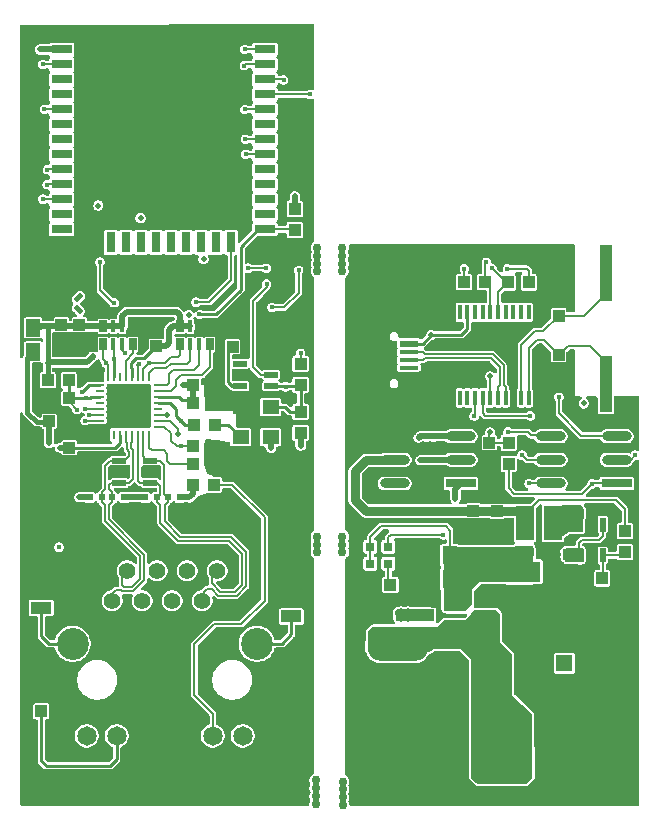
<source format=gbr>
%TF.GenerationSoftware,KiCad,Pcbnew,9.0.0*%
%TF.CreationDate,2025-04-12T10:41:42+08:00*%
%TF.ProjectId,ESP32-EVB_Rev_K1,45535033-322d-4455-9642-5f5265765f4b,K1*%
%TF.SameCoordinates,PXc1d4028PY6c847bc*%
%TF.FileFunction,Copper,L1,Top*%
%TF.FilePolarity,Positive*%
%FSLAX46Y46*%
G04 Gerber Fmt 4.6, Leading zero omitted, Abs format (unit mm)*
G04 Created by KiCad (PCBNEW 9.0.0) date 2025-04-12 10:41:42*
%MOMM*%
%LPD*%
G01*
G04 APERTURE LIST*
%TA.AperFunction,SMDPad,CuDef*%
%ADD10R,1.016000X1.016000*%
%TD*%
%TA.AperFunction,SMDPad,CuDef*%
%ADD11R,1.400000X1.200000*%
%TD*%
%TA.AperFunction,SMDPad,CuDef*%
%ADD12R,1.270000X1.524000*%
%TD*%
%TA.AperFunction,ComponentPad*%
%ADD13O,5.000000X2.000000*%
%TD*%
%TA.AperFunction,ComponentPad*%
%ADD14O,2.000000X5.000000*%
%TD*%
%TA.AperFunction,ComponentPad*%
%ADD15R,2.540000X2.540000*%
%TD*%
%TA.AperFunction,ComponentPad*%
%ADD16C,2.540000*%
%TD*%
%TA.AperFunction,SMDPad,CuDef*%
%ADD17R,0.635000X1.016000*%
%TD*%
%TA.AperFunction,SMDPad,CuDef*%
%ADD18R,0.381000X1.016000*%
%TD*%
%TA.AperFunction,SMDPad,CuDef*%
%ADD19R,0.550000X1.200000*%
%TD*%
%TA.AperFunction,SMDPad,CuDef*%
%ADD20R,1.800000X0.800000*%
%TD*%
%TA.AperFunction,SMDPad,CuDef*%
%ADD21R,0.800000X1.800000*%
%TD*%
%TA.AperFunction,ComponentPad*%
%ADD22C,1.300000*%
%TD*%
%TA.AperFunction,ComponentPad*%
%ADD23C,2.000000*%
%TD*%
%TA.AperFunction,SMDPad,CuDef*%
%ADD24R,5.000000X5.000000*%
%TD*%
%TA.AperFunction,SMDPad,CuDef*%
%ADD25R,0.800000X0.250000*%
%TD*%
%TA.AperFunction,SMDPad,CuDef*%
%ADD26R,0.250000X0.800000*%
%TD*%
%TA.AperFunction,ComponentPad*%
%ADD27R,0.400000X0.400000*%
%TD*%
%TA.AperFunction,ComponentPad*%
%ADD28R,1.422400X1.422400*%
%TD*%
%TA.AperFunction,SMDPad,CuDef*%
%ADD29R,3.600000X3.600000*%
%TD*%
%TA.AperFunction,ComponentPad*%
%ADD30C,1.410000*%
%TD*%
%TA.AperFunction,ComponentPad*%
%ADD31C,1.650000*%
%TD*%
%TA.AperFunction,ComponentPad*%
%ADD32C,2.700000*%
%TD*%
%TA.AperFunction,SMDPad,CuDef*%
%ADD33R,1.778000X1.016000*%
%TD*%
%TA.AperFunction,SMDPad,CuDef*%
%ADD34R,1.700000X2.000000*%
%TD*%
%TA.AperFunction,SMDPad,CuDef*%
%ADD35R,1.192000X1.746000*%
%TD*%
%TA.AperFunction,SMDPad,CuDef*%
%ADD36R,1.400000X1.000000*%
%TD*%
%TA.AperFunction,SMDPad,CuDef*%
%ADD37R,1.100000X4.826000*%
%TD*%
%TA.AperFunction,SMDPad,CuDef*%
%ADD38R,2.286000X1.778000*%
%TD*%
%TA.AperFunction,SMDPad,CuDef*%
%ADD39R,0.325000X1.270000*%
%TD*%
%TA.AperFunction,SMDPad,CuDef*%
%ADD40R,0.800000X0.800000*%
%TD*%
%TA.AperFunction,SMDPad,CuDef*%
%ADD41R,1.200000X0.550000*%
%TD*%
%TA.AperFunction,SMDPad,CuDef*%
%ADD42R,1.600000X3.000000*%
%TD*%
%TA.AperFunction,ComponentPad*%
%ADD43R,1.400000X1.400000*%
%TD*%
%TA.AperFunction,ComponentPad*%
%ADD44C,1.400000*%
%TD*%
%TA.AperFunction,SMDPad,CuDef*%
%ADD45R,0.500000X0.550000*%
%TD*%
%TA.AperFunction,ComponentPad*%
%ADD46O,1.800000X1.200000*%
%TD*%
%TA.AperFunction,SMDPad,CuDef*%
%ADD47R,1.000000X1.100000*%
%TD*%
%TA.AperFunction,SMDPad,CuDef*%
%ADD48R,1.650000X0.500000*%
%TD*%
%TA.AperFunction,SMDPad,CuDef*%
%ADD49R,1.650000X0.325000*%
%TD*%
%TA.AperFunction,SMDPad,CuDef*%
%ADD50R,2.540000X0.800000*%
%TD*%
%TA.AperFunction,SMDPad,CuDef*%
%ADD51O,2.540000X0.800000*%
%TD*%
%TA.AperFunction,ViaPad*%
%ADD52C,0.762000*%
%TD*%
%TA.AperFunction,ViaPad*%
%ADD53C,0.609600*%
%TD*%
%TA.AperFunction,ViaPad*%
%ADD54C,0.500000*%
%TD*%
%TA.AperFunction,ViaPad*%
%ADD55C,0.450000*%
%TD*%
%TA.AperFunction,Conductor*%
%ADD56C,0.203200*%
%TD*%
%TA.AperFunction,Conductor*%
%ADD57C,0.381000*%
%TD*%
%TA.AperFunction,Conductor*%
%ADD58C,0.508000*%
%TD*%
%TA.AperFunction,Conductor*%
%ADD59C,0.254000*%
%TD*%
%TA.AperFunction,Conductor*%
%ADD60C,0.200000*%
%TD*%
%TA.AperFunction,Conductor*%
%ADD61C,0.500000*%
%TD*%
%TA.AperFunction,Conductor*%
%ADD62C,0.152400*%
%TD*%
%TA.AperFunction,Conductor*%
%ADD63C,0.762000*%
%TD*%
G04 APERTURE END LIST*
D10*
%TO.P,C8,1*%
%TO.N,+3.3VLAN*%
X3701949Y40981409D03*
%TO.P,C8,2*%
%TO.N,GND*%
X3701949Y39203409D03*
%TD*%
%TO.P,C9,1*%
%TO.N,+3.3VLAN*%
X5225949Y40981409D03*
%TO.P,C9,2*%
%TO.N,GND*%
X5225949Y39203409D03*
%TD*%
%TO.P,C13,1*%
%TO.N,+3.3VLAN*%
X11736240Y39180054D03*
%TO.P,C13,2*%
%TO.N,GND*%
X11736240Y40958054D03*
%TD*%
%TO.P,C15,1*%
%TO.N,/VDD1A-2A*%
X14877949Y30694409D03*
%TO.P,C15,2*%
%TO.N,GND*%
X16655949Y30694409D03*
%TD*%
%TO.P,C16,1*%
%TO.N,/VDDCR*%
X14877949Y35901409D03*
%TO.P,C16,2*%
%TO.N,GND*%
X16655949Y35901409D03*
%TD*%
%TO.P,C17,1*%
%TO.N,/VDDCR*%
X14877949Y34377409D03*
%TO.P,C17,2*%
%TO.N,GND*%
X16655949Y34377409D03*
%TD*%
%TO.P,C18,1*%
%TO.N,GND*%
X2558949Y34758409D03*
%TO.P,C18,2*%
%TO.N,Net-(U4-NRST)*%
X4336949Y34758409D03*
%TD*%
D11*
%TO.P,CR1,1,E/D*%
%TO.N,/OSC_DIS*%
X21435949Y34008409D03*
%TO.P,CR1,2,VSS*%
%TO.N,GND*%
X18895949Y34008409D03*
%TO.P,CR1,3,OUT*%
%TO.N,Net-(CR1-OUT)*%
X18895949Y31468409D03*
%TO.P,CR1,4,VDD*%
%TO.N,+3.3V*%
X21435949Y31468409D03*
%TD*%
D12*
%TO.P,L3,1,1*%
%TO.N,+3.3VLAN*%
X1329551Y40720844D03*
%TO.P,L3,2,2*%
%TO.N,/VDD1A-2A*%
X1329551Y38688844D03*
%TD*%
D13*
%TO.P,PWR1,+,+*%
%TO.N,/+5V_EXT*%
X32192983Y13531010D03*
%TO.P,PWR1,-,-*%
%TO.N,PGND*%
X32192983Y7031010D03*
D14*
X36642983Y10231010D03*
%TD*%
D15*
%TO.P,PWR2,1*%
%TO.N,/+5V_EXT*%
X41597291Y4429099D03*
D16*
%TO.P,PWR2,2*%
%TO.N,PGND*%
X46597291Y4429099D03*
%TD*%
D10*
%TO.P,R26,1*%
%TO.N,/VDD1A-2A*%
X14850367Y27427345D03*
%TO.P,R26,2*%
%TO.N,/G*%
X16628367Y27427345D03*
%TD*%
%TO.P,R27,1*%
%TO.N,Net-(LAN1-KY)*%
X2023393Y8255784D03*
%TO.P,R27,2*%
%TO.N,GND*%
X2023393Y10033784D03*
%TD*%
%TO.P,R34,1*%
%TO.N,+3.3V*%
X23965949Y31849409D03*
%TO.P,R34,2*%
%TO.N,/OSC_DIS*%
X23965949Y33627409D03*
%TD*%
%TO.P,R36,1*%
%TO.N,Net-(CR1-OUT)*%
X16754949Y32538409D03*
%TO.P,R36,2*%
%TO.N,/GPIO0{slash}XTAL1{slash}CLKIN*%
X14976949Y32538409D03*
%TD*%
%TO.P,R38,1*%
%TO.N,Net-(U4-NRST)*%
X4336949Y36282409D03*
%TO.P,R38,2*%
%TO.N,+3.3VLAN*%
X2558949Y36282409D03*
%TD*%
%TO.P,R39,1*%
%TO.N,Net-(U4-RBIAS)*%
X14877949Y29170409D03*
%TO.P,R39,2*%
%TO.N,GND*%
X16655949Y29170409D03*
%TD*%
%TO.P,R41,1*%
%TO.N,Net-(Q5-E)*%
X41522787Y44574603D03*
%TO.P,R41,2*%
%TO.N,Net-(Q4-B)*%
X43300787Y44574603D03*
%TD*%
D17*
%TO.P,RM2,1.1*%
%TO.N,GND*%
X16277838Y40844982D03*
%TO.P,RM2,1.2*%
%TO.N,/PHYAD1*%
X16277838Y39320982D03*
D18*
%TO.P,RM2,2.1*%
%TO.N,GND*%
X15388838Y40844982D03*
%TO.P,RM2,2.2*%
%TO.N,/PHYAD2*%
X15388838Y39320982D03*
%TO.P,RM2,3.1*%
%TO.N,+3.3VLAN*%
X14626838Y40844982D03*
%TO.P,RM2,3.2*%
%TO.N,/RMIISEL*%
X14626838Y39320982D03*
D17*
%TO.P,RM2,4.1*%
%TO.N,+3.3VLAN*%
X13737838Y40844982D03*
%TO.P,RM2,4.2*%
%TO.N,/GPIO26{slash}EMAC_RXD1(RMII)*%
X13737838Y39320982D03*
%TD*%
%TO.P,RM3,1.1*%
%TO.N,/GPIO18{slash}MDIO(RMII)*%
X7234030Y39326823D03*
%TO.P,RM3,1.2*%
%TO.N,+3.3VLAN*%
X7234030Y40850823D03*
D18*
%TO.P,RM3,2.1*%
%TO.N,/GPIO27{slash}EMAC_RX_CRS_DV*%
X8123030Y39326823D03*
%TO.P,RM3,2.2*%
%TO.N,+3.3VLAN*%
X8123030Y40850823D03*
%TO.P,RM3,3.1*%
%TO.N,/GPIO25{slash}EMAC_RXD0(RMII)*%
X8885030Y39326823D03*
%TO.P,RM3,3.2*%
%TO.N,+3.3VLAN*%
X8885030Y40850823D03*
D17*
%TO.P,RM3,4.1*%
%TO.N,/PHYAD0*%
X9774030Y39326823D03*
%TO.P,RM3,4.2*%
%TO.N,GND*%
X9774030Y40850823D03*
%TD*%
D19*
%TO.P,U2,1,EN*%
%TO.N,Net-(D4-K)*%
X49558877Y24075564D03*
%TO.P,U2,2,GND*%
%TO.N,PGND*%
X48608877Y24075564D03*
%TO.P,U2,3,LX*%
%TO.N,Net-(U2-LX)*%
X47658877Y24075564D03*
%TO.P,U2,4,IN*%
%TO.N,Net-(D4-K)*%
X47658877Y21475564D03*
%TO.P,U2,5,FB*%
%TO.N,Net-(U2-FB)*%
X49558877Y21475564D03*
%TD*%
D20*
%TO.P,U3,1,GND*%
%TO.N,GND*%
X3746949Y65573409D03*
%TO.P,U3,2,3V3*%
%TO.N,+3.3V*%
X3746949Y64303409D03*
%TO.P,U3,3,EN*%
%TO.N,/ESP_EN*%
X3746949Y63033409D03*
%TO.P,U3,4,GPI36/SENSOR_VP/ADC_H/ADC1_CH0/RTC_GPIO0*%
%TO.N,/GPI36{slash}U1RXD*%
X3746949Y61763409D03*
%TO.P,U3,5,GPI39/SENSOR_VN/ADC1_CH3/ADC_H/RTC_GPIO3*%
%TO.N,/GPI39{slash}IR_RECEIVE*%
X3746949Y60493409D03*
%TO.P,U3,6,GPI34/ADC1_CH6/RTC_GPIO4*%
%TO.N,/GPI34{slash}BUT1*%
X3746949Y59223409D03*
%TO.P,U3,7,GPI35/ADC1_CH7/RTC_GPIO5*%
%TO.N,/GPI35{slash}CAN-RX*%
X3746949Y57953409D03*
%TO.P,U3,8,GPIO32/XTAL_32K_P/ADC1_CH4/TOUCH9/RTC_GPIO9*%
%TO.N,/GPIO32{slash}REL1*%
X3746949Y56683409D03*
%TO.P,U3,9,GPIO33/XTAL_32K_N/ADC1_CH5/TOUCH8/RTC_GPIO8*%
%TO.N,/GPIO33{slash}REL2*%
X3746949Y55413409D03*
%TO.P,U3,10,GPIO25/DAC_1/ADC2_CH8/RTC_GPIO6/EMAC_RXD0*%
%TO.N,/GPIO25{slash}EMAC_RXD0(RMII)*%
X3746949Y54143409D03*
%TO.P,U3,11,GPIO26/DAC_2/ADC2_CH9/RTC_GPIO7/EMAC_RXD1*%
%TO.N,/GPIO26{slash}EMAC_RXD1(RMII)*%
X3746949Y52873409D03*
%TO.P,U3,12,GPIO27/ADC2_CH7/TOUCH7/RTC_GPIO17/EMAC_RX_DV*%
%TO.N,/GPIO27{slash}EMAC_RX_CRS_DV*%
X3746949Y51603409D03*
%TO.P,U3,13,GPIO14/ADC2_CH6/TOUCH6/RTC_GPIO16/MTMS/HSPICLK/HS2_CLK/SD_CLK/EMAC_TXD2*%
%TO.N,/GPIO14{slash}HS2_CLK*%
X3746949Y50333409D03*
%TO.P,U3,14,GPIO12/ADC2_CH5/TOUCH5/RTC_GPIO15/MTDI/HSPIQ/HS2_DATA2/SD_DATA2/EMAC_TXD3*%
%TO.N,/GPIO12{slash}IR_Transmit*%
X3746949Y49063409D03*
D21*
%TO.P,U3,15,GND*%
%TO.N,GND*%
X6646949Y47963409D03*
%TO.P,U3,16,GPIO13/ADC2_CH4/TOUCH4/RTC_GPIO14/MTCK/HSPID/HS2_DATA3/SD_DATA3/EMAC_RX_ER*%
%TO.N,/GPIO13{slash}I2C-SDA*%
X7916949Y47963409D03*
%TO.P,U3,17,GPIO9/SD_DATA2/SPIHD/HS1_DATA2/U1RXD*%
%TO.N,/GPIO9{slash}SD_DATA2*%
X9186949Y47963409D03*
%TO.P,U3,18,GPIO10/SD_DATA3/SPIWP/HS1_DATA3/U1TXD*%
%TO.N,/GPIO10{slash}SD_DATA3*%
X10456949Y47963409D03*
%TO.P,U3,19,GPIO11/SD_CMD/SPICS0/HS1_CMD/U1RTS*%
%TO.N,/GPIO11{slash}SD_CMD*%
X11726949Y47963409D03*
%TO.P,U3,20,GPIO6/SD_CLK/SPICLK/HS1_CLK/U1CTS*%
%TO.N,/GPIO6{slash}SD_CLK*%
X12996949Y47963409D03*
%TO.P,U3,21,GPIO7/SD_DATA0/SPIQ/HS1_DATA0/U2RTS*%
%TO.N,/GPIO7{slash}SD_DATA0*%
X14266949Y47963409D03*
%TO.P,U3,22,GPIO8/SD_DATA1/SPID/HS1_DATA1/U2CTS*%
%TO.N,/GPIO8{slash}SD_DATA1*%
X15536949Y47963409D03*
%TO.P,U3,23,GPIO15/ADC2_CH3/TOUCH3/MTDO/HSPICS0/RTC_GPIO13/HS2_CMD/SD_CMD/EMAC_RXD3*%
%TO.N,/GPIO15{slash}HS2_CMD*%
X16806949Y47963409D03*
%TO.P,U3,24,GPIO2/ADC2_CH2/TOUCH2/RTC_GPIO12/HSPIWP/HS2_DATA0/SD_DATA0*%
%TO.N,/GPIO2{slash}HS2_DATA0*%
X18076949Y47963409D03*
D20*
%TO.P,U3,25,GPIO0/ADC2_CH1/TOUCH1/RTC_GPIO11/CLK_OUT1/EMAC_TX_CLK*%
%TO.N,/GPIO0{slash}XTAL1{slash}CLKIN*%
X20946949Y49063409D03*
%TO.P,U3,26,GPIO4/ADC2_CH0/TOUCH0/RTC_GPIO10/HSPIHD/HS2_DATA1/SD_DATA1/EMAC_TX_ER*%
%TO.N,/GPIO4{slash}U1TXD*%
X20946949Y50333409D03*
%TO.P,U3,27,GPIO16/HS1_DATA4/U2RXD/EMAC_CLK_OUT*%
%TO.N,/GPIO16{slash}I2C-SCL*%
X20946949Y51603409D03*
%TO.P,U3,28,GPIO17/HS1_DATA5/U2TXD/EMAC_CLK_OUT_180*%
%TO.N,/GPIO17{slash}SPI_CS*%
X20946949Y52873409D03*
%TO.P,U3,29,GPIO5/VSPICS0/HS1_DATA6/EMAC_RX_CLK*%
%TO.N,/GPIO5{slash}CAN-TX*%
X20946949Y54143409D03*
%TO.P,U3,30,GPIO18/VSPICLK/HS1_DATA7*%
%TO.N,/GPIO18{slash}MDIO(RMII)*%
X20946949Y55413409D03*
%TO.P,U3,31,GPIO19/VSPIQ/U0CTS/EMAC_TXD0*%
%TO.N,/GPIO19{slash}EMAC_TXD0(RMII)*%
X20946949Y56683409D03*
%TO.P,U3,32,NC*%
%TO.N,unconnected-(U3-NC-Pad32)*%
X20946949Y57953409D03*
%TO.P,U3,33,GPIO21/VSPIHD/EMAC_TX_EN*%
%TO.N,/GPIO21{slash}EMAC_TX_EN(RMII)*%
X20946949Y59223409D03*
%TO.P,U3,34,GPIO3/U0RXD/CLK_OUT2*%
%TO.N,/GPIO3{slash}U0RXD*%
X20946949Y60493409D03*
%TO.P,U3,35,GPIO1/U0TXD/CLK_OUT3/EMAC_RXD2*%
%TO.N,/GPIO1{slash}U0TXD*%
X20946949Y61763409D03*
%TO.P,U3,36,GPIO22/VSPIWP/U0RTS/EMAC_TXD1*%
%TO.N,/GPIO22{slash}EMAC_TXD1(RMII)*%
X20946949Y63033409D03*
%TO.P,U3,37,GPIO23/VSPID/HS1_STROBE*%
%TO.N,/GPIO23{slash}MDC(RMII)*%
X20946949Y64303409D03*
%TO.P,U3,38,GND*%
%TO.N,GND*%
X20946949Y65573409D03*
D22*
%TO.P,U3,39,THERMAL_PAD*%
X9546949Y59863409D03*
X9546949Y58063409D03*
X9546949Y56263409D03*
X11346949Y59863409D03*
D23*
X11346949Y58063409D03*
D24*
X11346949Y58063409D03*
D22*
X11346949Y56263409D03*
X13146949Y59863409D03*
X13146949Y58063409D03*
X13146949Y56263409D03*
%TD*%
D25*
%TO.P,U4,1,VDD2A*%
%TO.N,/VDD1A-2A*%
X11866949Y32373409D03*
%TO.P,U4,2,LED2/NINTSEL*%
%TO.N,Net-(LAN1-KG)*%
X11866949Y32873409D03*
%TO.P,U4,3,LED1/REGOFF*%
%TO.N,Net-(LAN1-AY)*%
X11866949Y33373409D03*
%TO.P,U4,4,XTAL2*%
%TO.N,unconnected-(U4-XTAL2-Pad4)*%
X11866949Y33873409D03*
%TO.P,U4,5,XTAL1/CLKIN*%
%TO.N,/GPIO0{slash}XTAL1{slash}CLKIN*%
X11866949Y34373409D03*
%TO.P,U4,6,VDDCR*%
%TO.N,/VDDCR*%
X11866949Y34873409D03*
%TO.P,U4,7,RXCLK/PHYAD1*%
%TO.N,/PHYAD1*%
X11866949Y35373409D03*
%TO.P,U4,8,RXD3/PHYAD2*%
%TO.N,/PHYAD2*%
X11866949Y35873409D03*
D26*
%TO.P,U4,9,RXD2/RMIISEL*%
%TO.N,/RMIISEL*%
X11166949Y36573409D03*
%TO.P,U4,10,RXD1/MODE1*%
%TO.N,/GPIO26{slash}EMAC_RXD1(RMII)*%
X10666949Y36573409D03*
%TO.P,U4,11,RXD0/MODE0*%
%TO.N,/GPIO25{slash}EMAC_RXD0(RMII)*%
X10166949Y36573409D03*
%TO.P,U4,12,VDDIO*%
%TO.N,+3.3VLAN*%
X9666949Y36573409D03*
%TO.P,U4,13,RXER/RXD4/PHYAD0*%
%TO.N,/PHYAD0*%
X9166949Y36573409D03*
%TO.P,U4,14,CRS*%
%TO.N,unconnected-(U4-CRS-Pad14)*%
X8666949Y36573409D03*
%TO.P,U4,15,COL/CRS_DV/MODE2*%
%TO.N,/GPIO27{slash}EMAC_RX_CRS_DV*%
X8166949Y36573409D03*
%TO.P,U4,16,MDIO*%
%TO.N,/GPIO18{slash}MDIO(RMII)*%
X7666949Y36573409D03*
D25*
%TO.P,U4,17,MDC*%
%TO.N,/GPIO23{slash}MDC(RMII)*%
X6966949Y35873409D03*
%TO.P,U4,18,NINT/TXER/TXD4*%
%TO.N,unconnected-(U4-NINT{slash}TXER{slash}TXD4-Pad18)*%
X6966949Y35373409D03*
%TO.P,U4,19,NRST*%
%TO.N,Net-(U4-NRST)*%
X6966949Y34873409D03*
%TO.P,U4,20,TXCLK*%
%TO.N,unconnected-(U4-TXCLK-Pad20)*%
X6966949Y34373409D03*
%TO.P,U4,21,TXEN*%
%TO.N,/GPIO21{slash}EMAC_TX_EN(RMII)*%
X6966949Y33873409D03*
%TO.P,U4,22,TXD0*%
%TO.N,/GPIO19{slash}EMAC_TXD0(RMII)*%
X6966949Y33373409D03*
%TO.P,U4,23,TXD1*%
%TO.N,/GPIO22{slash}EMAC_TXD1(RMII)*%
X6966949Y32873409D03*
%TO.P,U4,24,TXD2*%
%TO.N,GND*%
X6966949Y32373409D03*
D26*
%TO.P,U4,25,TXD3*%
X7666949Y31673409D03*
%TO.P,U4,26,RXDV*%
%TO.N,unconnected-(U4-RXDV-Pad26)*%
X8166949Y31673409D03*
%TO.P,U4,27,VDD1A*%
%TO.N,/VDD1A-2A*%
X8666949Y31673409D03*
%TO.P,U4,28,TXN*%
%TO.N,/TX_N*%
X9166949Y31673409D03*
%TO.P,U4,29,TXP*%
%TO.N,/TX_P*%
X9666949Y31673409D03*
%TO.P,U4,30,RXN*%
%TO.N,/RX_N*%
X10166949Y31673409D03*
%TO.P,U4,31,RXP*%
%TO.N,/RX_P*%
X10666949Y31673409D03*
%TO.P,U4,32,RBIAS*%
%TO.N,Net-(U4-RBIAS)*%
X11166949Y31673409D03*
D27*
%TO.P,U4,33,GND*%
%TO.N,GND*%
X8916949Y32823409D03*
X9916949Y32823409D03*
X8116949Y33623409D03*
X10716949Y33623409D03*
D28*
X9416949Y34123409D03*
D29*
X9416949Y34123409D03*
D27*
X8116949Y34623409D03*
X10716949Y34623409D03*
X8916949Y35423409D03*
X9916949Y35423409D03*
%TD*%
D30*
%TO.P,LAN1,1,TD+*%
%TO.N,/TX_P*%
X8016949Y17628409D03*
%TO.P,LAN1,2,TD-*%
%TO.N,/TX_N*%
X9286949Y20168409D03*
%TO.P,LAN1,3,COM*%
%TO.N,Net-(LAN1-COM)*%
X10556949Y17628409D03*
%TO.P,LAN1,4*%
%TO.N,N/C*%
X11826949Y20168409D03*
%TO.P,LAN1,5*%
X13096949Y17628409D03*
%TO.P,LAN1,6,NC*%
%TO.N,Net-(LAN1-COM)*%
X14366949Y20168409D03*
%TO.P,LAN1,7,RD+*%
%TO.N,/RX_P*%
X15636949Y17628409D03*
%TO.P,LAN1,8,RD-*%
%TO.N,/RX_N*%
X16906949Y20168409D03*
D31*
%TO.P,LAN1,AG1,AG*%
%TO.N,/G*%
X16541949Y6179909D03*
%TO.P,LAN1,AY1,AY*%
%TO.N,Net-(LAN1-AY)*%
X5861949Y6179909D03*
D32*
%TO.P,LAN1,GND1,GND1*%
%TO.N,Net-(C19-Pad1)*%
X4671949Y13978409D03*
%TO.P,LAN1,GND2,GND2*%
X20271949Y13978409D03*
D31*
%TO.P,LAN1,KG1,KG*%
%TO.N,Net-(LAN1-KG)*%
X19081949Y6179909D03*
%TO.P,LAN1,KY1,KY*%
%TO.N,Net-(LAN1-KY)*%
X8401949Y6179909D03*
%TD*%
D33*
%TO.P,C19,1*%
%TO.N,Net-(C19-Pad1)*%
X2023393Y17027781D03*
%TO.P,C19,2*%
%TO.N,GND*%
X2023393Y20583781D03*
%TD*%
%TO.P,C20,1*%
%TO.N,Net-(C19-Pad1)*%
X23186949Y16290409D03*
%TO.P,C20,2*%
%TO.N,GND*%
X23186949Y19846409D03*
%TD*%
D10*
%TO.P,R4,1*%
%TO.N,Net-(PWRLED1-K)*%
X31580870Y18976913D03*
%TO.P,R4,2*%
%TO.N,PGND*%
X29802870Y18976913D03*
%TD*%
%TO.P,R19,1*%
%TO.N,Net-(U2-FB)*%
X51421147Y21735005D03*
%TO.P,R19,2*%
%TO.N,P_+3.3V*%
X51421147Y23513005D03*
%TD*%
%TO.P,R20,1*%
%TO.N,Net-(U2-FB)*%
X49512046Y19514105D03*
%TO.P,R20,2*%
%TO.N,PGND*%
X47734046Y19514105D03*
%TD*%
%TO.P,C21,1*%
%TO.N,Net-(U5-XI)*%
X45815819Y41773299D03*
%TO.P,C21,2*%
%TO.N,PGND*%
X45815819Y43551299D03*
%TD*%
%TO.P,C22,1*%
%TO.N,Net-(U5-XO)*%
X45815819Y38440299D03*
%TO.P,C22,2*%
%TO.N,PGND*%
X45815819Y36662299D03*
%TD*%
%TO.P,C24,1*%
%TO.N,Net-(U5-V3)*%
X39933745Y31005736D03*
%TO.P,C24,2*%
%TO.N,PGND*%
X39933745Y29227736D03*
%TD*%
D34*
%TO.P,D6,1,K*%
%TO.N,+5V*%
X39621180Y20547151D03*
D35*
X39621180Y20420151D03*
%TO.P,D6,2,A*%
%TO.N,/+5V_EXT*%
X39621180Y15674151D03*
D34*
X39621180Y15547151D03*
%TD*%
D36*
%TO.P,FET2,1*%
%TO.N,/+5V_EXT*%
X36811163Y15459289D03*
%TO.P,FET2,2*%
%TO.N,+5V*%
X36811163Y17361749D03*
%TO.P,FET2,3*%
%TO.N,/+5V_USB*%
X34601363Y16406709D03*
%TD*%
D37*
%TO.P,Q3,1,1*%
%TO.N,Net-(U5-XI)*%
X49796775Y45341656D03*
%TO.P,Q3,2,2*%
%TO.N,Net-(U5-XO)*%
X49796775Y35943656D03*
%TD*%
D10*
%TO.P,R30,1*%
%TO.N,/+5V_EXT*%
X41053948Y11799483D03*
%TO.P,R30,2*%
%TO.N,PGND*%
X42831948Y11799483D03*
%TD*%
%TO.P,R42,1*%
%TO.N,Net-(Q4-E)*%
X39608951Y44589430D03*
%TO.P,R42,2*%
%TO.N,Net-(Q5-B)*%
X37830951Y44589430D03*
%TD*%
%TO.P,R54,1*%
%TO.N,/GPIO0{slash}XTAL1{slash}CLKIN*%
X23466949Y49014409D03*
%TO.P,R54,2*%
%TO.N,+3.3V*%
X23466949Y50792409D03*
%TD*%
D38*
%TO.P,D2,1,K*%
%TO.N,+5V*%
X43133382Y20072181D03*
%TO.P,D2,2,A*%
%TO.N,PGND*%
X43133382Y15718181D03*
%TD*%
D10*
%TO.P,R57,1*%
%TO.N,Net-(U4-NRST)*%
X23965949Y37678409D03*
%TO.P,R57,2*%
%TO.N,/OSC_DIS*%
X23965949Y35900409D03*
%TD*%
%TO.P,C12,1*%
%TO.N,/VDD1A-2A*%
X2674255Y32832223D03*
%TO.P,C12,2*%
%TO.N,GND*%
X4452255Y32832223D03*
%TD*%
D12*
%TO.P,C1,1*%
%TO.N,+5V*%
X36618410Y21474926D03*
%TO.P,C1,2*%
%TO.N,PGND*%
X34586410Y21474926D03*
%TD*%
%TO.P,C2,1*%
%TO.N,+5V*%
X36618410Y19442926D03*
%TO.P,C2,2*%
%TO.N,PGND*%
X34586410Y19442926D03*
%TD*%
D10*
%TO.P,C14,1*%
%TO.N,/VDD1A-2A*%
X4374744Y30586231D03*
%TO.P,C14,2*%
%TO.N,GND*%
X4374744Y28808231D03*
%TD*%
%TO.P,C28,1*%
%TO.N,Net-(U8-CT)*%
X18222838Y39139982D03*
%TO.P,C28,2*%
%TO.N,GND*%
X18222838Y40917982D03*
%TD*%
%TO.P,R40,1*%
%TO.N,Net-(U5-V3)*%
X41588532Y31005736D03*
%TO.P,R40,2*%
%TO.N,/C_GPIO3{slash}U0RXD*%
X41588532Y29227736D03*
%TD*%
D39*
%TO.P,U5,1*%
%TO.N,N/C*%
X37433730Y34793958D03*
%TO.P,U5,2*%
X38083730Y34793958D03*
%TO.P,U5,3,TXD*%
%TO.N,Net-(D7-K)*%
X38733730Y34793958D03*
%TO.P,U5,4,RXD*%
%TO.N,Net-(D8-A)*%
X39383730Y34793958D03*
%TO.P,U5,5,V3*%
%TO.N,Net-(U5-V3)*%
X40033730Y34793958D03*
%TO.P,U5,6,UD+*%
%TO.N,/D_P*%
X40683730Y34793958D03*
%TO.P,U5,7,UD-*%
%TO.N,/D_N*%
X41333730Y34793958D03*
%TO.P,U5,8,GND*%
%TO.N,PGND*%
X41983730Y34793958D03*
%TO.P,U5,9,XI*%
%TO.N,Net-(U5-XI)*%
X42633730Y34793958D03*
%TO.P,U5,10,XO*%
%TO.N,Net-(U5-XO)*%
X43283730Y34793958D03*
%TO.P,U5,11,CTS#*%
%TO.N,unconnected-(U5-CTS#-Pad11)*%
X43283730Y42032958D03*
%TO.P,U5,12,DSR#*%
%TO.N,unconnected-(U5-DSR#-Pad12)*%
X42633730Y42032958D03*
%TO.P,U5,13,RI#*%
%TO.N,unconnected-(U5-RI#-Pad13)*%
X41983730Y42032958D03*
%TO.P,U5,14,DCD#*%
%TO.N,unconnected-(U5-DCD#-Pad14)*%
X41333730Y42032958D03*
%TO.P,U5,15,DTR#*%
%TO.N,Net-(Q5-E)*%
X40683730Y42032958D03*
%TO.P,U5,16,RTS#*%
%TO.N,Net-(Q4-E)*%
X40033730Y42032958D03*
%TO.P,U5,17,IR#*%
%TO.N,unconnected-(U5-IR#-Pad17)*%
X39383730Y42032958D03*
%TO.P,U5,18*%
%TO.N,N/C*%
X38733730Y42032958D03*
%TO.P,U5,19,VCC*%
%TO.N,/+5V_USB*%
X38083730Y42032958D03*
%TO.P,U5,20,NOS#*%
%TO.N,unconnected-(U5-NOS#-Pad20)*%
X37433730Y42032958D03*
%TD*%
D10*
%TO.P,C7,1*%
%TO.N,P_+3.3V*%
X38602769Y25229902D03*
%TO.P,C7,2*%
%TO.N,PGND*%
X38602769Y23451902D03*
%TD*%
%TO.P,C6,1*%
%TO.N,P_+3.3V*%
X40612154Y25196131D03*
%TO.P,C6,2*%
%TO.N,PGND*%
X40612154Y23418131D03*
%TD*%
D40*
%TO.P,CHARGE1,1,K*%
%TO.N,Net-(CHARGE1-K)*%
X31392947Y22193546D03*
%TO.P,CHARGE1,2,A*%
%TO.N,+5V*%
X29868947Y22193546D03*
%TD*%
D41*
%TO.P,U8,1,#RST*%
%TO.N,/OSC_DIS*%
X21465949Y35788409D03*
%TO.P,U8,2,VDD*%
%TO.N,/ESP_EN*%
X21465949Y36738409D03*
%TO.P,U8,3,GND*%
%TO.N,GND*%
X21465949Y37688409D03*
%TO.P,U8,4*%
%TO.N,N/C*%
X18865949Y37688409D03*
%TO.P,U8,5,CT*%
%TO.N,Net-(U8-CT)*%
X18865949Y35788409D03*
%TD*%
D42*
%TO.P,L2,1,1*%
%TO.N,Net-(U2-LX)*%
X45341242Y24205817D03*
%TO.P,L2,2,2*%
%TO.N,P_+3.3V*%
X42941242Y24205817D03*
%TD*%
D43*
%TO.P,BAT1,1*%
%TO.N,Net-(U1-VBAT)*%
X46312750Y12324500D03*
D44*
%TO.P,BAT1,2*%
%TO.N,PGND*%
X46310210Y14336180D03*
%TD*%
D40*
%TO.P,PWRLED1,1,K*%
%TO.N,Net-(PWRLED1-K)*%
X31392947Y20758270D03*
%TO.P,PWRLED1,2,A*%
%TO.N,+5V*%
X29868947Y20758270D03*
%TD*%
D45*
%TO.P,R33,1*%
%TO.N,/VDD1A-2A*%
X9035949Y26376409D03*
%TO.P,R33,2*%
%TO.N,/TX_P*%
X8019949Y26376409D03*
%TD*%
%TO.P,R32,1*%
%TO.N,/VDD1A-2A*%
X6114949Y26376409D03*
%TO.P,R32,2*%
%TO.N,/TX_N*%
X7130949Y26376409D03*
%TD*%
%TO.P,R31,1*%
%TO.N,/VDD1A-2A*%
X13734949Y26376409D03*
%TO.P,R31,2*%
%TO.N,/RX_P*%
X12718949Y26376409D03*
%TD*%
%TO.P,R28,1*%
%TO.N,/VDD1A-2A*%
X10813949Y26376409D03*
%TO.P,R28,2*%
%TO.N,/RX_N*%
X11829949Y26376409D03*
%TD*%
D46*
%TO.P,USB-UART1,0*%
%TO.N,PGND*%
X33202412Y34414736D03*
X33202412Y41614736D03*
X29732412Y34414736D03*
X29732412Y41614736D03*
D47*
X28582412Y36514736D03*
X28582412Y39514736D03*
D48*
%TO.P,USB-UART1,1,VBUS*%
%TO.N,/+5V_USB*%
X33132412Y39402236D03*
D49*
%TO.P,USB-UART1,2,D-*%
%TO.N,/D_N*%
X33132412Y38664736D03*
%TO.P,USB-UART1,3,D+*%
%TO.N,/D_P*%
X33132412Y38014736D03*
%TO.P,USB-UART1,4,ID*%
%TO.N,unconnected-(USB-UART1-ID-Pad4)*%
X33132412Y37364736D03*
D48*
%TO.P,USB-UART1,5,GND*%
%TO.N,PGND*%
X33132412Y36627236D03*
%TD*%
D41*
%TO.P,TVS1,1,I/O1*%
%TO.N,/RX_N*%
X11224949Y27585409D03*
%TO.P,TVS1,2,GND*%
%TO.N,GND*%
X11224949Y28535409D03*
%TO.P,TVS1,3,I/O2*%
%TO.N,/RX_P*%
X11224949Y29485409D03*
%TO.P,TVS1,4,I/O3*%
%TO.N,/TX_N*%
X8624949Y29485409D03*
%TO.P,TVS1,5,I/O4*%
%TO.N,/TX_P*%
X8624949Y27585409D03*
%TD*%
D50*
%TO.P,U6,1,1*%
%TO.N,/C_D_Com*%
X37528890Y27551700D03*
D51*
%TO.P,U6,2,2*%
%TO.N,unconnected-(U6-Pad2)*%
X31940890Y27551700D03*
%TO.P,U6,3,3*%
%TO.N,/C_GPI34{slash}BUT1*%
X37528890Y29551700D03*
%TO.P,U6,4,4*%
%TO.N,P_+3.3V*%
X31940890Y29551700D03*
%TO.P,U6,5,5*%
%TO.N,/C_BUT1*%
X37528890Y31551700D03*
%TO.P,U6,6,6*%
%TO.N,PGND*%
X31940890Y31551700D03*
%TD*%
D50*
%TO.P,U7,1,1*%
%TO.N,/C_GPIO3{slash}U0RXD*%
X50726937Y27551700D03*
D51*
%TO.P,U7,2,2*%
%TO.N,/C_GPIO0{slash}XTAL1{slash}CLKIN*%
X45138937Y27551700D03*
%TO.P,U7,3,3*%
%TO.N,/C_GPIO1{slash}U0TXD*%
X50726937Y29551700D03*
%TO.P,U7,4,4*%
%TO.N,/C_GPIO2{slash}HS2_DATA0*%
X45138937Y29551700D03*
%TO.P,U7,5,5*%
%TO.N,/C_ESP_EN*%
X50726937Y31551700D03*
%TO.P,U7,6,6*%
%TO.N,/C_OSC_DIS*%
X45138937Y31551700D03*
%TD*%
D52*
%TO.N,*%
X25281059Y2405800D03*
X27492543Y46846858D03*
X25392721Y46852163D03*
X25376949Y23058696D03*
X25376949Y21747312D03*
X25376949Y22376782D03*
X25281059Y1741298D03*
X25392721Y46170249D03*
X27514461Y22376782D03*
X27492543Y45535474D03*
X25392721Y45540779D03*
X27492543Y47511360D03*
X27514461Y21747312D03*
X27538401Y2318307D03*
X27538401Y342421D03*
X27514461Y23058696D03*
X25281059Y429914D03*
X25392721Y47516665D03*
X27538401Y971891D03*
X27538401Y1653805D03*
X25281059Y1059384D03*
X27492543Y46164944D03*
D53*
%TO.N,+5V*%
X37366349Y18265526D03*
X38031630Y18236698D03*
X42870213Y22040305D03*
X42401190Y22033652D03*
X43405765Y22017020D03*
D54*
%TO.N,GND*%
X16079235Y21593103D03*
X20038764Y22813260D03*
D55*
X22915491Y55297778D03*
D54*
X8779274Y30148611D03*
X19261213Y27191470D03*
X6441408Y31290489D03*
X14949910Y45027936D03*
X21127335Y16832098D03*
X22318319Y35091124D03*
X7286927Y16497153D03*
X8475368Y28594713D03*
D55*
X21865564Y45498466D03*
X19485731Y43421945D03*
D54*
X10002375Y23542961D03*
D55*
X10623143Y46005282D03*
D54*
X3558607Y45735983D03*
X12064667Y44803404D03*
D55*
X23522115Y58190909D03*
D54*
X18899621Y35063580D03*
X18531511Y16760324D03*
X8686519Y25169837D03*
X9916118Y27166436D03*
X3567391Y31465126D03*
X6605075Y25349272D03*
X13148466Y21545253D03*
X11569439Y22430465D03*
D55*
X19056318Y41757402D03*
D54*
X8431433Y45722415D03*
X19966990Y17693385D03*
X18340114Y26162710D03*
X21857037Y23291753D03*
X20307506Y32716069D03*
X7789345Y14427671D03*
X11342155Y25277498D03*
D55*
X17250209Y45271198D03*
D54*
X3640267Y45374342D03*
D55*
X22168876Y47889965D03*
X19486595Y45043066D03*
D54*
X12563836Y41401900D03*
X6485452Y27610151D03*
X18092118Y28277809D03*
X20600993Y25875614D03*
X16928560Y17190968D03*
X11859849Y28525551D03*
X17230162Y46483655D03*
X7729533Y19667169D03*
X17694149Y19152789D03*
X19731205Y29160970D03*
X6222280Y18135991D03*
X8279800Y22107483D03*
X12036420Y50083793D03*
D55*
X22378862Y49873159D03*
D54*
X5605781Y47963409D03*
X20254086Y20492569D03*
X3558607Y46117067D03*
X5747506Y29918975D03*
X9464070Y21377781D03*
X6688811Y23949680D03*
X13172390Y25385159D03*
X17598450Y23901831D03*
X14344698Y24165002D03*
X19264677Y38533956D03*
X15947649Y25767954D03*
X6027126Y47963409D03*
D55*
%TO.N,/GPI34{slash}BUT1*%
X6981885Y46293351D03*
X2279576Y59227770D03*
X8186060Y42858407D03*
%TO.N,/ESP_EN*%
X21087191Y44458572D03*
X2136752Y63036091D03*
D53*
%TO.N,Net-(D4-K)*%
X46979624Y21804792D03*
X46449616Y21324680D03*
X46979624Y21324680D03*
X46449616Y21792595D03*
D55*
%TO.N,Net-(U4-NRST)*%
X5033148Y33802252D03*
X5838729Y34831359D03*
X23973125Y38599764D03*
D54*
%TO.N,Net-(U5-V3)*%
X40029535Y31889882D03*
X40033730Y36631640D03*
D55*
%TO.N,Net-(CHARGE1-K)*%
X36051035Y23201063D03*
%TO.N,Net-(D7-K)*%
X38670804Y33260977D03*
%TO.N,/GPIO3{slash}U0RXD*%
X24781779Y60490461D03*
%TO.N,/GPIO1{slash}U0TXD*%
X23809223Y45599881D03*
X21553825Y42465657D03*
X22527515Y61725543D03*
%TO.N,Net-(D8-A)*%
X43416650Y33277815D03*
D54*
%TO.N,/VDD1A-2A*%
X2674255Y30965150D03*
X3621333Y30581677D03*
D55*
X3512679Y22166112D03*
D54*
X2674255Y31358120D03*
D55*
X14543731Y26366429D03*
D54*
X2674255Y31803859D03*
D55*
X9940814Y26376409D03*
X13815107Y30694409D03*
X5240600Y26373914D03*
%TO.N,/VDDCR*%
X14016232Y35887626D03*
D54*
%TO.N,Net-(LAN1-AY)*%
X12700126Y33367743D03*
%TO.N,Net-(LAN1-KG)*%
X13578298Y31726160D03*
D55*
%TO.N,Net-(Q4-B)*%
X41476936Y45729594D03*
%TO.N,Net-(Q4-E)*%
X39703129Y46290925D03*
%TO.N,Net-(Q5-E)*%
X40199596Y45759531D03*
%TO.N,Net-(Q5-B)*%
X37829530Y45744562D03*
D54*
%TO.N,/+5V_USB*%
X35037080Y40138795D03*
X32478353Y16732661D03*
X47944652Y34327683D03*
X33071152Y16089354D03*
X33068494Y16732661D03*
X32462403Y16089354D03*
X32781398Y16381766D03*
D55*
%TO.N,/GPIO0{slash}XTAL1{slash}CLKIN*%
X15409743Y41864471D03*
X13867745Y32864043D03*
%TO.N,/OSC_DIS*%
X22700233Y35738184D03*
%TO.N,+3.3VLAN*%
X6356790Y38317799D03*
%TO.N,/BUT1*%
X19520775Y45786078D03*
X21080551Y45774851D03*
%TO.N,/GPIO26{slash}EMAC_RXD1(RMII)*%
X11129722Y37747946D03*
X2521060Y52864003D03*
%TO.N,/GPIO27{slash}EMAC_RX_CRS_DV*%
X8166949Y38098048D03*
X2149034Y51629169D03*
D54*
%TO.N,+3.3V*%
X2563642Y64303409D03*
X5032698Y43156882D03*
X5300889Y43425073D03*
X23476232Y51861948D03*
X10419786Y50016434D03*
X5270952Y42160206D03*
X1895033Y64300030D03*
X23989852Y30759216D03*
X6852213Y51084211D03*
X21465109Y30569610D03*
X5004007Y42427151D03*
X2197737Y64303409D03*
X14497115Y41818691D03*
X15752313Y46562981D03*
D55*
%TO.N,/GPIO25{slash}EMAC_RXD0(RMII)*%
X9115249Y38622079D03*
X10292328Y37629354D03*
X2526049Y54128987D03*
%TO.N,/GPIO18{slash}MDIO(RMII)*%
X19318629Y55421957D03*
X7509788Y37775361D03*
%TO.N,/GPIO22{slash}EMAC_TXD1(RMII)*%
X19204441Y62938599D03*
X5735353Y32872223D03*
%TO.N,/GPIO21{slash}EMAC_TX_EN(RMII)*%
X5715389Y33884012D03*
X19232558Y59216557D03*
%TO.N,/GPIO2{slash}HS2_DATA0*%
X15134483Y42910003D03*
%TO.N,/GPIO23{slash}MDC(RMII)*%
X19226894Y64308247D03*
X5446782Y35288856D03*
%TO.N,/GPIO19{slash}EMAC_TXD0(RMII)*%
X6097389Y33385123D03*
X19296176Y56701793D03*
%TO.N,PGND*%
X28365930Y30340596D03*
X52111764Y26210886D03*
X48069547Y30078115D03*
X33555288Y803965D03*
X28184893Y24818833D03*
X50289947Y22595769D03*
X34850197Y12055676D03*
X28190942Y33350385D03*
X31830687Y47069422D03*
X40457582Y47349403D03*
X44552294Y38372533D03*
X30087723Y24279612D03*
X33090599Y18740207D03*
X48979484Y26770847D03*
X52016493Y10976585D03*
D53*
X48666854Y22165020D03*
X49821841Y25409113D03*
D55*
X37317524Y978953D03*
X51899834Y7791808D03*
X35417935Y46999427D03*
X28235661Y17042826D03*
X52168149Y19632644D03*
X51596522Y733970D03*
X52331471Y14453007D03*
X37999328Y26516790D03*
X52356747Y28573220D03*
X52164260Y33525373D03*
X51864837Y3580437D03*
X33135318Y10463287D03*
X28218163Y20525081D03*
X32857282Y21524456D03*
X28453424Y43184695D03*
X28393150Y13315587D03*
X48155097Y1060614D03*
X32415924Y26432537D03*
X38782236Y28798112D03*
X28288158Y10200806D03*
X40560630Y26527160D03*
X43185446Y978953D03*
X29618064Y768968D03*
D53*
X48712290Y25497255D03*
D55*
X28768402Y46124489D03*
X48034550Y32230464D03*
X48349528Y28608218D03*
X43642358Y30638075D03*
X44254815Y32510444D03*
X28533141Y4251223D03*
X43287846Y26107190D03*
X52273141Y17089489D03*
X47124614Y27278311D03*
X44867272Y47086921D03*
%TO.N,/C_GPIO3{slash}U0RXD*%
X48660441Y27514150D03*
%TO.N,/C_GPIO1{slash}U0TXD*%
X52305934Y29941858D03*
%TO.N,/C_ESP_EN*%
X45836926Y34864399D03*
%TO.N,/C_GPIO0{slash}XTAL1{slash}CLKIN*%
X43306755Y27563696D03*
%TO.N,/C_GPIO2{slash}HS2_DATA0*%
X42725281Y29946626D03*
%TO.N,/C_OSC_DIS*%
X41540556Y31916538D03*
%TO.N,/C_D_Com*%
X37081883Y26269361D03*
X37081883Y27021590D03*
X37081883Y26669023D03*
%TO.N,/C_GPI34{slash}BUT1*%
X34105471Y29507498D03*
X34598029Y29507498D03*
X35168360Y29551700D03*
%TO.N,/C_BUT1*%
X35212431Y31467144D03*
X33970666Y31436035D03*
X34631731Y31467144D03*
%TD*%
D56*
%TO.N,+5V*%
X36240643Y23945951D02*
X30817347Y23945951D01*
X29868947Y20758270D02*
X29868947Y22193546D01*
X36618410Y21474926D02*
X36618410Y23568184D01*
X36618410Y23568184D02*
X36240643Y23945951D01*
X30817347Y23945951D02*
X29868947Y22997551D01*
X29868947Y22997551D02*
X29868947Y22193546D01*
%TO.N,GND*%
X11736240Y40958054D02*
X12180086Y41401900D01*
D57*
X11224949Y28535409D02*
X11849991Y28535409D01*
D58*
X6646949Y47963409D02*
X5403137Y47963409D01*
X18895949Y34008409D02*
X17024949Y34008409D01*
X15388838Y40844982D02*
X18149838Y40844982D01*
D57*
X11849991Y28535409D02*
X11859849Y28525551D01*
D58*
X18149838Y40844982D02*
X18222838Y40917982D01*
X18222838Y40917982D02*
X18222838Y40923922D01*
D56*
X16655949Y35901409D02*
X16691216Y35901409D01*
D58*
X18222838Y40923922D02*
X19056318Y41757402D01*
D56*
X12180086Y41401900D02*
X12563836Y41401900D01*
D58*
X17024949Y34008409D02*
X16655949Y34377409D01*
D56*
%TO.N,/GPI34{slash}BUT1*%
X8186060Y42858407D02*
X8046070Y42858407D01*
X2283937Y59223409D02*
X2279576Y59227770D01*
X3746949Y59223409D02*
X2283937Y59223409D01*
X6981885Y43922592D02*
X6981885Y46293351D01*
X8046070Y42858407D02*
X6981885Y43922592D01*
%TO.N,/ESP_EN*%
X19925386Y37405337D02*
X20592314Y36738409D01*
X2139434Y63033409D02*
X2136752Y63036091D01*
X3746949Y63033409D02*
X2139434Y63033409D01*
X21087191Y44149274D02*
X19925386Y42987469D01*
X20592314Y36738409D02*
X21465949Y36738409D01*
X19925386Y42987469D02*
X19925386Y37405337D01*
X21087191Y44458572D02*
X21087191Y44149274D01*
%TO.N,Net-(D4-K)*%
X49195467Y22771500D02*
X47759988Y22771500D01*
X49558877Y23134910D02*
X49195467Y22771500D01*
X49558877Y24075564D02*
X49558877Y23134910D01*
X47759988Y22771500D02*
X47536691Y22548203D01*
X47536691Y21597750D02*
X47658877Y21475564D01*
X47536691Y22548203D02*
X47536691Y21597750D01*
D59*
%TO.N,Net-(U4-NRST)*%
X6966949Y34873409D02*
X6224398Y34873409D01*
D56*
X23965949Y37678409D02*
X23965949Y38592588D01*
X4336949Y34498451D02*
X5033148Y33802252D01*
D59*
X6224398Y34873409D02*
X6109398Y34758409D01*
X4336949Y34758409D02*
X4336949Y36282409D01*
X6109398Y34758409D02*
X4336949Y34758409D01*
D56*
X4336949Y34758409D02*
X4336949Y34498451D01*
X23965949Y38592588D02*
X23973125Y38599764D01*
%TO.N,Net-(U5-XI)*%
X49796775Y43581537D02*
X47988537Y41773299D01*
X43845133Y40462746D02*
X44505266Y40462746D01*
X42633730Y39251343D02*
X43845133Y40462746D01*
X47988537Y41773299D02*
X45815819Y41773299D01*
X44505266Y40462746D02*
X45815819Y41773299D01*
X42633730Y34793958D02*
X42633730Y39251343D01*
X49796775Y45341656D02*
X49796775Y43581537D01*
%TO.N,Net-(U5-XO)*%
X49796775Y37849154D02*
X48455534Y39190395D01*
X44549298Y39706820D02*
X44007919Y39706820D01*
X45856787Y38440299D02*
X45815819Y38440299D01*
X46606883Y39190395D02*
X45856787Y38440299D01*
X45815819Y38440299D02*
X44549298Y39706820D01*
X43283730Y38982631D02*
X43283730Y34793958D01*
X44007919Y39706820D02*
X43283730Y38982631D01*
X48455534Y39190395D02*
X46606883Y39190395D01*
X49796775Y35943656D02*
X49796775Y37849154D01*
%TO.N,Net-(U5-V3)*%
X40013734Y36651636D02*
X40033730Y36631640D01*
X39933745Y31794092D02*
X40029535Y31889882D01*
X41588532Y31005736D02*
X39933745Y31005736D01*
X40033730Y34793958D02*
X40033730Y36631640D01*
X39933745Y31005736D02*
X39933745Y31794092D01*
D59*
%TO.N,Net-(U8-CT)*%
X18196491Y35788409D02*
X17843006Y36141894D01*
X17843006Y38760150D02*
X18222838Y39139982D01*
X18865949Y35788409D02*
X18196491Y35788409D01*
X17843006Y36141894D02*
X17843006Y38760150D01*
D56*
%TO.N,Net-(CHARGE1-K)*%
X36037491Y23214607D02*
X36051035Y23201063D01*
X31602020Y23214607D02*
X36037491Y23214607D01*
X31392947Y23005534D02*
X31602020Y23214607D01*
X31392947Y22193546D02*
X31392947Y23005534D01*
D59*
%TO.N,Net-(CR1-OUT)*%
X16754949Y32538409D02*
X17825949Y32538409D01*
X17825949Y32538409D02*
X18895949Y31468409D01*
D56*
%TO.N,Net-(D7-K)*%
X38733730Y33323903D02*
X38670804Y33260977D01*
X38733730Y34793958D02*
X38733730Y33323903D01*
%TO.N,/GPIO3{slash}U0RXD*%
X24470382Y60493409D02*
X20946949Y60493409D01*
X24473330Y60490461D02*
X24470382Y60493409D01*
X24781779Y60490461D02*
X24473330Y60490461D01*
D60*
%TO.N,/GPIO1{slash}U0TXD*%
X23809223Y45599881D02*
X23809223Y43686683D01*
D56*
X22489649Y61763409D02*
X22527515Y61725543D01*
X20946949Y61763409D02*
X22489649Y61763409D01*
D60*
X23809223Y43686683D02*
X22588197Y42465657D01*
X22588197Y42465657D02*
X21553825Y42465657D01*
D56*
%TO.N,Net-(D8-A)*%
X43416650Y33277815D02*
X39613636Y33277815D01*
X39613636Y33277815D02*
X39383730Y33507721D01*
X39383730Y33507721D02*
X39383730Y34793958D01*
%TO.N,/PHYAD0*%
X9166949Y37960449D02*
X9774030Y38567530D01*
X9166949Y36573409D02*
X9166949Y37960449D01*
X9774030Y38567530D02*
X9774030Y39326823D01*
%TO.N,/PHYAD1*%
X16277838Y39320982D02*
X16277838Y37387807D01*
X13838250Y36774417D02*
X13379206Y36315373D01*
X16277838Y37387807D02*
X15664448Y36774417D01*
X13379206Y36315373D02*
X13379206Y35791463D01*
X13379206Y35791463D02*
X12961152Y35373409D01*
X12961152Y35373409D02*
X11866949Y35373409D01*
X15664448Y36774417D02*
X13838250Y36774417D01*
%TO.N,/PHYAD2*%
X12810390Y36023481D02*
X12810390Y36819324D01*
X12810390Y36819324D02*
X13189600Y37198534D01*
X14965903Y37198534D02*
X15388838Y37621469D01*
X13189600Y37198534D02*
X14965903Y37198534D01*
X15388838Y37621469D02*
X15388838Y39320982D01*
X11866949Y35873409D02*
X12660318Y35873409D01*
X12660318Y35873409D02*
X12810390Y36023481D01*
%TO.N,/RMIISEL*%
X14377128Y37682527D02*
X14626838Y37932237D01*
X11585441Y37295832D02*
X12614410Y37295832D01*
X13001105Y37682527D02*
X14377128Y37682527D01*
X12614410Y37295832D02*
X13001105Y37682527D01*
X11166949Y36877340D02*
X11585441Y37295832D01*
X11166949Y36573409D02*
X11166949Y36877340D01*
X14626838Y37932237D02*
X14626838Y39320982D01*
D58*
%TO.N,/VDD1A-2A*%
X13734949Y26376409D02*
X14533751Y26376409D01*
X14533751Y26376409D02*
X14543731Y26366429D01*
D56*
X13018016Y31141125D02*
X13464732Y30694409D01*
X12436877Y32373409D02*
X13018016Y31792270D01*
D58*
X4374744Y30586231D02*
X3625887Y30586231D01*
D57*
X838357Y38197650D02*
X1329551Y38688844D01*
D58*
X3625887Y30586231D02*
X3621333Y30581677D01*
D56*
X13018016Y31792270D02*
X13018016Y31141125D01*
D57*
X2674255Y32832223D02*
X2592905Y32750873D01*
D58*
X9940814Y26376409D02*
X10813949Y26376409D01*
X2674255Y32832223D02*
X2674255Y30965150D01*
D57*
X2592905Y32750873D02*
X1646674Y32750873D01*
D59*
X8294934Y30586231D02*
X4374744Y30586231D01*
D58*
X6114949Y26376409D02*
X5243095Y26376409D01*
X14850367Y26673065D02*
X14543731Y26366429D01*
X14850367Y27427345D02*
X14850367Y26673065D01*
X5243095Y26376409D02*
X5240600Y26373914D01*
D56*
X11866949Y32373409D02*
X12436877Y32373409D01*
D59*
X8666949Y30958246D02*
X8294934Y30586231D01*
X8666949Y31673409D02*
X8666949Y30958246D01*
D57*
X1646674Y32750873D02*
X838357Y33559190D01*
D58*
X9035949Y26376409D02*
X9940814Y26376409D01*
D57*
X838357Y33559190D02*
X838357Y38197650D01*
D56*
X13464732Y30694409D02*
X13815107Y30694409D01*
D58*
X2683780Y30955625D02*
X2674255Y30965150D01*
D56*
X14877949Y30694409D02*
X13815107Y30694409D01*
D58*
%TO.N,/VDDCR*%
X14877949Y35901409D02*
X14877949Y34377409D01*
D59*
X11866949Y34873409D02*
X13645597Y34873409D01*
D58*
X14877949Y35901409D02*
X14030015Y35901409D01*
D59*
X13645597Y34873409D02*
X13895117Y34623890D01*
D58*
X14030015Y35901409D02*
X14016232Y35887626D01*
D59*
X14631468Y34623890D02*
X14877949Y34377409D01*
X13895117Y34623890D02*
X14631468Y34623890D01*
%TO.N,Net-(C19-Pad1)*%
X2023393Y14640350D02*
X2023393Y17027781D01*
X23186949Y14776794D02*
X23186949Y16290409D01*
X4671949Y13978409D02*
X2685334Y13978409D01*
X23182199Y14781544D02*
X23186949Y14776794D01*
X22379064Y13978409D02*
X23182199Y14781544D01*
X20271949Y13978409D02*
X22379064Y13978409D01*
X2685334Y13978409D02*
X2023393Y14640350D01*
D56*
%TO.N,Net-(LAN1-AY)*%
X11866949Y33373409D02*
X12694460Y33373409D01*
X12694460Y33373409D02*
X12700126Y33367743D01*
%TO.N,/G*%
X20920985Y17633574D02*
X20920985Y24685363D01*
X18179003Y27427345D02*
X16628367Y27427345D01*
X16668379Y15641847D02*
X18929258Y15641847D01*
X20920985Y24685363D02*
X18179003Y27427345D01*
X18929258Y15641847D02*
X20920985Y17633574D01*
X14972720Y13946188D02*
X16668379Y15641847D01*
X16541949Y8043607D02*
X14972720Y9612836D01*
X16541949Y6179909D02*
X16541949Y8043607D01*
X14972720Y9612836D02*
X14972720Y13946188D01*
%TO.N,Net-(LAN1-KG)*%
X12901212Y32837343D02*
X13578298Y32160257D01*
X11866949Y32873409D02*
X12444361Y32873409D01*
X12480427Y32837343D02*
X12901212Y32837343D01*
X12444361Y32873409D02*
X12480427Y32837343D01*
X13578298Y32160257D02*
X13578298Y31726160D01*
D59*
%TO.N,Net-(LAN1-KY)*%
X2023393Y4082820D02*
X2023393Y8255784D01*
X8401949Y6179909D02*
X8401949Y4233716D01*
X7814773Y3646540D02*
X2459673Y3646540D01*
X2459673Y3646540D02*
X2023393Y4082820D01*
X8401949Y4233716D02*
X7814773Y3646540D01*
D56*
%TO.N,Net-(PWRLED1-K)*%
X31392947Y19164836D02*
X31580870Y18976913D01*
X31392947Y20758270D02*
X31392947Y19164836D01*
%TO.N,Net-(Q4-B)*%
X43300787Y44574603D02*
X43300787Y45559799D01*
X43130992Y45729594D02*
X41476936Y45729594D01*
X43300787Y45559799D02*
X43130992Y45729594D01*
%TO.N,Net-(Q4-E)*%
X39608951Y46196747D02*
X39703129Y46290925D01*
X40033730Y42032958D02*
X40033730Y44164651D01*
X40033730Y44164651D02*
X39608951Y44589430D01*
X39608951Y44589430D02*
X39608951Y46196747D01*
%TO.N,Net-(Q5-E)*%
X41522787Y44574603D02*
X41384524Y44574603D01*
X41522787Y44574603D02*
X40683730Y43735546D01*
X40683730Y43735546D02*
X40683730Y42032958D01*
X41384524Y44574603D02*
X40199596Y45759531D01*
%TO.N,Net-(Q5-B)*%
X37830951Y45743141D02*
X37829530Y45744562D01*
X37830951Y44589430D02*
X37830951Y45743141D01*
D59*
%TO.N,/+5V_USB*%
X34300521Y39402236D02*
X35037080Y40138795D01*
X37581782Y40138795D02*
X35037080Y40138795D01*
X33132412Y39402236D02*
X34300521Y39402236D01*
X38083730Y40640743D02*
X37581782Y40138795D01*
X38083730Y42032958D02*
X38083730Y40640743D01*
D56*
%TO.N,Net-(U2-FB)*%
X49558877Y19855894D02*
X49211598Y19508615D01*
X49558877Y21475564D02*
X51161706Y21475564D01*
X51161706Y21475564D02*
X51421147Y21735005D01*
X49558877Y21475564D02*
X49558877Y19855894D01*
D59*
%TO.N,/GPIO0{slash}XTAL1{slash}CLKIN*%
X20946949Y49063409D02*
X20396620Y49063409D01*
X14976949Y32538409D02*
X14163427Y32538409D01*
X16820764Y41864471D02*
X15409743Y41864471D01*
X20396620Y49063409D02*
X18930954Y47597743D01*
X12937159Y34373409D02*
X11866949Y34373409D01*
X14163427Y32538409D02*
X13450771Y33251065D01*
X13450771Y33859797D02*
X12937159Y34373409D01*
X13450771Y33251065D02*
X13450771Y33859797D01*
X18930954Y43974661D02*
X16820764Y41864471D01*
X18930954Y47597743D02*
X18930954Y43974661D01*
D56*
X20946949Y49063409D02*
X23417949Y49063409D01*
X23417949Y49063409D02*
X23466949Y49014409D01*
%TO.N,Net-(U4-RBIAS)*%
X11388908Y30361914D02*
X11166949Y30583873D01*
X11166949Y30583873D02*
X11166949Y31673409D01*
X12953802Y29170409D02*
X12676227Y29447984D01*
X12676227Y30062538D02*
X12376851Y30361914D01*
X14877949Y29170409D02*
X12953802Y29170409D01*
X12376851Y30361914D02*
X11388908Y30361914D01*
X12676227Y29447984D02*
X12676227Y30062538D01*
D59*
%TO.N,/OSC_DIS*%
X22659229Y34020061D02*
X22647577Y34008409D01*
X23051881Y33627409D02*
X22659229Y34020061D01*
X21465949Y35788409D02*
X23853949Y35788409D01*
X23853949Y35788409D02*
X23965949Y35900409D01*
X23965949Y33627409D02*
X23051881Y33627409D01*
X22647577Y34008409D02*
X21435949Y34008409D01*
X23965949Y33627409D02*
X23965949Y35900409D01*
D58*
%TO.N,+3.3VLAN*%
X12828445Y39425682D02*
X12582817Y39180054D01*
D59*
X10996692Y38440506D02*
X11076526Y38520339D01*
D57*
X2558949Y37713768D02*
X2558949Y40826416D01*
X2558949Y36282409D02*
X2558949Y37713768D01*
D58*
X13740718Y41827049D02*
X13740718Y40847862D01*
D61*
X5913488Y37799317D02*
X2644498Y37799317D01*
X2644498Y37799317D02*
X2558949Y37713768D01*
D59*
X10715340Y38159154D02*
X11041599Y38485412D01*
D58*
X12828445Y40548345D02*
X12828445Y39425682D01*
X8885030Y40850823D02*
X2534542Y40850823D01*
X13484067Y42083700D02*
X13740718Y41827049D01*
D61*
X6356790Y38242619D02*
X5913488Y37799317D01*
D59*
X9662999Y37323664D02*
X9636149Y37350514D01*
D58*
X12582817Y39180054D02*
X11736240Y39180054D01*
X1920363Y40850823D02*
X1796949Y40727409D01*
D59*
X9636149Y37790244D02*
X10005059Y38159154D01*
D58*
X13740718Y40847862D02*
X13737838Y40844982D01*
D59*
X9636149Y37350514D02*
X9636149Y37790244D01*
X10005059Y38159154D02*
X10715340Y38159154D01*
D58*
X9231664Y42083700D02*
X13484067Y42083700D01*
X8885030Y40850823D02*
X8885030Y41737066D01*
D61*
X6356790Y38317799D02*
X6356790Y38242619D01*
D59*
X9662999Y36577359D02*
X9662999Y37323664D01*
D58*
X13737838Y40844982D02*
X13125082Y40844982D01*
X13125082Y40844982D02*
X12828445Y40548345D01*
D59*
X9666949Y36573409D02*
X9662999Y36577359D01*
D58*
X2534542Y40850823D02*
X1920363Y40850823D01*
X13737838Y40844982D02*
X14626838Y40844982D01*
X8885030Y41737066D02*
X9231664Y42083700D01*
D57*
X2558949Y40826416D02*
X2534542Y40850823D01*
D59*
X11076526Y38520339D02*
X11736240Y39180054D01*
X11041599Y38485412D02*
X10996692Y38440506D01*
D56*
%TO.N,/BUT1*%
X19520775Y45786078D02*
X21069324Y45786078D01*
X21069324Y45786078D02*
X21080551Y45774851D01*
%TO.N,/GPIO26{slash}EMAC_RXD1(RMII)*%
X13737838Y39320982D02*
X13737838Y38387659D01*
X12521824Y37747946D02*
X11129722Y37747946D01*
X10666949Y37285173D02*
X10666949Y36573409D01*
X3746949Y52873409D02*
X2530466Y52873409D01*
X2530466Y52873409D02*
X2521060Y52864003D01*
X13737838Y38387659D02*
X13607065Y38256886D01*
X13030764Y38256886D02*
X12521824Y37747946D01*
X11129722Y37747946D02*
X10666949Y37285173D01*
X13607065Y38256886D02*
X13030764Y38256886D01*
%TO.N,/GPIO27{slash}EMAC_RX_CRS_DV*%
X2149034Y51629169D02*
X2174794Y51603409D01*
X2174794Y51603409D02*
X3746949Y51603409D01*
X8166949Y39282904D02*
X8123030Y39326823D01*
D59*
X8166949Y36573409D02*
X8166949Y38098048D01*
D56*
X8166949Y38098048D02*
X8166949Y39282904D01*
D62*
%TO.N,/TX_N*%
X7397649Y27055610D02*
X7397649Y29042519D01*
X9166949Y31673409D02*
X9166949Y31073408D01*
X8624949Y29485409D02*
X9058096Y29485409D01*
X8863865Y19559432D02*
X8990275Y19685842D01*
X7130949Y26376409D02*
X7130949Y25963908D01*
X7397649Y24371571D02*
X10386690Y21382530D01*
X10386690Y21382530D02*
X10386690Y19497805D01*
X9239149Y30433507D02*
X9421578Y30251078D01*
X7130949Y26376409D02*
X7130949Y26788910D01*
X7397649Y29042519D02*
X7840539Y29485409D01*
X8864694Y18943767D02*
X8864694Y19354024D01*
X7397649Y25697208D02*
X7397649Y24371571D01*
X7840539Y29485409D02*
X8624949Y29485409D01*
X9239149Y31001208D02*
X9239149Y30433507D01*
X9166949Y31073408D02*
X9239149Y31001208D01*
X8863865Y19354853D02*
X8863865Y19559432D01*
X7130949Y26788910D02*
X7397649Y27055610D01*
X9022304Y18786157D02*
X8864694Y18943767D01*
X9421578Y30251078D02*
X9421578Y29848891D01*
X9058096Y29485409D02*
X9421578Y29848891D01*
X8990275Y19685842D02*
X8990275Y19871735D01*
X8990275Y19871735D02*
X9286949Y20168409D01*
X10386690Y19497805D02*
X9675042Y18786157D01*
X7130949Y25963908D02*
X7397649Y25697208D01*
X8864694Y19354024D02*
X8863865Y19354853D01*
X9675042Y18786157D02*
X9022304Y18786157D01*
%TO.N,/RX_N*%
X11829949Y25963908D02*
X12096649Y25697208D01*
X10166949Y31073408D02*
X10239149Y31001208D01*
X18994325Y18979476D02*
X18416148Y18401299D01*
X13631110Y22685103D02*
X17904339Y22685103D01*
X11829949Y26376409D02*
X11829949Y25963908D01*
X11224949Y27585409D02*
X11804224Y27585409D01*
X12096649Y25697208D02*
X12096649Y24219564D01*
X11804224Y27585409D02*
X12061790Y27327843D01*
X12061790Y27327843D02*
X12061790Y26608250D01*
X10239149Y27757109D02*
X10410849Y27585409D01*
X18994325Y21595117D02*
X18994325Y18979476D01*
X17904339Y22685103D02*
X18994325Y21595117D01*
X12061790Y26608250D02*
X11829949Y26376409D01*
X10166949Y31673409D02*
X10166949Y31073408D01*
X17151383Y18401299D02*
X16447685Y19104997D01*
X18416148Y18401299D02*
X17151383Y18401299D01*
X12096649Y24219564D02*
X13631110Y22685103D01*
X10239149Y31001208D02*
X10239149Y27757109D01*
X16447685Y19104997D02*
X16447685Y19709145D01*
X16447685Y19709145D02*
X16906949Y20168409D01*
X10410849Y27585409D02*
X11224949Y27585409D01*
%TO.N,/RX_P*%
X12452249Y25697208D02*
X12452249Y24366860D01*
X11224949Y29485409D02*
X12089674Y29485409D01*
X12718949Y25963908D02*
X12452249Y25697208D01*
X16429020Y18620766D02*
X16027461Y18620766D01*
X17004087Y18045699D02*
X16429020Y18620766D01*
X10666949Y31073408D02*
X10594749Y31001208D01*
X13778406Y23040703D02*
X18051635Y23040703D01*
X18563444Y18045699D02*
X17004087Y18045699D01*
X12434347Y26661011D02*
X12718949Y26376409D01*
X18051635Y23040703D02*
X19349925Y21742413D01*
X11224949Y29485409D02*
X10974031Y29485409D01*
X12089674Y29485409D02*
X12434347Y29140736D01*
X19349925Y21742413D02*
X19349925Y18832180D01*
X16027461Y18620766D02*
X15793188Y18386493D01*
X19349925Y18832180D02*
X18563444Y18045699D01*
X15793188Y18386493D02*
X15793188Y17784648D01*
X12434347Y29140736D02*
X12434347Y26661011D01*
X12718949Y26376409D02*
X12718949Y25963908D01*
X10594749Y31001208D02*
X10594749Y29864691D01*
X12452249Y24366860D02*
X13778406Y23040703D01*
X15793188Y17784648D02*
X15636949Y17628409D01*
X10974031Y29485409D02*
X10594749Y29864691D01*
X10666949Y31673409D02*
X10666949Y31073408D01*
%TO.N,/TX_P*%
X10742290Y19350509D02*
X9822338Y18430557D01*
X9666949Y31073408D02*
X9594749Y31001208D01*
X7753249Y25697208D02*
X7753249Y24518867D01*
X9777178Y30398374D02*
X9777178Y27940038D01*
X10742290Y21529826D02*
X10742290Y19350509D01*
X7753249Y27448844D02*
X7753249Y27055610D01*
X9822338Y18430557D02*
X8875008Y18430557D01*
X8019949Y26376409D02*
X8019949Y25963908D01*
X9422549Y27585409D02*
X8624949Y27585409D01*
X9777178Y27940038D02*
X9422549Y27585409D01*
X8019949Y25963908D02*
X7753249Y25697208D01*
X8016949Y18231296D02*
X8016949Y17628409D01*
X9666949Y31673409D02*
X9666949Y31073408D01*
X7889814Y27585409D02*
X7753249Y27448844D01*
X7753249Y27055610D02*
X8019949Y26788910D01*
X8019949Y26788910D02*
X8019949Y26376409D01*
X9594749Y30580803D02*
X9777178Y30398374D01*
X8772914Y18532652D02*
X8318305Y18532652D01*
X8875008Y18430557D02*
X8772914Y18532652D01*
X8624949Y27585409D02*
X7889814Y27585409D01*
X8318305Y18532652D02*
X8016949Y18231296D01*
X9594749Y31001208D02*
X9594749Y30580803D01*
X7753249Y24518867D02*
X10742290Y21529826D01*
D58*
%TO.N,+3.3V*%
X23466949Y51852665D02*
X23476232Y51861948D01*
X21435949Y30598770D02*
X21465109Y30569610D01*
X23466949Y50792409D02*
X23466949Y51852665D01*
X21435949Y31468409D02*
X21435949Y30598770D01*
X23965949Y31849409D02*
X23965949Y30783119D01*
X23965949Y30783119D02*
X23989852Y30759216D01*
X1898412Y64303409D02*
X1895033Y64300030D01*
X3746949Y64303409D02*
X1898412Y64303409D01*
D56*
%TO.N,/GPIO25{slash}EMAC_RXD0(RMII)*%
X3746949Y54143409D02*
X2563901Y54143409D01*
X8885030Y38852298D02*
X8885030Y39326823D01*
X2563901Y54143409D02*
X2526049Y54181261D01*
X9115249Y38622079D02*
X8885030Y38852298D01*
X10292328Y37629354D02*
X10204086Y37629354D01*
X2526049Y54181261D02*
X2526049Y54128987D01*
X10166949Y37503975D02*
X10166949Y36573409D01*
X10292328Y37629354D02*
X10166949Y37503975D01*
X10204086Y37629354D02*
X10156030Y37581298D01*
%TO.N,/GPIO18{slash}MDIO(RMII)*%
X7234030Y39326823D02*
X7234030Y38051118D01*
X7666949Y37618199D02*
X7666949Y36573409D01*
X7234030Y38051118D02*
X7666949Y37618199D01*
X20946949Y55413409D02*
X19327177Y55413409D01*
X19327177Y55413409D02*
X19318629Y55421957D01*
%TO.N,/GPIO22{slash}EMAC_TXD1(RMII)*%
X19299251Y63033409D02*
X19204441Y62938599D01*
X6966949Y32873409D02*
X5736539Y32873409D01*
X20946949Y63033409D02*
X19299251Y63033409D01*
X5736539Y32873409D02*
X5735353Y32872223D01*
%TO.N,/GPIO21{slash}EMAC_TX_EN(RMII)*%
X6949835Y33890523D02*
X5721900Y33890523D01*
X5721900Y33890523D02*
X5715389Y33884012D01*
X6966949Y33873409D02*
X6949835Y33890523D01*
X19239410Y59223409D02*
X19232558Y59216557D01*
X20946949Y59223409D02*
X19239410Y59223409D01*
%TO.N,/GPIO2{slash}HS2_DATA0*%
X15134483Y42910003D02*
X16234069Y42910003D01*
X16234069Y42910003D02*
X18076949Y44752883D01*
X18076949Y44752883D02*
X18076949Y47963409D01*
%TO.N,/GPIO23{slash}MDC(RMII)*%
X19231732Y64303409D02*
X19226894Y64308247D01*
D59*
X6031335Y35873409D02*
X6966949Y35873409D01*
X5446782Y35288856D02*
X6031335Y35873409D01*
D56*
X20946949Y64303409D02*
X19231732Y64303409D01*
%TO.N,/GPIO19{slash}EMAC_TXD0(RMII)*%
X6097389Y33381188D02*
X6097389Y33385123D01*
X6089610Y33373409D02*
X6097389Y33381188D01*
X20946949Y56683409D02*
X19314560Y56683409D01*
X19314560Y56683409D02*
X19296176Y56701793D01*
X6966949Y33373409D02*
X6089610Y33373409D01*
D62*
%TO.N,/D_N*%
X34369913Y38664736D02*
X33132412Y38664736D01*
X40232532Y38517536D02*
X34517113Y38517536D01*
X34517113Y38517536D02*
X34369913Y38664736D01*
X41333730Y35746459D02*
X41186530Y35893659D01*
X41186530Y35893659D02*
X41186530Y37563538D01*
X41186530Y37563538D02*
X40232532Y38517536D01*
X41333730Y34793958D02*
X41333730Y35746459D01*
%TO.N,/D_P*%
X40683730Y35746459D02*
X40830930Y35893659D01*
X34517113Y38161936D02*
X34369913Y38014736D01*
X34369913Y38014736D02*
X33132412Y38014736D01*
X40683730Y34793958D02*
X40683730Y35746459D01*
X40085236Y38161936D02*
X34517113Y38161936D01*
X40830930Y37416242D02*
X40085236Y38161936D01*
X40830930Y35893659D02*
X40830930Y37416242D01*
D60*
%TO.N,/C_GPIO3{slash}U0RXD*%
X42063240Y26660763D02*
X41588532Y27135471D01*
X41588532Y27135471D02*
X41588532Y29227736D01*
X48697991Y27551700D02*
X48660441Y27514150D01*
X47807054Y26660763D02*
X42063240Y26660763D01*
X50726937Y27551700D02*
X48697991Y27551700D01*
X48660441Y27514150D02*
X47807054Y26660763D01*
%TO.N,/C_GPIO1{slash}U0TXD*%
X51921119Y29551700D02*
X50726937Y29551700D01*
D56*
X52299865Y29947928D02*
X52305934Y29941858D01*
D60*
X52305934Y29941858D02*
X52305934Y29936515D01*
X52305934Y29936515D02*
X51921119Y29551700D01*
D56*
%TO.N,/C_ESP_EN*%
X47751750Y31599573D02*
X45836926Y33514397D01*
X49847316Y31599573D02*
X47751750Y31599573D01*
X45836926Y33514397D02*
X45836926Y34864399D01*
D60*
%TO.N,/C_GPIO0{slash}XTAL1{slash}CLKIN*%
X43318751Y27551700D02*
X45138937Y27551700D01*
X43306755Y27563696D02*
X43318751Y27551700D01*
%TO.N,/C_GPIO2{slash}HS2_DATA0*%
X43120207Y29551700D02*
X42725281Y29946626D01*
X45138937Y29551700D02*
X43120207Y29551700D01*
D56*
%TO.N,/C_OSC_DIS*%
X43193017Y31916538D02*
X43491835Y31617720D01*
X43491835Y31617720D02*
X44241169Y31617720D01*
X41540556Y31916538D02*
X43193017Y31916538D01*
D61*
%TO.N,/C_D_Com*%
X37495083Y27517893D02*
X36988414Y27517893D01*
X37081883Y27104693D02*
X37528890Y27551700D01*
X37528890Y27551700D02*
X37495083Y27517893D01*
D58*
X36822961Y27668571D02*
X36904082Y27587450D01*
D61*
X37081883Y26330135D02*
X37081883Y27104693D01*
X37081883Y26269361D02*
X37081883Y26288949D01*
%TO.N,/C_GPI34{slash}BUT1*%
X35168360Y29551700D02*
X34149673Y29551700D01*
X34149673Y29551700D02*
X34105471Y29507498D01*
X37528890Y29551700D02*
X35168360Y29551700D01*
%TO.N,/C_BUT1*%
X37528890Y31551700D02*
X34086331Y31551700D01*
X33970666Y31436035D02*
X33957704Y31423073D01*
X34086331Y31551700D02*
X33970666Y31436035D01*
D56*
%TO.N,P_+3.3V*%
X51421147Y25402693D02*
X50678483Y26145357D01*
D63*
X28580366Y28594731D02*
X28580366Y26150497D01*
X42960427Y24957980D02*
X42960427Y24186632D01*
X29500478Y29514843D02*
X28580366Y28594731D01*
X28580366Y26150497D02*
X29500961Y25229902D01*
D56*
X44180782Y26145357D02*
X42941242Y24905817D01*
X50678483Y26145357D02*
X44180782Y26145357D01*
D63*
X42960427Y24186632D02*
X43030282Y24116777D01*
X29500961Y25229902D02*
X38602769Y25229902D01*
D56*
X51421147Y23513005D02*
X51421147Y25402693D01*
D63*
X31904033Y29514843D02*
X29500478Y29514843D01*
X31940890Y29551700D02*
X31904033Y29514843D01*
D56*
X42941242Y24905817D02*
X42941242Y24205817D01*
D63*
X38602769Y25229902D02*
X42688505Y25229902D01*
X42688505Y25229902D02*
X42960427Y24957980D01*
X43030282Y24116777D02*
X43030282Y23994985D01*
%TD*%
%TA.AperFunction,Conductor*%
%TO.N,Net-(U2-LX)*%
G36*
X47685294Y25698895D02*
G01*
X47693221Y25696488D01*
X47701420Y25697692D01*
X47726159Y25686487D01*
X47752148Y25678596D01*
X47759163Y25671539D01*
X47765065Y25668865D01*
X47788259Y25642266D01*
X47906968Y25458806D01*
X47926860Y25391828D01*
X47926844Y25389419D01*
X47897525Y23593606D01*
X47876749Y23526897D01*
X47823205Y23482010D01*
X47775240Y23471642D01*
X46731228Y23457341D01*
X46731226Y23457340D01*
X46162964Y23128346D01*
X46095084Y23111792D01*
X46029030Y23134566D01*
X45985774Y23189435D01*
X45976850Y23237493D01*
X46009710Y25458806D01*
X46011664Y25590940D01*
X46032338Y25657680D01*
X46085813Y25702649D01*
X46136786Y25713100D01*
X47685294Y25698895D01*
G37*
%TD.AperFunction*%
%TD*%
%TA.AperFunction,Conductor*%
%TO.N,GND*%
G36*
X24415431Y60212683D02*
G01*
X24420964Y60212945D01*
X24431259Y60211960D01*
X24436480Y60210561D01*
X24445880Y60210561D01*
X24451775Y60209997D01*
X24478933Y60199119D01*
X24507004Y60190876D01*
X24510987Y60186280D01*
X24516635Y60184017D01*
X24527646Y60174242D01*
X24534147Y60167741D01*
X24598915Y60130347D01*
X24626107Y60114647D01*
X24626111Y60114645D01*
X24728684Y60087161D01*
X24728686Y60087161D01*
X24834872Y60087161D01*
X24834874Y60087161D01*
X24937447Y60114645D01*
X24937454Y60114650D01*
X24944961Y60117757D01*
X24945615Y60116177D01*
X25003996Y60130347D01*
X25070025Y60107503D01*
X25113223Y60052588D01*
X25122111Y60006484D01*
X25121801Y48077662D01*
X25102115Y48010623D01*
X25059806Y47970281D01*
X25049308Y47964220D01*
X25049300Y47964214D01*
X24945172Y47860086D01*
X24945168Y47860080D01*
X24871538Y47732551D01*
X24871537Y47732547D01*
X24833421Y47590298D01*
X24833421Y47443032D01*
X24871537Y47300783D01*
X24902927Y47246413D01*
X24919398Y47178512D01*
X24902927Y47122415D01*
X24871537Y47068046D01*
X24865589Y47045848D01*
X24833421Y46925796D01*
X24833421Y46778530D01*
X24846881Y46728299D01*
X24871538Y46636278D01*
X24907953Y46573206D01*
X24924426Y46505306D01*
X24907953Y46449206D01*
X24871538Y46386135D01*
X24871537Y46386131D01*
X24833421Y46243882D01*
X24833421Y46096616D01*
X24853285Y46022483D01*
X24871537Y45954366D01*
X24871539Y45954363D01*
X24892814Y45917512D01*
X24909285Y45849612D01*
X24892814Y45793516D01*
X24871539Y45756666D01*
X24871537Y45756663D01*
X24862184Y45721757D01*
X24833421Y45614412D01*
X24833421Y45467146D01*
X24866379Y45344148D01*
X24871538Y45324894D01*
X24895617Y45283189D01*
X24945170Y45197361D01*
X25049303Y45093228D01*
X25060448Y45086794D01*
X25108663Y45036229D01*
X25122449Y44979406D01*
X25122449Y23629176D01*
X25102764Y23562137D01*
X25060451Y23521790D01*
X25033534Y23506249D01*
X25033528Y23506245D01*
X24929400Y23402117D01*
X24929396Y23402111D01*
X24855766Y23274582D01*
X24855765Y23274578D01*
X24817649Y23132329D01*
X24817649Y22985063D01*
X24855765Y22842814D01*
X24855766Y22842811D01*
X24892181Y22779739D01*
X24908654Y22711839D01*
X24892181Y22655739D01*
X24855766Y22592668D01*
X24855765Y22592664D01*
X24817649Y22450415D01*
X24817649Y22303149D01*
X24840142Y22219205D01*
X24855765Y22160899D01*
X24855767Y22160896D01*
X24877042Y22124045D01*
X24893513Y22056145D01*
X24877042Y22000049D01*
X24855767Y21963199D01*
X24855765Y21963196D01*
X24854418Y21958168D01*
X24817649Y21820945D01*
X24817649Y21673679D01*
X24846010Y21567837D01*
X24855766Y21531427D01*
X24876079Y21496245D01*
X24929398Y21403894D01*
X24929400Y21403892D01*
X25033531Y21299761D01*
X25060448Y21284221D01*
X25108664Y21233654D01*
X25122449Y21176833D01*
X25122449Y3031642D01*
X25102764Y2964603D01*
X25060449Y2924255D01*
X24937644Y2853354D01*
X24937638Y2853349D01*
X24833510Y2749221D01*
X24833506Y2749215D01*
X24759876Y2621686D01*
X24759875Y2621682D01*
X24721759Y2479433D01*
X24721759Y2332167D01*
X24759875Y2189918D01*
X24791265Y2135548D01*
X24807736Y2067647D01*
X24791265Y2011550D01*
X24759875Y1957181D01*
X24759875Y1957180D01*
X24721759Y1814931D01*
X24721759Y1667665D01*
X24759875Y1525416D01*
X24759876Y1525413D01*
X24796291Y1462341D01*
X24812764Y1394441D01*
X24796291Y1338341D01*
X24759876Y1275270D01*
X24759875Y1275266D01*
X24721759Y1133017D01*
X24721759Y985751D01*
X24750346Y879065D01*
X24759875Y843501D01*
X24759877Y843498D01*
X24781152Y806647D01*
X24797623Y738747D01*
X24781152Y682651D01*
X24759877Y645801D01*
X24759875Y645798D01*
X24740817Y574672D01*
X24721759Y503547D01*
X24721759Y503545D01*
X24721759Y393368D01*
X24702074Y326329D01*
X24649270Y280574D01*
X24597753Y269368D01*
X355443Y270617D01*
X288404Y290305D01*
X242652Y343111D01*
X231449Y394617D01*
X231449Y8781350D01*
X1337093Y8781350D01*
X1337093Y7730226D01*
X1347437Y7678218D01*
X1347438Y7678215D01*
X1386846Y7619237D01*
X1445824Y7579829D01*
X1445825Y7579829D01*
X1445826Y7579828D01*
X1476971Y7573634D01*
X1497832Y7569484D01*
X1594093Y7569485D01*
X1661131Y7549801D01*
X1706887Y7496998D01*
X1718093Y7445485D01*
X1718093Y4042628D01*
X1732350Y3989418D01*
X1738898Y3964980D01*
X1746485Y3951840D01*
X1779093Y3895361D01*
X2272214Y3402240D01*
X2341831Y3362046D01*
X2358240Y3357650D01*
X2419480Y3341240D01*
X2419481Y3341240D01*
X7854963Y3341240D01*
X7854966Y3341240D01*
X7932614Y3362046D01*
X8002232Y3402240D01*
X8646249Y4046257D01*
X8686443Y4115874D01*
X8692016Y4136678D01*
X8692017Y4136678D01*
X8692017Y4136681D01*
X8707249Y4193523D01*
X8707249Y5137550D01*
X8726934Y5204589D01*
X8779738Y5250344D01*
X8783797Y5252111D01*
X8877183Y5290793D01*
X8877183Y5290794D01*
X8877190Y5290796D01*
X9041516Y5400595D01*
X9181263Y5540342D01*
X9291062Y5704668D01*
X9366693Y5887257D01*
X9405249Y6081093D01*
X9405249Y6278725D01*
X9366693Y6472561D01*
X9291062Y6655150D01*
X9291061Y6655151D01*
X9291058Y6655157D01*
X9181263Y6819476D01*
X9181260Y6819480D01*
X9041519Y6959221D01*
X9041515Y6959224D01*
X8877196Y7069019D01*
X8877187Y7069024D01*
X8694601Y7144653D01*
X8694593Y7144655D01*
X8500769Y7183209D01*
X8500765Y7183209D01*
X8303133Y7183209D01*
X8303128Y7183209D01*
X8109304Y7144655D01*
X8109296Y7144653D01*
X7926710Y7069024D01*
X7926701Y7069019D01*
X7762382Y6959224D01*
X7762378Y6959221D01*
X7622637Y6819480D01*
X7622634Y6819476D01*
X7512839Y6655157D01*
X7512834Y6655148D01*
X7437205Y6472562D01*
X7437203Y6472554D01*
X7398649Y6278730D01*
X7398649Y6081089D01*
X7437203Y5887265D01*
X7437205Y5887257D01*
X7512834Y5704671D01*
X7512839Y5704662D01*
X7622634Y5540343D01*
X7622637Y5540339D01*
X7762378Y5400598D01*
X7762382Y5400595D01*
X7926701Y5290800D01*
X7926714Y5290793D01*
X8020101Y5252111D01*
X8074505Y5208270D01*
X8096570Y5141976D01*
X8096649Y5137550D01*
X8096649Y4411537D01*
X8076964Y4344498D01*
X8060330Y4323856D01*
X7724633Y3988159D01*
X7663310Y3954674D01*
X7636952Y3951840D01*
X2637494Y3951840D01*
X2570455Y3971525D01*
X2549813Y3988159D01*
X2365012Y4172960D01*
X2331527Y4234283D01*
X2328693Y4260641D01*
X2328693Y6278730D01*
X4858649Y6278730D01*
X4858649Y6081089D01*
X4897203Y5887265D01*
X4897205Y5887257D01*
X4972834Y5704671D01*
X4972839Y5704662D01*
X5082634Y5540343D01*
X5082637Y5540339D01*
X5222378Y5400598D01*
X5222382Y5400595D01*
X5386701Y5290800D01*
X5386707Y5290797D01*
X5386708Y5290796D01*
X5569297Y5215165D01*
X5763128Y5176610D01*
X5763132Y5176609D01*
X5763133Y5176609D01*
X5960766Y5176609D01*
X5960767Y5176610D01*
X6154601Y5215165D01*
X6337190Y5290796D01*
X6501516Y5400595D01*
X6641263Y5540342D01*
X6751062Y5704668D01*
X6826693Y5887257D01*
X6865249Y6081093D01*
X6865249Y6278725D01*
X6826693Y6472561D01*
X6751062Y6655150D01*
X6751061Y6655151D01*
X6751058Y6655157D01*
X6641263Y6819476D01*
X6641260Y6819480D01*
X6501519Y6959221D01*
X6501515Y6959224D01*
X6337196Y7069019D01*
X6337187Y7069024D01*
X6154601Y7144653D01*
X6154593Y7144655D01*
X5960769Y7183209D01*
X5960765Y7183209D01*
X5763133Y7183209D01*
X5763128Y7183209D01*
X5569304Y7144655D01*
X5569296Y7144653D01*
X5386710Y7069024D01*
X5386701Y7069019D01*
X5222382Y6959224D01*
X5222378Y6959221D01*
X5082637Y6819480D01*
X5082634Y6819476D01*
X4972839Y6655157D01*
X4972834Y6655148D01*
X4897205Y6472562D01*
X4897203Y6472554D01*
X4858649Y6278730D01*
X2328693Y6278730D01*
X2328693Y7445485D01*
X2348378Y7512524D01*
X2401182Y7558279D01*
X2452693Y7569485D01*
X2548951Y7569485D01*
X2548953Y7569485D01*
X2600962Y7579829D01*
X2659940Y7619237D01*
X2699348Y7678215D01*
X2709693Y7730223D01*
X2709692Y8781344D01*
X2699348Y8833353D01*
X2659940Y8892331D01*
X2600962Y8931739D01*
X2600961Y8931740D01*
X2600960Y8931740D01*
X2600959Y8931741D01*
X2548956Y8942084D01*
X1497834Y8942084D01*
X1445823Y8931739D01*
X1406415Y8905407D01*
X1386848Y8892332D01*
X1386845Y8892330D01*
X1347437Y8833352D01*
X1347436Y8833351D01*
X1337093Y8781350D01*
X231449Y8781350D01*
X231449Y11038307D01*
X5080249Y11038307D01*
X5080249Y10818512D01*
X5108936Y10600603D01*
X5165824Y10388295D01*
X5249933Y10185239D01*
X5249941Y10185222D01*
X5359828Y9994890D01*
X5359830Y9994886D01*
X5493634Y9820512D01*
X5493642Y9820503D01*
X5649043Y9665102D01*
X5649051Y9665095D01*
X5823425Y9531291D01*
X5823429Y9531289D01*
X6013761Y9421402D01*
X6013764Y9421401D01*
X6013772Y9421396D01*
X6216835Y9337284D01*
X6429139Y9280397D01*
X6592573Y9258881D01*
X6647051Y9251709D01*
X6647052Y9251709D01*
X6866847Y9251709D01*
X6910428Y9257447D01*
X7084759Y9280397D01*
X7297063Y9337284D01*
X7500126Y9421396D01*
X7690468Y9531289D01*
X7690472Y9531291D01*
X7748719Y9575986D01*
X7864846Y9665094D01*
X7864850Y9665099D01*
X7864855Y9665102D01*
X8020256Y9820503D01*
X8020259Y9820508D01*
X8020264Y9820512D01*
X8154066Y9994885D01*
X8263962Y10185232D01*
X8348074Y10388295D01*
X8404961Y10600599D01*
X8433649Y10818512D01*
X8433649Y11038306D01*
X8404961Y11256219D01*
X8348074Y11468523D01*
X8263962Y11671586D01*
X8263956Y11671597D01*
X8154069Y11861929D01*
X8154067Y11861933D01*
X8020263Y12036307D01*
X8020256Y12036315D01*
X7864855Y12191716D01*
X7864846Y12191724D01*
X7690472Y12325528D01*
X7690468Y12325530D01*
X7500136Y12435417D01*
X7500128Y12435421D01*
X7500126Y12435422D01*
X7297063Y12519534D01*
X7084759Y12576421D01*
X7084758Y12576422D01*
X7084755Y12576422D01*
X6866847Y12605109D01*
X6866846Y12605109D01*
X6647052Y12605109D01*
X6647051Y12605109D01*
X6429142Y12576422D01*
X6216834Y12519534D01*
X6013778Y12435425D01*
X6013761Y12435417D01*
X5823429Y12325530D01*
X5823425Y12325528D01*
X5649051Y12191724D01*
X5493634Y12036307D01*
X5359830Y11861933D01*
X5359828Y11861929D01*
X5249941Y11671597D01*
X5249933Y11671580D01*
X5165824Y11468524D01*
X5108936Y11256216D01*
X5080249Y11038307D01*
X231449Y11038307D01*
X231449Y17553345D01*
X956093Y17553345D01*
X956093Y16502223D01*
X966437Y16450215D01*
X966438Y16450212D01*
X1005846Y16391234D01*
X1064824Y16351826D01*
X1064825Y16351826D01*
X1064826Y16351825D01*
X1095971Y16345631D01*
X1116832Y16341481D01*
X1594093Y16341482D01*
X1661132Y16321798D01*
X1706887Y16268994D01*
X1718093Y16217482D01*
X1718093Y14600157D01*
X1736224Y14532493D01*
X1736223Y14532493D01*
X1736224Y14532491D01*
X1738898Y14522511D01*
X1738899Y14522509D01*
X1779093Y14452891D01*
X2497875Y13734109D01*
X2567493Y13693915D01*
X2645141Y13673109D01*
X3074106Y13673109D01*
X3141145Y13653424D01*
X3186900Y13600620D01*
X3192037Y13587427D01*
X3255616Y13391748D01*
X3255618Y13391745D01*
X3364829Y13177405D01*
X3506227Y12982788D01*
X3676328Y12812687D01*
X3870945Y12671289D01*
X4057133Y12576422D01*
X4085287Y12562077D01*
X4314067Y12487742D01*
X4314068Y12487742D01*
X4314071Y12487741D01*
X4551669Y12450109D01*
X4551670Y12450109D01*
X4792228Y12450109D01*
X4792229Y12450109D01*
X5029827Y12487741D01*
X5029830Y12487742D01*
X5029831Y12487742D01*
X5258610Y12562077D01*
X5258610Y12562078D01*
X5258613Y12562078D01*
X5472953Y12671289D01*
X5667570Y12812687D01*
X5837671Y12982788D01*
X5979069Y13177405D01*
X6088280Y13391745D01*
X6162617Y13620531D01*
X6200249Y13858129D01*
X6200249Y14098689D01*
X6162617Y14336287D01*
X6162616Y14336291D01*
X6162616Y14336292D01*
X6088281Y14565071D01*
X6070403Y14600159D01*
X5979069Y14779413D01*
X5837671Y14974030D01*
X5667570Y15144131D01*
X5472953Y15285529D01*
X5394254Y15325628D01*
X5258610Y15394742D01*
X5029830Y15469077D01*
X4851628Y15497301D01*
X4792229Y15506709D01*
X4551669Y15506709D01*
X4472469Y15494165D01*
X4314069Y15469077D01*
X4314066Y15469077D01*
X4085287Y15394742D01*
X3870944Y15285529D01*
X3759908Y15204856D01*
X3676328Y15144131D01*
X3676326Y15144129D01*
X3676325Y15144129D01*
X3506229Y14974033D01*
X3506229Y14974032D01*
X3506227Y14974030D01*
X3445502Y14890450D01*
X3364829Y14779414D01*
X3255616Y14565071D01*
X3192037Y14369391D01*
X3178086Y14348990D01*
X3167819Y14326506D01*
X3158710Y14320653D01*
X3152600Y14311716D01*
X3129834Y14302095D01*
X3109041Y14288732D01*
X3092631Y14286373D01*
X3088241Y14284517D01*
X3074106Y14283709D01*
X2863155Y14283709D01*
X2796116Y14303394D01*
X2775474Y14320028D01*
X2365012Y14730490D01*
X2331527Y14791813D01*
X2328693Y14818171D01*
X2328693Y16217482D01*
X2348378Y16284521D01*
X2401182Y16330276D01*
X2452693Y16341482D01*
X2929951Y16341482D01*
X2929953Y16341482D01*
X2981962Y16351826D01*
X3040940Y16391234D01*
X3080348Y16450212D01*
X3090693Y16502220D01*
X3090692Y17553341D01*
X3080348Y17605350D01*
X3040940Y17664328D01*
X2981962Y17703736D01*
X2981961Y17703737D01*
X2981960Y17703737D01*
X2981959Y17703738D01*
X2929956Y17714081D01*
X1116834Y17714081D01*
X1064823Y17703736D01*
X1025415Y17677404D01*
X1005848Y17664329D01*
X1005845Y17664327D01*
X966437Y17605349D01*
X966436Y17605348D01*
X956093Y17553345D01*
X231449Y17553345D01*
X231449Y22219207D01*
X3109379Y22219207D01*
X3109379Y22113018D01*
X3136863Y22010443D01*
X3162962Y21965239D01*
X3189959Y21918480D01*
X3265047Y21843392D01*
X3357011Y21790296D01*
X3459584Y21762812D01*
X3459586Y21762812D01*
X3565772Y21762812D01*
X3565774Y21762812D01*
X3668347Y21790296D01*
X3760311Y21843392D01*
X3835399Y21918480D01*
X3888495Y22010444D01*
X3915979Y22113017D01*
X3915979Y22219207D01*
X3888495Y22321780D01*
X3835399Y22413744D01*
X3760311Y22488832D01*
X3714329Y22515380D01*
X3668348Y22541928D01*
X3617060Y22555670D01*
X3565774Y22569412D01*
X3459584Y22569412D01*
X3357009Y22541928D01*
X3265047Y22488832D01*
X3265044Y22488830D01*
X3189961Y22413747D01*
X3189959Y22413744D01*
X3136863Y22321782D01*
X3109379Y22219207D01*
X231449Y22219207D01*
X231449Y33457398D01*
X236878Y33475888D01*
X237337Y33495154D01*
X246519Y33508722D01*
X251134Y33524437D01*
X265695Y33537055D01*
X276499Y33553017D01*
X291560Y33559467D01*
X303938Y33570192D01*
X323010Y33572935D01*
X340727Y33580521D01*
X356881Y33577805D01*
X373096Y33580136D01*
X390625Y33572131D01*
X409630Y33568935D01*
X421751Y33557916D01*
X436652Y33551111D01*
X447071Y33534899D01*
X461330Y33521936D01*
X473171Y33494286D01*
X474426Y33492333D01*
X475204Y33489563D01*
X477892Y33479533D01*
X477893Y33479528D01*
X494688Y33416841D01*
X494690Y33416838D01*
X543244Y33332741D01*
X1420225Y32455760D01*
X1470080Y32426976D01*
X1504322Y32407206D01*
X1524142Y32401895D01*
X1524143Y32401895D01*
X1598121Y32382073D01*
X1922986Y32382073D01*
X1990025Y32362388D01*
X2035780Y32309584D01*
X2044603Y32282268D01*
X2046153Y32274474D01*
X2074332Y32232301D01*
X2116505Y32204122D01*
X2116507Y32204121D01*
X2142148Y32199021D01*
X2204058Y32166636D01*
X2238632Y32105920D01*
X2241955Y32077404D01*
X2241955Y31022064D01*
X2241955Y30908236D01*
X2258332Y30847116D01*
X2271416Y30798287D01*
X2271419Y30798282D01*
X2328324Y30699718D01*
X2328328Y30699713D01*
X2328329Y30699711D01*
X2418341Y30609699D01*
X2516918Y30552787D01*
X2626866Y30523326D01*
X2626868Y30523326D01*
X2740691Y30523326D01*
X2740693Y30523326D01*
X2850641Y30552787D01*
X2949218Y30609699D01*
X2977352Y30637833D01*
X3038675Y30671318D01*
X3108367Y30666334D01*
X3164300Y30624462D01*
X3188717Y30558998D01*
X3189033Y30550152D01*
X3189033Y30524763D01*
X3197334Y30493784D01*
X3218494Y30414814D01*
X3218497Y30414809D01*
X3275402Y30316245D01*
X3275406Y30316240D01*
X3275407Y30316238D01*
X3355894Y30235751D01*
X3355896Y30235750D01*
X3355900Y30235747D01*
X3454464Y30178842D01*
X3454471Y30178838D01*
X3564419Y30149377D01*
X3564421Y30149377D01*
X3620830Y30149377D01*
X3687869Y30129692D01*
X3733624Y30076888D01*
X3742447Y30049572D01*
X3746642Y30028482D01*
X3774821Y29986309D01*
X3816994Y29958130D01*
X3816996Y29958129D01*
X3844949Y29952569D01*
X3854185Y29950731D01*
X3854186Y29950731D01*
X4895303Y29950731D01*
X4902701Y29952203D01*
X4932492Y29958129D01*
X4974666Y29986309D01*
X5002846Y30028483D01*
X5010244Y30065673D01*
X5010244Y30156931D01*
X5029929Y30223970D01*
X5082733Y30269725D01*
X5134244Y30280931D01*
X8335124Y30280931D01*
X8335127Y30280931D01*
X8412775Y30301737D01*
X8416648Y30303973D01*
X8482393Y30341931D01*
X8772969Y30632507D01*
X8834291Y30665991D01*
X8903983Y30661007D01*
X8959916Y30619135D01*
X8984333Y30553671D01*
X8984649Y30544825D01*
X8984649Y30382886D01*
X8984650Y30382881D01*
X9023391Y30289347D01*
X9130759Y30181979D01*
X9145462Y30155052D01*
X9162055Y30129233D01*
X9162946Y30123033D01*
X9164244Y30120656D01*
X9167078Y30094298D01*
X9167078Y30011909D01*
X9147393Y29944870D01*
X9094589Y29899115D01*
X9043078Y29887909D01*
X8012390Y29887909D01*
X7975199Y29880511D01*
X7933026Y29852332D01*
X7898062Y29800003D01*
X7895550Y29801682D01*
X7863612Y29762051D01*
X7797318Y29739988D01*
X7792895Y29739909D01*
X7789916Y29739909D01*
X7789914Y29739909D01*
X7789912Y29739908D01*
X7696378Y29701167D01*
X7181891Y29186680D01*
X7143150Y29093146D01*
X7143149Y29093141D01*
X7143149Y27212390D01*
X7123464Y27145351D01*
X7106830Y27124709D01*
X6915193Y26933073D01*
X6915192Y26933072D01*
X6898550Y26892892D01*
X6862215Y26844133D01*
X6838347Y26824728D01*
X6811380Y26819364D01*
X6752402Y26779956D01*
X6715671Y26724986D01*
X6701175Y26713199D01*
X6685488Y26706622D01*
X6672437Y26695714D01*
X6653935Y26693391D01*
X6636740Y26686180D01*
X6619988Y26689128D01*
X6603112Y26687008D01*
X6586291Y26695056D01*
X6567927Y26698287D01*
X6555427Y26709823D01*
X6540085Y26717164D01*
X6519848Y26740519D01*
X6493496Y26779956D01*
X6450464Y26808709D01*
X6434518Y26819364D01*
X6434517Y26819365D01*
X6434516Y26819365D01*
X6434515Y26819366D01*
X6382512Y26829709D01*
X5847390Y26829709D01*
X5812794Y26822828D01*
X5795380Y26819364D01*
X5795379Y26819364D01*
X5795377Y26819363D01*
X5792444Y26818148D01*
X5744992Y26808709D01*
X5186182Y26808709D01*
X5112883Y26789069D01*
X5076233Y26779248D01*
X5034569Y26755193D01*
X4977657Y26722336D01*
X4977654Y26722334D01*
X4894675Y26639355D01*
X4894669Y26639347D01*
X4837764Y26540783D01*
X4837761Y26540778D01*
X4825456Y26494854D01*
X4808300Y26430828D01*
X4808300Y26317000D01*
X4811632Y26304566D01*
X4837761Y26207051D01*
X4837764Y26207046D01*
X4894669Y26108482D01*
X4894673Y26108477D01*
X4894674Y26108475D01*
X4975161Y26027988D01*
X4975163Y26027987D01*
X4975167Y26027984D01*
X5070641Y25972863D01*
X5073738Y25971075D01*
X5183686Y25941614D01*
X5183688Y25941614D01*
X5297513Y25941614D01*
X5297514Y25941614D01*
X5297514Y25941615D01*
X5305571Y25942675D01*
X5305684Y25941810D01*
X5323150Y25944109D01*
X5744991Y25944109D01*
X5792446Y25934669D01*
X5795381Y25933453D01*
X5829972Y25926574D01*
X5847388Y25923109D01*
X6382509Y25923110D01*
X6434518Y25933454D01*
X6493496Y25972862D01*
X6519848Y26012301D01*
X6573457Y26057103D01*
X6642782Y26065812D01*
X6701174Y26039620D01*
X6715671Y26027833D01*
X6752402Y25972862D01*
X6811380Y25933454D01*
X6838348Y25928090D01*
X6862215Y25908685D01*
X6865287Y25904219D01*
X6870091Y25901706D01*
X6898550Y25859926D01*
X6915192Y25819747D01*
X7106830Y25628109D01*
X7140315Y25566786D01*
X7143149Y25540428D01*
X7143149Y24320950D01*
X7143150Y24320945D01*
X7181891Y24227411D01*
X7181893Y24227409D01*
X10095871Y21313432D01*
X10129356Y21252109D01*
X10132190Y21225751D01*
X10132190Y20871706D01*
X10112505Y20804667D01*
X10059701Y20758912D01*
X9990543Y20748968D01*
X9926987Y20777993D01*
X9920509Y20784025D01*
X9850022Y20854512D01*
X9777684Y20902846D01*
X9705348Y20951179D01*
X9544598Y21017764D01*
X9544590Y21017766D01*
X9373949Y21051709D01*
X9373946Y21051709D01*
X9199952Y21051709D01*
X9199949Y21051709D01*
X9029307Y21017766D01*
X9029299Y21017764D01*
X8868551Y20951180D01*
X8723875Y20854512D01*
X8600846Y20731483D01*
X8504178Y20586807D01*
X8437594Y20426059D01*
X8437592Y20426051D01*
X8403649Y20255411D01*
X8403649Y20081408D01*
X8437592Y19910768D01*
X8437594Y19910760D01*
X8504179Y19750008D01*
X8588467Y19623862D01*
X8609345Y19557185D01*
X8609365Y19554972D01*
X8609365Y19296265D01*
X8610194Y19287849D01*
X8610194Y18911152D01*
X8607643Y18902467D01*
X8608932Y18893505D01*
X8597953Y18869465D01*
X8590509Y18844113D01*
X8583668Y18838186D01*
X8579907Y18829949D01*
X8557672Y18815660D01*
X8537705Y18798358D01*
X8527190Y18796071D01*
X8521129Y18792175D01*
X8486194Y18787152D01*
X8383370Y18787152D01*
X8383362Y18787153D01*
X8368928Y18787153D01*
X8267682Y18787153D01*
X8267681Y18787153D01*
X8174140Y18748406D01*
X7965902Y18540168D01*
X7904579Y18506683D01*
X7902413Y18506232D01*
X7759305Y18477766D01*
X7759299Y18477764D01*
X7598551Y18411180D01*
X7453875Y18314512D01*
X7330846Y18191483D01*
X7234178Y18046807D01*
X7167594Y17886059D01*
X7167592Y17886051D01*
X7133649Y17715411D01*
X7133649Y17541408D01*
X7167592Y17370768D01*
X7167594Y17370760D01*
X7234178Y17210012D01*
X7330846Y17065336D01*
X7453875Y16942307D01*
X7453878Y16942305D01*
X7598550Y16845639D01*
X7759300Y16779054D01*
X7929947Y16745110D01*
X7929950Y16745109D01*
X7929952Y16745109D01*
X8103948Y16745109D01*
X8103949Y16745110D01*
X8274598Y16779054D01*
X8435348Y16845639D01*
X8580020Y16942305D01*
X8703053Y17065338D01*
X8799719Y17210010D01*
X8866304Y17370760D01*
X8900249Y17541412D01*
X8900249Y17715406D01*
X8900249Y17715409D01*
X8900248Y17715411D01*
X8879723Y17818596D01*
X8866304Y17886058D01*
X8856965Y17908604D01*
X8817201Y18004605D01*
X8809732Y18074074D01*
X8841007Y18136553D01*
X8901096Y18172205D01*
X8931762Y18176057D01*
X9642136Y18176057D01*
X9709175Y18156372D01*
X9754930Y18103568D01*
X9764874Y18034410D01*
X9756697Y18004605D01*
X9707595Y17886063D01*
X9707592Y17886051D01*
X9673649Y17715411D01*
X9673649Y17541408D01*
X9707592Y17370768D01*
X9707594Y17370760D01*
X9774178Y17210012D01*
X9870846Y17065336D01*
X9993875Y16942307D01*
X9993878Y16942305D01*
X10138550Y16845639D01*
X10299300Y16779054D01*
X10469947Y16745110D01*
X10469950Y16745109D01*
X10469952Y16745109D01*
X10643948Y16745109D01*
X10643949Y16745110D01*
X10814598Y16779054D01*
X10975348Y16845639D01*
X11120020Y16942305D01*
X11243053Y17065338D01*
X11339719Y17210010D01*
X11406304Y17370760D01*
X11440249Y17541412D01*
X11440249Y17715406D01*
X11440249Y17715409D01*
X11440248Y17715411D01*
X12213649Y17715411D01*
X12213649Y17541408D01*
X12247592Y17370768D01*
X12247594Y17370760D01*
X12314178Y17210012D01*
X12410846Y17065336D01*
X12533875Y16942307D01*
X12533878Y16942305D01*
X12678550Y16845639D01*
X12839300Y16779054D01*
X13009947Y16745110D01*
X13009950Y16745109D01*
X13009952Y16745109D01*
X13183948Y16745109D01*
X13183949Y16745110D01*
X13354598Y16779054D01*
X13515348Y16845639D01*
X13660020Y16942305D01*
X13783053Y17065338D01*
X13879719Y17210010D01*
X13946304Y17370760D01*
X13980249Y17541412D01*
X13980249Y17715406D01*
X13980249Y17715409D01*
X13980248Y17715411D01*
X13959723Y17818596D01*
X13946304Y17886058D01*
X13879719Y18046808D01*
X13783053Y18191480D01*
X13783051Y18191483D01*
X13660022Y18314512D01*
X13582566Y18366266D01*
X13515348Y18411179D01*
X13473816Y18428382D01*
X13354598Y18477764D01*
X13354590Y18477766D01*
X13183949Y18511709D01*
X13183946Y18511709D01*
X13009952Y18511709D01*
X13009949Y18511709D01*
X12839307Y18477766D01*
X12839299Y18477764D01*
X12678551Y18411180D01*
X12533875Y18314512D01*
X12410846Y18191483D01*
X12314178Y18046807D01*
X12247594Y17886059D01*
X12247592Y17886051D01*
X12213649Y17715411D01*
X11440248Y17715411D01*
X11419723Y17818596D01*
X11406304Y17886058D01*
X11339719Y18046808D01*
X11243053Y18191480D01*
X11243051Y18191483D01*
X11120022Y18314512D01*
X11042566Y18366266D01*
X10975348Y18411179D01*
X10933816Y18428382D01*
X10814598Y18477764D01*
X10814590Y18477766D01*
X10643949Y18511709D01*
X10643946Y18511709D01*
X10562770Y18511709D01*
X10495731Y18531394D01*
X10449976Y18584198D01*
X10440032Y18653356D01*
X10469057Y18716912D01*
X10475089Y18723390D01*
X10958043Y19206344D01*
X10958043Y19206345D01*
X10958045Y19206346D01*
X10996791Y19299886D01*
X10996791Y19401132D01*
X10996791Y19411121D01*
X10996790Y19411135D01*
X10996790Y19450030D01*
X11016475Y19517069D01*
X11069279Y19562824D01*
X11138437Y19572768D01*
X11201993Y19543743D01*
X11208471Y19537711D01*
X11263875Y19482307D01*
X11263878Y19482305D01*
X11408550Y19385639D01*
X11569300Y19319054D01*
X11726177Y19287849D01*
X11739947Y19285110D01*
X11739950Y19285109D01*
X11739952Y19285109D01*
X11913948Y19285109D01*
X11913949Y19285110D01*
X12084598Y19319054D01*
X12245348Y19385639D01*
X12390020Y19482305D01*
X12513053Y19605338D01*
X12609719Y19750010D01*
X12676304Y19910760D01*
X12710249Y20081412D01*
X12710249Y20255406D01*
X12710249Y20255409D01*
X12710248Y20255411D01*
X13483649Y20255411D01*
X13483649Y20081408D01*
X13517592Y19910768D01*
X13517594Y19910760D01*
X13584179Y19750010D01*
X13584183Y19750004D01*
X13680846Y19605336D01*
X13803875Y19482307D01*
X13803878Y19482305D01*
X13948550Y19385639D01*
X14109300Y19319054D01*
X14266177Y19287849D01*
X14279947Y19285110D01*
X14279950Y19285109D01*
X14279952Y19285109D01*
X14453948Y19285109D01*
X14453949Y19285110D01*
X14624598Y19319054D01*
X14785348Y19385639D01*
X14930020Y19482305D01*
X15053053Y19605338D01*
X15149719Y19750010D01*
X15216304Y19910760D01*
X15250249Y20081412D01*
X15250249Y20255406D01*
X15250249Y20255409D01*
X15250248Y20255411D01*
X15216305Y20426051D01*
X15216304Y20426058D01*
X15149719Y20586808D01*
X15053053Y20731480D01*
X15053051Y20731483D01*
X14930022Y20854512D01*
X14857684Y20902846D01*
X14785348Y20951179D01*
X14624598Y21017764D01*
X14624590Y21017766D01*
X14453949Y21051709D01*
X14453946Y21051709D01*
X14279952Y21051709D01*
X14279949Y21051709D01*
X14109307Y21017766D01*
X14109299Y21017764D01*
X13948551Y20951180D01*
X13803875Y20854512D01*
X13680846Y20731483D01*
X13584178Y20586807D01*
X13517594Y20426059D01*
X13517592Y20426051D01*
X13483649Y20255411D01*
X12710248Y20255411D01*
X12676305Y20426051D01*
X12676304Y20426058D01*
X12609719Y20586808D01*
X12513053Y20731480D01*
X12513051Y20731483D01*
X12390022Y20854512D01*
X12317684Y20902846D01*
X12245348Y20951179D01*
X12084598Y21017764D01*
X12084590Y21017766D01*
X11913949Y21051709D01*
X11913946Y21051709D01*
X11739952Y21051709D01*
X11739949Y21051709D01*
X11569307Y21017766D01*
X11569299Y21017764D01*
X11408551Y20951180D01*
X11263875Y20854512D01*
X11263874Y20854511D01*
X11208471Y20799107D01*
X11147148Y20765622D01*
X11077456Y20770606D01*
X11021523Y20812478D01*
X10997106Y20877942D01*
X10996790Y20886788D01*
X10996790Y21580448D01*
X10996788Y21580453D01*
X10958047Y21673987D01*
X10879388Y21752646D01*
X10879381Y21752652D01*
X8044068Y24587966D01*
X8010583Y24649289D01*
X8007749Y24675647D01*
X8007749Y25540428D01*
X8027434Y25607467D01*
X8044068Y25628109D01*
X8235704Y25819745D01*
X8252348Y25859929D01*
X8288682Y25908686D01*
X8312547Y25928090D01*
X8339518Y25933454D01*
X8398496Y25972862D01*
X8435228Y26027837D01*
X8449722Y26039620D01*
X8465407Y26046198D01*
X8478457Y26057103D01*
X8496958Y26059428D01*
X8514157Y26066639D01*
X8530906Y26063693D01*
X8547782Y26065812D01*
X8564605Y26057764D01*
X8582970Y26054532D01*
X8595467Y26042998D01*
X8610810Y26035657D01*
X8631049Y26012301D01*
X8643467Y25993716D01*
X8657402Y25972862D01*
X8716380Y25933454D01*
X8716381Y25933454D01*
X8716382Y25933453D01*
X8747527Y25927259D01*
X8768388Y25923109D01*
X9303509Y25923110D01*
X9355518Y25933454D01*
X9355522Y25933458D01*
X9358454Y25934670D01*
X9405906Y25944109D01*
X9883901Y25944109D01*
X10443991Y25944109D01*
X10491446Y25934669D01*
X10494381Y25933453D01*
X10528972Y25926574D01*
X10546388Y25923109D01*
X11081509Y25923110D01*
X11133518Y25933454D01*
X11192496Y25972862D01*
X11218848Y26012301D01*
X11272457Y26057103D01*
X11341782Y26065812D01*
X11400174Y26039620D01*
X11414671Y26027833D01*
X11451402Y25972862D01*
X11510380Y25933454D01*
X11537348Y25928090D01*
X11561215Y25908685D01*
X11564287Y25904219D01*
X11569091Y25901706D01*
X11597550Y25859926D01*
X11614192Y25819747D01*
X11805830Y25628109D01*
X11839315Y25566786D01*
X11842149Y25540428D01*
X11842149Y24168943D01*
X11842150Y24168938D01*
X11880891Y24075404D01*
X11880893Y24075402D01*
X11880894Y24075401D01*
X13415354Y22540942D01*
X13415355Y22540940D01*
X13486947Y22469348D01*
X13514344Y22458000D01*
X13580487Y22430602D01*
X13580488Y22430602D01*
X13696168Y22430602D01*
X13696176Y22430603D01*
X17747559Y22430603D01*
X17814598Y22410918D01*
X17835240Y22394284D01*
X18703506Y21526018D01*
X18736991Y21464695D01*
X18739825Y21438337D01*
X18739825Y19136256D01*
X18720140Y19069217D01*
X18703506Y19048575D01*
X18347049Y18692118D01*
X18285726Y18658633D01*
X18259368Y18655799D01*
X17308162Y18655799D01*
X17241123Y18675484D01*
X17220481Y18692118D01*
X16839172Y19073428D01*
X16805687Y19134751D01*
X16810671Y19204443D01*
X16852543Y19260376D01*
X16918007Y19284793D01*
X16926853Y19285109D01*
X16993948Y19285109D01*
X16993949Y19285110D01*
X17164598Y19319054D01*
X17325348Y19385639D01*
X17470020Y19482305D01*
X17593053Y19605338D01*
X17689719Y19750010D01*
X17756304Y19910760D01*
X17790249Y20081412D01*
X17790249Y20255406D01*
X17790249Y20255409D01*
X17790248Y20255411D01*
X17756305Y20426051D01*
X17756304Y20426058D01*
X17689719Y20586808D01*
X17593053Y20731480D01*
X17593051Y20731483D01*
X17470022Y20854512D01*
X17397684Y20902846D01*
X17325348Y20951179D01*
X17164598Y21017764D01*
X17164590Y21017766D01*
X16993949Y21051709D01*
X16993946Y21051709D01*
X16819952Y21051709D01*
X16819949Y21051709D01*
X16649307Y21017766D01*
X16649299Y21017764D01*
X16488551Y20951180D01*
X16343875Y20854512D01*
X16220846Y20731483D01*
X16124178Y20586807D01*
X16057594Y20426059D01*
X16057592Y20426051D01*
X16023649Y20255411D01*
X16023649Y20081408D01*
X16057592Y19910768D01*
X16057594Y19910760D01*
X16124177Y19750013D01*
X16124182Y19750004D01*
X16172287Y19678011D01*
X16193165Y19611334D01*
X16193185Y19609120D01*
X16193185Y19155620D01*
X16193185Y19054374D01*
X16196356Y19046718D01*
X16203825Y18977251D01*
X16172551Y18914771D01*
X16112462Y18879118D01*
X16081795Y18875266D01*
X16078084Y18875266D01*
X15976838Y18875266D01*
X15976836Y18875266D01*
X15976834Y18875265D01*
X15883300Y18836524D01*
X15649027Y18602251D01*
X15649026Y18602249D01*
X15649025Y18602248D01*
X15587203Y18540426D01*
X15525879Y18506942D01*
X15523714Y18506491D01*
X15379305Y18477766D01*
X15379299Y18477764D01*
X15218551Y18411180D01*
X15073875Y18314512D01*
X14950846Y18191483D01*
X14854178Y18046807D01*
X14787594Y17886059D01*
X14787592Y17886051D01*
X14753649Y17715411D01*
X14753649Y17541408D01*
X14787592Y17370768D01*
X14787594Y17370760D01*
X14854178Y17210012D01*
X14950846Y17065336D01*
X15073875Y16942307D01*
X15073878Y16942305D01*
X15218550Y16845639D01*
X15379300Y16779054D01*
X15549947Y16745110D01*
X15549950Y16745109D01*
X15549952Y16745109D01*
X15723948Y16745109D01*
X15723949Y16745110D01*
X15894598Y16779054D01*
X16055348Y16845639D01*
X16200020Y16942305D01*
X16323053Y17065338D01*
X16419719Y17210010D01*
X16486304Y17370760D01*
X16520249Y17541412D01*
X16520249Y17715406D01*
X16520249Y17715409D01*
X16487214Y17881484D01*
X16490231Y17915213D01*
X16492649Y17949010D01*
X16493338Y17949932D01*
X16493441Y17951076D01*
X16514216Y17977820D01*
X16534521Y18004943D01*
X16535598Y18005345D01*
X16536304Y18006253D01*
X16568235Y18017518D01*
X16599985Y18029360D01*
X16601109Y18029116D01*
X16602194Y18029498D01*
X16635154Y18021710D01*
X16668258Y18014508D01*
X16669470Y18013601D01*
X16670191Y18013430D01*
X16696512Y17993357D01*
X16781261Y17908608D01*
X16781264Y17908604D01*
X16788332Y17901536D01*
X16859924Y17829944D01*
X16887318Y17818598D01*
X16887320Y17818596D01*
X16887321Y17818596D01*
X16953464Y17791198D01*
X16953465Y17791198D01*
X17069145Y17791198D01*
X17069153Y17791199D01*
X18614065Y17791199D01*
X18614067Y17791199D01*
X18660837Y17810572D01*
X18707604Y17829942D01*
X18707605Y17829944D01*
X18707607Y17829944D01*
X19476646Y18598986D01*
X19476649Y18598987D01*
X19494087Y18616425D01*
X19494088Y18616425D01*
X19565680Y18688017D01*
X19565680Y18688019D01*
X19565682Y18688020D01*
X19585052Y18734787D01*
X19604425Y18781557D01*
X19604425Y21793036D01*
X19592865Y21820945D01*
X19565682Y21886574D01*
X19487023Y21965233D01*
X19487016Y21965239D01*
X18195797Y23256459D01*
X18195795Y23256461D01*
X18102261Y23295202D01*
X18102259Y23295203D01*
X18102258Y23295203D01*
X18102256Y23295203D01*
X13935185Y23295203D01*
X13868146Y23314888D01*
X13847504Y23331522D01*
X12743068Y24435959D01*
X12709583Y24497282D01*
X12706749Y24523640D01*
X12706749Y25540428D01*
X12726434Y25607467D01*
X12743068Y25628109D01*
X12934704Y25819745D01*
X12951348Y25859929D01*
X12987682Y25908686D01*
X13011547Y25928090D01*
X13038518Y25933454D01*
X13097496Y25972862D01*
X13134228Y26027837D01*
X13148722Y26039620D01*
X13164407Y26046198D01*
X13177457Y26057103D01*
X13195958Y26059428D01*
X13213157Y26066639D01*
X13229906Y26063693D01*
X13246782Y26065812D01*
X13263605Y26057764D01*
X13281970Y26054532D01*
X13294467Y26042998D01*
X13309810Y26035657D01*
X13330049Y26012301D01*
X13342467Y25993716D01*
X13356402Y25972862D01*
X13415380Y25933454D01*
X13415381Y25933454D01*
X13415382Y25933453D01*
X13446527Y25927259D01*
X13467388Y25923109D01*
X14002509Y25923110D01*
X14054518Y25933454D01*
X14054522Y25933458D01*
X14057454Y25934670D01*
X14104906Y25944109D01*
X14433246Y25944109D01*
X14465339Y25939884D01*
X14468925Y25938924D01*
X14486817Y25934129D01*
X14486818Y25934129D01*
X14600643Y25934129D01*
X14600645Y25934129D01*
X14710593Y25963590D01*
X14809170Y26020503D01*
X15196293Y26407626D01*
X15199159Y26412592D01*
X15249720Y26460810D01*
X15287099Y26473065D01*
X15292628Y26473945D01*
X15292637Y26473944D01*
X16064372Y26734531D01*
X16104028Y26741046D01*
X17153927Y26741046D01*
X17205936Y26751390D01*
X17264914Y26790798D01*
X17304322Y26849776D01*
X17309040Y26873492D01*
X17314666Y26901780D01*
X17314667Y26901783D01*
X17314667Y27023445D01*
X17334352Y27090484D01*
X17387156Y27136239D01*
X17438667Y27147445D01*
X18011703Y27147445D01*
X18078742Y27127760D01*
X18099384Y27111126D01*
X20604766Y24605744D01*
X20638251Y24544421D01*
X20641085Y24518063D01*
X20641085Y17800875D01*
X20621400Y17733836D01*
X20604766Y17713194D01*
X18849639Y15958066D01*
X18788316Y15924581D01*
X18761958Y15921747D01*
X16705229Y15921747D01*
X16631529Y15921747D01*
X16584071Y15909031D01*
X16560341Y15902672D01*
X16496518Y15865824D01*
X16496515Y15865822D01*
X14748745Y14118052D01*
X14748743Y14118049D01*
X14711895Y14054226D01*
X14711895Y14054225D01*
X14692820Y13983038D01*
X14692820Y9649686D01*
X14692820Y9575986D01*
X14704797Y9531289D01*
X14711895Y9504799D01*
X14748743Y9440976D01*
X14748745Y9440973D01*
X16225730Y7963988D01*
X16259215Y7902665D01*
X16262049Y7876307D01*
X16262049Y7232790D01*
X16242364Y7165751D01*
X16189560Y7119996D01*
X16185502Y7118229D01*
X16066711Y7069024D01*
X16066701Y7069019D01*
X15902382Y6959224D01*
X15902378Y6959221D01*
X15762637Y6819480D01*
X15762634Y6819476D01*
X15652839Y6655157D01*
X15652834Y6655148D01*
X15577205Y6472562D01*
X15577203Y6472554D01*
X15538649Y6278730D01*
X15538649Y6081089D01*
X15577203Y5887265D01*
X15577205Y5887257D01*
X15652834Y5704671D01*
X15652839Y5704662D01*
X15762634Y5540343D01*
X15762637Y5540339D01*
X15902378Y5400598D01*
X15902382Y5400595D01*
X16066701Y5290800D01*
X16066707Y5290797D01*
X16066708Y5290796D01*
X16249297Y5215165D01*
X16443128Y5176610D01*
X16443132Y5176609D01*
X16443133Y5176609D01*
X16640766Y5176609D01*
X16640767Y5176610D01*
X16834601Y5215165D01*
X17017190Y5290796D01*
X17181516Y5400595D01*
X17321263Y5540342D01*
X17431062Y5704668D01*
X17506693Y5887257D01*
X17545249Y6081093D01*
X17545249Y6278725D01*
X17545248Y6278730D01*
X18078649Y6278730D01*
X18078649Y6081089D01*
X18117203Y5887265D01*
X18117205Y5887257D01*
X18192834Y5704671D01*
X18192839Y5704662D01*
X18302634Y5540343D01*
X18302637Y5540339D01*
X18442378Y5400598D01*
X18442382Y5400595D01*
X18606701Y5290800D01*
X18606707Y5290797D01*
X18606708Y5290796D01*
X18789297Y5215165D01*
X18983128Y5176610D01*
X18983132Y5176609D01*
X18983133Y5176609D01*
X19180766Y5176609D01*
X19180767Y5176610D01*
X19374601Y5215165D01*
X19557190Y5290796D01*
X19721516Y5400595D01*
X19861263Y5540342D01*
X19971062Y5704668D01*
X20046693Y5887257D01*
X20085249Y6081093D01*
X20085249Y6278725D01*
X20046693Y6472561D01*
X19971062Y6655150D01*
X19971061Y6655151D01*
X19971058Y6655157D01*
X19861263Y6819476D01*
X19861260Y6819480D01*
X19721519Y6959221D01*
X19721515Y6959224D01*
X19557196Y7069019D01*
X19557187Y7069024D01*
X19374601Y7144653D01*
X19374593Y7144655D01*
X19180769Y7183209D01*
X19180765Y7183209D01*
X18983133Y7183209D01*
X18983128Y7183209D01*
X18789304Y7144655D01*
X18789296Y7144653D01*
X18606710Y7069024D01*
X18606701Y7069019D01*
X18442382Y6959224D01*
X18442378Y6959221D01*
X18302637Y6819480D01*
X18302634Y6819476D01*
X18192839Y6655157D01*
X18192834Y6655148D01*
X18117205Y6472562D01*
X18117203Y6472554D01*
X18078649Y6278730D01*
X17545248Y6278730D01*
X17506693Y6472561D01*
X17431062Y6655150D01*
X17431061Y6655151D01*
X17431058Y6655157D01*
X17321263Y6819476D01*
X17321260Y6819480D01*
X17181519Y6959221D01*
X17181515Y6959224D01*
X17017196Y7069019D01*
X17017186Y7069024D01*
X16898396Y7118229D01*
X16843992Y7162070D01*
X16821928Y7228365D01*
X16821849Y7232790D01*
X16821849Y8080456D01*
X16821849Y8080457D01*
X16802774Y8151644D01*
X16765925Y8215469D01*
X16713811Y8267583D01*
X15288939Y9692455D01*
X15255454Y9753778D01*
X15252620Y9780136D01*
X15252620Y11038307D01*
X16510249Y11038307D01*
X16510249Y10818512D01*
X16538936Y10600603D01*
X16595824Y10388295D01*
X16679933Y10185239D01*
X16679941Y10185222D01*
X16789828Y9994890D01*
X16789830Y9994886D01*
X16923634Y9820512D01*
X16923642Y9820503D01*
X17079043Y9665102D01*
X17079051Y9665095D01*
X17253425Y9531291D01*
X17253429Y9531289D01*
X17443761Y9421402D01*
X17443764Y9421401D01*
X17443772Y9421396D01*
X17646835Y9337284D01*
X17859139Y9280397D01*
X18022573Y9258881D01*
X18077051Y9251709D01*
X18077052Y9251709D01*
X18296847Y9251709D01*
X18340428Y9257447D01*
X18514759Y9280397D01*
X18727063Y9337284D01*
X18930126Y9421396D01*
X19120468Y9531289D01*
X19120472Y9531291D01*
X19178719Y9575986D01*
X19294846Y9665094D01*
X19294850Y9665099D01*
X19294855Y9665102D01*
X19450256Y9820503D01*
X19450259Y9820508D01*
X19450264Y9820512D01*
X19584066Y9994885D01*
X19693962Y10185232D01*
X19778074Y10388295D01*
X19834961Y10600599D01*
X19863649Y10818512D01*
X19863649Y11038306D01*
X19834961Y11256219D01*
X19778074Y11468523D01*
X19693962Y11671586D01*
X19693956Y11671597D01*
X19584069Y11861929D01*
X19584067Y11861933D01*
X19450263Y12036307D01*
X19450256Y12036315D01*
X19294855Y12191716D01*
X19294846Y12191724D01*
X19120472Y12325528D01*
X19120468Y12325530D01*
X18930136Y12435417D01*
X18930128Y12435421D01*
X18930126Y12435422D01*
X18727063Y12519534D01*
X18514759Y12576421D01*
X18514758Y12576422D01*
X18514755Y12576422D01*
X18296847Y12605109D01*
X18296846Y12605109D01*
X18077052Y12605109D01*
X18077051Y12605109D01*
X17859142Y12576422D01*
X17646834Y12519534D01*
X17443778Y12435425D01*
X17443761Y12435417D01*
X17253429Y12325530D01*
X17253425Y12325528D01*
X17079051Y12191724D01*
X16923634Y12036307D01*
X16789830Y11861933D01*
X16789828Y11861929D01*
X16679941Y11671597D01*
X16679933Y11671580D01*
X16595824Y11468524D01*
X16538936Y11256216D01*
X16510249Y11038307D01*
X15252620Y11038307D01*
X15252620Y13778888D01*
X15272305Y13845927D01*
X15288939Y13866569D01*
X15521059Y14098689D01*
X18743649Y14098689D01*
X18743649Y13858130D01*
X18781281Y13620530D01*
X18781281Y13620527D01*
X18855616Y13391748D01*
X18855618Y13391745D01*
X18964829Y13177405D01*
X19106227Y12982788D01*
X19276328Y12812687D01*
X19470945Y12671289D01*
X19657133Y12576422D01*
X19685287Y12562077D01*
X19914067Y12487742D01*
X19914068Y12487742D01*
X19914071Y12487741D01*
X20151669Y12450109D01*
X20151670Y12450109D01*
X20392228Y12450109D01*
X20392229Y12450109D01*
X20629827Y12487741D01*
X20629830Y12487742D01*
X20629831Y12487742D01*
X20858610Y12562077D01*
X20858610Y12562078D01*
X20858613Y12562078D01*
X21072953Y12671289D01*
X21267570Y12812687D01*
X21437671Y12982788D01*
X21579069Y13177405D01*
X21688280Y13391745D01*
X21751861Y13587427D01*
X21791298Y13645102D01*
X21855657Y13672301D01*
X21869792Y13673109D01*
X22419254Y13673109D01*
X22419257Y13673109D01*
X22496905Y13693915D01*
X22566523Y13734109D01*
X23340386Y14507974D01*
X23366062Y14527676D01*
X23374408Y14532493D01*
X23431250Y14589335D01*
X23471443Y14658952D01*
X23477317Y14680874D01*
X23492249Y14736601D01*
X23492249Y15480110D01*
X23511934Y15547149D01*
X23564738Y15592904D01*
X23616249Y15604110D01*
X24093507Y15604110D01*
X24093509Y15604110D01*
X24145518Y15614454D01*
X24204496Y15653862D01*
X24243904Y15712840D01*
X24254249Y15764848D01*
X24254248Y16815969D01*
X24243904Y16867978D01*
X24204496Y16926956D01*
X24145518Y16966364D01*
X24145517Y16966365D01*
X24145516Y16966365D01*
X24145515Y16966366D01*
X24093512Y16976709D01*
X22280390Y16976709D01*
X22228379Y16966364D01*
X22192376Y16942307D01*
X22169404Y16926957D01*
X22169401Y16926955D01*
X22129993Y16867977D01*
X22129992Y16867976D01*
X22119649Y16815975D01*
X22119649Y15764851D01*
X22129993Y15712843D01*
X22129994Y15712840D01*
X22169402Y15653862D01*
X22228380Y15614454D01*
X22228381Y15614454D01*
X22228382Y15614453D01*
X22259527Y15608259D01*
X22280388Y15604109D01*
X22757649Y15604110D01*
X22824688Y15584426D01*
X22870443Y15531622D01*
X22881649Y15480110D01*
X22881649Y14964115D01*
X22861964Y14897076D01*
X22845330Y14876434D01*
X22288924Y14320028D01*
X22227601Y14286543D01*
X22201243Y14283709D01*
X21869792Y14283709D01*
X21802753Y14303394D01*
X21756998Y14356198D01*
X21751861Y14369391D01*
X21688281Y14565071D01*
X21670403Y14600159D01*
X21579069Y14779413D01*
X21437671Y14974030D01*
X21267570Y15144131D01*
X21072953Y15285529D01*
X20994254Y15325628D01*
X20858610Y15394742D01*
X20629830Y15469077D01*
X20451628Y15497301D01*
X20392229Y15506709D01*
X20151669Y15506709D01*
X20072469Y15494165D01*
X19914069Y15469077D01*
X19914066Y15469077D01*
X19685287Y15394742D01*
X19470944Y15285529D01*
X19359908Y15204856D01*
X19276328Y15144131D01*
X19276326Y15144129D01*
X19276325Y15144129D01*
X19106229Y14974033D01*
X19106229Y14974032D01*
X19106227Y14974030D01*
X19045502Y14890450D01*
X18964829Y14779414D01*
X18855616Y14565071D01*
X18781281Y14336292D01*
X18781281Y14336289D01*
X18743649Y14098689D01*
X15521059Y14098689D01*
X16747998Y15325628D01*
X16809321Y15359113D01*
X16835679Y15361947D01*
X18966106Y15361947D01*
X18966108Y15361947D01*
X19037295Y15381022D01*
X19101120Y15417871D01*
X21144961Y17461711D01*
X21181810Y17525536D01*
X21189260Y17553341D01*
X21200885Y17596724D01*
X21200885Y24722213D01*
X21181810Y24793400D01*
X21181810Y24793401D01*
X21144961Y24857225D01*
X18350865Y27651321D01*
X18287040Y27688170D01*
X18287041Y27688170D01*
X18263311Y27694529D01*
X18215853Y27707245D01*
X18215851Y27707245D01*
X17438666Y27707245D01*
X17371627Y27726930D01*
X17325872Y27779734D01*
X17314666Y27831245D01*
X17314666Y27952904D01*
X17309175Y27980511D01*
X17304322Y28004914D01*
X17264914Y28063892D01*
X17205936Y28103300D01*
X17205935Y28103301D01*
X17205934Y28103301D01*
X17205933Y28103302D01*
X17153932Y28113645D01*
X17153928Y28113645D01*
X16629216Y28113645D01*
X16562177Y28133330D01*
X16527079Y28167331D01*
X16521952Y28174778D01*
X16114566Y28355839D01*
X16061299Y28401055D01*
X16048958Y28425252D01*
X15774975Y29149202D01*
X15766949Y29193088D01*
X15766949Y30680321D01*
X15770109Y30708137D01*
X15774268Y30726205D01*
X15890127Y31229531D01*
X15924348Y31290445D01*
X15986070Y31323189D01*
X16028614Y31324452D01*
X17911298Y31053741D01*
X17974853Y31024715D01*
X18012627Y30965936D01*
X18017649Y30931004D01*
X18017649Y30850851D01*
X18027993Y30798843D01*
X18027994Y30798840D01*
X18067402Y30739862D01*
X18126380Y30700454D01*
X18126381Y30700454D01*
X18126382Y30700453D01*
X18156770Y30694409D01*
X18178388Y30690109D01*
X19613509Y30690110D01*
X19665518Y30700454D01*
X19724496Y30739862D01*
X19763904Y30798840D01*
X19774249Y30850848D01*
X19774248Y32085969D01*
X19774247Y32085975D01*
X20557649Y32085975D01*
X20557649Y30850851D01*
X20567993Y30798843D01*
X20567994Y30798840D01*
X20607402Y30739862D01*
X20666380Y30700454D01*
X20666381Y30700454D01*
X20666382Y30700453D01*
X20696770Y30694409D01*
X20718388Y30690109D01*
X20879649Y30690110D01*
X20946688Y30670426D01*
X20992443Y30617622D01*
X21003649Y30566110D01*
X21003649Y30541856D01*
X21016530Y30493784D01*
X21033110Y30431907D01*
X21033113Y30431902D01*
X21090019Y30333336D01*
X21090022Y30333332D01*
X21199672Y30223683D01*
X21271907Y30181979D01*
X21298247Y30166772D01*
X21408195Y30137311D01*
X21408197Y30137311D01*
X21522020Y30137311D01*
X21522022Y30137311D01*
X21631970Y30166772D01*
X21730547Y30223685D01*
X21811034Y30304172D01*
X21867947Y30402749D01*
X21897408Y30512697D01*
X21897408Y30566110D01*
X21917093Y30633149D01*
X21969897Y30678904D01*
X22021408Y30690110D01*
X22153507Y30690110D01*
X22153509Y30690110D01*
X22205518Y30700454D01*
X22264496Y30739862D01*
X22303904Y30798840D01*
X22314249Y30850848D01*
X22314248Y32085969D01*
X22303904Y32137978D01*
X22264496Y32196956D01*
X22205518Y32236364D01*
X22205517Y32236365D01*
X22205516Y32236365D01*
X22205515Y32236366D01*
X22153512Y32246709D01*
X20718390Y32246709D01*
X20666379Y32236364D01*
X20626971Y32210032D01*
X20607404Y32196957D01*
X20607401Y32196955D01*
X20567993Y32137977D01*
X20567992Y32137976D01*
X20557649Y32085975D01*
X19774247Y32085975D01*
X19763904Y32137978D01*
X19724496Y32196956D01*
X19665518Y32236364D01*
X19665517Y32236365D01*
X19665516Y32236365D01*
X19665515Y32236366D01*
X19613514Y32246709D01*
X19613510Y32246709D01*
X18642506Y32246709D01*
X18632703Y32249588D01*
X18622563Y32248323D01*
X18599744Y32259266D01*
X18575467Y32266394D01*
X18568776Y32274116D01*
X18559562Y32278534D01*
X18546280Y32300077D01*
X18529712Y32319198D01*
X18527282Y32330893D01*
X18522895Y32338009D01*
X18518528Y32373032D01*
X18518564Y32374975D01*
X23279649Y32374975D01*
X23279649Y31323851D01*
X23289993Y31271843D01*
X23289994Y31271840D01*
X23329402Y31212862D01*
X23388380Y31173454D01*
X23388381Y31173454D01*
X23388382Y31173453D01*
X23433840Y31164411D01*
X23495751Y31132026D01*
X23530325Y31071311D01*
X23533649Y31042796D01*
X23533649Y30840033D01*
X23533649Y30726205D01*
X23548356Y30671318D01*
X23563110Y30616256D01*
X23563113Y30616251D01*
X23620018Y30517687D01*
X23620022Y30517682D01*
X23620023Y30517680D01*
X23724413Y30413290D01*
X23724415Y30413289D01*
X23724419Y30413286D01*
X23777078Y30382884D01*
X23822990Y30356377D01*
X23932938Y30326916D01*
X23932940Y30326916D01*
X24046764Y30326916D01*
X24046766Y30326916D01*
X24156714Y30356377D01*
X24255291Y30413290D01*
X24335778Y30493777D01*
X24392691Y30592354D01*
X24422152Y30702302D01*
X24422152Y30816130D01*
X24402474Y30889569D01*
X24398249Y30921662D01*
X24398249Y31042796D01*
X24417934Y31109835D01*
X24470738Y31155590D01*
X24498056Y31164413D01*
X24543518Y31173454D01*
X24602496Y31212862D01*
X24641904Y31271840D01*
X24652249Y31323848D01*
X24652248Y32374969D01*
X24641904Y32426978D01*
X24602496Y32485956D01*
X24543518Y32525364D01*
X24543517Y32525365D01*
X24543516Y32525365D01*
X24543515Y32525366D01*
X24491512Y32535709D01*
X23440390Y32535709D01*
X23388379Y32525364D01*
X23348971Y32499032D01*
X23329404Y32485957D01*
X23329401Y32485955D01*
X23289993Y32426977D01*
X23289992Y32426976D01*
X23279649Y32374975D01*
X18518564Y32374975D01*
X18518722Y32383385D01*
X18518722Y32383387D01*
X18542745Y33664598D01*
X16876185Y33647764D01*
X16874933Y33647758D01*
X16015827Y33647758D01*
X15948788Y33667443D01*
X15903033Y33720247D01*
X15892039Y33764512D01*
X15882193Y33932709D01*
X15766949Y35901409D01*
X15766948Y35901410D01*
X15633802Y35905328D01*
X15567370Y35926976D01*
X15523188Y35981103D01*
X15513449Y36029274D01*
X15513449Y36370517D01*
X15533134Y36437556D01*
X15585938Y36483311D01*
X15637449Y36494517D01*
X15701296Y36494517D01*
X15701298Y36494517D01*
X15772485Y36513592D01*
X15836310Y36550441D01*
X16501814Y37215944D01*
X16533649Y37271087D01*
X16538661Y37279766D01*
X16538662Y37279769D01*
X16538663Y37279770D01*
X16557738Y37350957D01*
X16557738Y38573846D01*
X16577423Y38640885D01*
X16630227Y38686640D01*
X16634289Y38688409D01*
X16645079Y38692879D01*
X16645086Y38692880D01*
X16687260Y38721060D01*
X16715440Y38763234D01*
X16722822Y38800343D01*
X17537706Y38800343D01*
X17537706Y36101701D01*
X17555452Y36035473D01*
X17558512Y36024053D01*
X17598706Y35954435D01*
X18009032Y35544109D01*
X18078649Y35503915D01*
X18081466Y35503161D01*
X18082653Y35502842D01*
X18085655Y35501013D01*
X18086158Y35500804D01*
X18086125Y35500726D01*
X18142315Y35466480D01*
X18153667Y35451957D01*
X18174026Y35421487D01*
X18216199Y35393308D01*
X18216201Y35393307D01*
X18244154Y35387747D01*
X18253390Y35385909D01*
X18253391Y35385909D01*
X19478508Y35385909D01*
X19485906Y35387381D01*
X19515697Y35393307D01*
X19557871Y35421487D01*
X19586051Y35463661D01*
X19593449Y35500851D01*
X19593449Y36075967D01*
X19586051Y36113157D01*
X19585488Y36114000D01*
X19557871Y36155332D01*
X19515698Y36183511D01*
X19478508Y36190909D01*
X19478507Y36190909D01*
X18277112Y36190909D01*
X18247671Y36199554D01*
X18217685Y36206077D01*
X18212669Y36209832D01*
X18210073Y36210594D01*
X18189431Y36227228D01*
X18184625Y36232034D01*
X18151140Y36293357D01*
X18148306Y36319715D01*
X18148306Y37161909D01*
X18167991Y37228948D01*
X18220795Y37274703D01*
X18272306Y37285909D01*
X19478508Y37285909D01*
X19490794Y37288354D01*
X19515697Y37293307D01*
X19515697Y37293308D01*
X19515700Y37293308D01*
X19526982Y37297981D01*
X19527529Y37296659D01*
X19581378Y37313520D01*
X19648759Y37295036D01*
X19690980Y37251540D01*
X19701410Y37233475D01*
X20368338Y36566547D01*
X20420452Y36514433D01*
X20484277Y36477584D01*
X20555464Y36458509D01*
X20649601Y36458509D01*
X20682472Y36448857D01*
X20715497Y36439550D01*
X20716072Y36438991D01*
X20716640Y36438824D01*
X20742422Y36416730D01*
X20748016Y36410415D01*
X20774027Y36371487D01*
X20794784Y36357617D01*
X20805403Y36345630D01*
X20813727Y36327916D01*
X20826279Y36312897D01*
X20828282Y36296946D01*
X20835120Y36282395D01*
X20832546Y36262993D01*
X20834985Y36243572D01*
X20828046Y36229070D01*
X20825932Y36213132D01*
X20813276Y36198201D01*
X20804829Y36180545D01*
X20781474Y36160308D01*
X20774027Y36155333D01*
X20745847Y36113159D01*
X20738449Y36075968D01*
X20738449Y35500851D01*
X20745847Y35463660D01*
X20774026Y35421487D01*
X20816199Y35393308D01*
X20816201Y35393307D01*
X20844154Y35387747D01*
X20853390Y35385909D01*
X20853391Y35385909D01*
X22078508Y35385909D01*
X22085906Y35387381D01*
X22115697Y35393307D01*
X22157871Y35421487D01*
X22162222Y35428000D01*
X22168313Y35433091D01*
X22171612Y35440312D01*
X22194740Y35455176D01*
X22215834Y35472804D01*
X22225208Y35474756D01*
X22230390Y35478086D01*
X22265325Y35483109D01*
X22333594Y35483109D01*
X22400633Y35463424D01*
X22421275Y35446790D01*
X22452601Y35415464D01*
X22544565Y35362368D01*
X22647138Y35334884D01*
X22647140Y35334884D01*
X22753326Y35334884D01*
X22753328Y35334884D01*
X22855901Y35362368D01*
X22947865Y35415464D01*
X22979191Y35446790D01*
X23006118Y35461494D01*
X23031937Y35478086D01*
X23038137Y35478978D01*
X23040514Y35480275D01*
X23066872Y35483109D01*
X23156600Y35483109D01*
X23223639Y35463424D01*
X23269394Y35410620D01*
X23277480Y35380629D01*
X23278462Y35380824D01*
X23279650Y35374851D01*
X23279650Y35374849D01*
X23289994Y35322840D01*
X23329402Y35263862D01*
X23388380Y35224454D01*
X23388381Y35224454D01*
X23388382Y35224453D01*
X23419527Y35218259D01*
X23440388Y35214109D01*
X23536649Y35214110D01*
X23603687Y35194426D01*
X23649443Y35141623D01*
X23660649Y35090110D01*
X23660649Y34437709D01*
X23640964Y34370670D01*
X23588160Y34324915D01*
X23536650Y34313709D01*
X23440390Y34313709D01*
X23388379Y34303364D01*
X23349093Y34277113D01*
X23329404Y34263957D01*
X23329401Y34263955D01*
X23289993Y34204977D01*
X23289992Y34204976D01*
X23279649Y34152975D01*
X23279649Y34130763D01*
X23259964Y34063724D01*
X23207160Y34017969D01*
X23138002Y34008025D01*
X23074446Y34037050D01*
X23067968Y34043082D01*
X22846690Y34264359D01*
X22846688Y34264361D01*
X22777070Y34304555D01*
X22777069Y34304556D01*
X22777068Y34304556D01*
X22777066Y34304557D01*
X22699425Y34325360D01*
X22699422Y34325360D01*
X22619035Y34325360D01*
X22591318Y34317934D01*
X22559227Y34313709D01*
X22438248Y34313709D01*
X22371209Y34333394D01*
X22325454Y34386198D01*
X22314248Y34437709D01*
X22314248Y34625968D01*
X22314247Y34625975D01*
X22303904Y34677978D01*
X22264496Y34736956D01*
X22205518Y34776364D01*
X22205517Y34776365D01*
X22205516Y34776365D01*
X22205515Y34776366D01*
X22153512Y34786709D01*
X20718390Y34786709D01*
X20666379Y34776364D01*
X20626971Y34750032D01*
X20607404Y34736957D01*
X20607401Y34736955D01*
X20567993Y34677977D01*
X20567992Y34677976D01*
X20557649Y34625975D01*
X20557649Y33390851D01*
X20567993Y33338843D01*
X20567994Y33338840D01*
X20607402Y33279862D01*
X20666380Y33240454D01*
X20666381Y33240454D01*
X20666382Y33240453D01*
X20697527Y33234259D01*
X20718388Y33230109D01*
X22153509Y33230110D01*
X22205518Y33240454D01*
X22264496Y33279862D01*
X22303904Y33338840D01*
X22314249Y33390848D01*
X22314249Y33579109D01*
X22316799Y33587795D01*
X22315511Y33596756D01*
X22326489Y33620797D01*
X22333934Y33646148D01*
X22340774Y33652076D01*
X22344536Y33660312D01*
X22366770Y33674602D01*
X22386738Y33691903D01*
X22397252Y33694191D01*
X22403314Y33698086D01*
X22438249Y33703109D01*
X22493060Y33703109D01*
X22560099Y33683424D01*
X22580740Y33666791D01*
X22864422Y33383108D01*
X22931575Y33344338D01*
X22934040Y33342915D01*
X23011688Y33322109D01*
X23155650Y33322109D01*
X23222689Y33302424D01*
X23268444Y33249620D01*
X23279650Y33198109D01*
X23279650Y33101849D01*
X23289994Y33049840D01*
X23329402Y32990862D01*
X23388380Y32951454D01*
X23388381Y32951454D01*
X23388382Y32951453D01*
X23419527Y32945259D01*
X23440388Y32941109D01*
X24491509Y32941110D01*
X24543518Y32951454D01*
X24602496Y32990862D01*
X24641904Y33049840D01*
X24652249Y33101848D01*
X24652248Y34152969D01*
X24641904Y34204978D01*
X24602496Y34263956D01*
X24543518Y34303364D01*
X24543517Y34303365D01*
X24543516Y34303365D01*
X24543515Y34303366D01*
X24491514Y34313709D01*
X24491510Y34313709D01*
X24395249Y34313709D01*
X24328210Y34333394D01*
X24282455Y34386198D01*
X24271249Y34437709D01*
X24271249Y35090110D01*
X24290934Y35157149D01*
X24343738Y35202904D01*
X24395249Y35214110D01*
X24491507Y35214110D01*
X24491509Y35214110D01*
X24543518Y35224454D01*
X24602496Y35263862D01*
X24641904Y35322840D01*
X24645706Y35341951D01*
X24652248Y35374844D01*
X24652249Y35374848D01*
X24652248Y36425969D01*
X24641904Y36477978D01*
X24602496Y36536956D01*
X24543518Y36576364D01*
X24543517Y36576365D01*
X24543516Y36576365D01*
X24543515Y36576366D01*
X24491512Y36586709D01*
X23440390Y36586709D01*
X23388379Y36576364D01*
X23349587Y36550443D01*
X23329404Y36536957D01*
X23329401Y36536955D01*
X23289993Y36477977D01*
X23289992Y36477976D01*
X23279649Y36425975D01*
X23279649Y36217709D01*
X23277098Y36209024D01*
X23278387Y36200062D01*
X23267408Y36176022D01*
X23259964Y36150670D01*
X23253123Y36144743D01*
X23249362Y36136506D01*
X23227127Y36122217D01*
X23207160Y36104915D01*
X23196645Y36102628D01*
X23190584Y36098732D01*
X23155649Y36093709D01*
X22924272Y36093709D01*
X22862274Y36110321D01*
X22855905Y36113998D01*
X22855903Y36113999D01*
X22855901Y36114000D01*
X22753328Y36141484D01*
X22647138Y36141484D01*
X22544565Y36114000D01*
X22544560Y36113998D01*
X22538192Y36110321D01*
X22522704Y36106172D01*
X22511129Y36098732D01*
X22476194Y36093709D01*
X22265325Y36093709D01*
X22198286Y36113394D01*
X22162222Y36148819D01*
X22160985Y36150670D01*
X22157871Y36155331D01*
X22150424Y36160307D01*
X22105620Y36213918D01*
X22096911Y36283243D01*
X22127065Y36346270D01*
X22150425Y36366512D01*
X22157871Y36371487D01*
X22186051Y36413661D01*
X22193449Y36450851D01*
X22193449Y37025967D01*
X22186051Y37063157D01*
X22166305Y37092709D01*
X22157871Y37105332D01*
X22115698Y37133511D01*
X22078508Y37140909D01*
X22078507Y37140909D01*
X20853391Y37140909D01*
X20853390Y37140909D01*
X20816200Y37133511D01*
X20767044Y37100666D01*
X20700366Y37079789D01*
X20632986Y37098274D01*
X20610473Y37116088D01*
X20241605Y37484956D01*
X20208120Y37546279D01*
X20205286Y37572637D01*
X20205286Y38203975D01*
X23279649Y38203975D01*
X23279649Y37152851D01*
X23283496Y37133511D01*
X23289994Y37100840D01*
X23329402Y37041862D01*
X23388380Y37002454D01*
X23388381Y37002454D01*
X23388382Y37002453D01*
X23419527Y36996259D01*
X23440388Y36992109D01*
X24491509Y36992110D01*
X24543518Y37002454D01*
X24602496Y37041862D01*
X24641904Y37100840D01*
X24642798Y37105331D01*
X24652248Y37152844D01*
X24652249Y37152848D01*
X24652248Y38203969D01*
X24641904Y38255978D01*
X24602496Y38314956D01*
X24543518Y38354364D01*
X24543517Y38354365D01*
X24543516Y38354365D01*
X24543515Y38354366D01*
X24491514Y38364709D01*
X24491510Y38364709D01*
X24489269Y38364709D01*
X24488137Y38365042D01*
X24485449Y38365306D01*
X24485499Y38365816D01*
X24422230Y38384394D01*
X24376475Y38437198D01*
X24366531Y38506356D01*
X24369494Y38520801D01*
X24374654Y38540060D01*
X24376425Y38546669D01*
X24376425Y38652859D01*
X24348941Y38755432D01*
X24344436Y38763234D01*
X24323011Y38800343D01*
X24295845Y38847396D01*
X24220757Y38922484D01*
X24174775Y38949032D01*
X24128794Y38975580D01*
X24045511Y38997895D01*
X24026220Y39003064D01*
X23920030Y39003064D01*
X23817455Y38975580D01*
X23725493Y38922484D01*
X23725490Y38922482D01*
X23650407Y38847399D01*
X23650405Y38847396D01*
X23597309Y38755434D01*
X23569825Y38652859D01*
X23569825Y38546668D01*
X23576756Y38520801D01*
X23575093Y38450951D01*
X23535929Y38393089D01*
X23471701Y38365586D01*
X23456986Y38364709D01*
X23440390Y38364709D01*
X23388379Y38354364D01*
X23353440Y38331018D01*
X23329404Y38314957D01*
X23329401Y38314955D01*
X23289993Y38255977D01*
X23289992Y38255976D01*
X23279649Y38203975D01*
X20205286Y38203975D01*
X20205286Y42518752D01*
X21150525Y42518752D01*
X21150525Y42412563D01*
X21178009Y42309988D01*
X21202384Y42267771D01*
X21231105Y42218025D01*
X21306193Y42142937D01*
X21398157Y42089841D01*
X21500730Y42062357D01*
X21500732Y42062357D01*
X21606918Y42062357D01*
X21606920Y42062357D01*
X21709493Y42089841D01*
X21801457Y42142937D01*
X21809558Y42151038D01*
X21870881Y42184523D01*
X21897239Y42187357D01*
X22624834Y42187357D01*
X22624836Y42187357D01*
X22695617Y42206323D01*
X22718839Y42219732D01*
X22718845Y42219733D01*
X22718844Y42219734D01*
X22759077Y42242961D01*
X24031919Y43515803D01*
X24068558Y43579264D01*
X24087523Y43650045D01*
X24087523Y43723322D01*
X24087523Y45256467D01*
X24107208Y45323506D01*
X24123842Y45344148D01*
X24131943Y45352249D01*
X24185039Y45444213D01*
X24212523Y45546786D01*
X24212523Y45652976D01*
X24185039Y45755549D01*
X24131943Y45847513D01*
X24056855Y45922601D01*
X24001835Y45954367D01*
X23964892Y45975697D01*
X23913604Y45989439D01*
X23862318Y46003181D01*
X23756128Y46003181D01*
X23653553Y45975697D01*
X23561591Y45922601D01*
X23561588Y45922599D01*
X23486505Y45847516D01*
X23486503Y45847513D01*
X23433407Y45755551D01*
X23424352Y45721756D01*
X23405923Y45652976D01*
X23405923Y45546786D01*
X23416804Y45506178D01*
X23433407Y45444212D01*
X23453008Y45410263D01*
X23486503Y45352249D01*
X23486505Y45352247D01*
X23494604Y45344148D01*
X23528089Y45282825D01*
X23530923Y45256467D01*
X23530923Y43853321D01*
X23511238Y43786282D01*
X23494604Y43765640D01*
X22509240Y42780276D01*
X22447917Y42746791D01*
X22421559Y42743957D01*
X21897239Y42743957D01*
X21830200Y42763642D01*
X21809558Y42780276D01*
X21801459Y42788375D01*
X21801457Y42788377D01*
X21724652Y42832721D01*
X21709494Y42841473D01*
X21651884Y42856909D01*
X21606920Y42868957D01*
X21500730Y42868957D01*
X21398155Y42841473D01*
X21306193Y42788377D01*
X21306190Y42788375D01*
X21231107Y42713292D01*
X21231105Y42713289D01*
X21178009Y42621327D01*
X21150525Y42518752D01*
X20205286Y42518752D01*
X20205286Y42820169D01*
X20224971Y42887208D01*
X20241605Y42907850D01*
X20753623Y43419868D01*
X21311167Y43977411D01*
X21348016Y44041236D01*
X21359141Y44082756D01*
X21367091Y44112424D01*
X21367091Y44128086D01*
X21369143Y44139224D01*
X21379996Y44160708D01*
X21386776Y44183797D01*
X21399868Y44200045D01*
X21400648Y44201587D01*
X21401529Y44202106D01*
X21403410Y44204439D01*
X21409911Y44210940D01*
X21463007Y44302904D01*
X21490491Y44405477D01*
X21490491Y44511667D01*
X21463007Y44614240D01*
X21409911Y44706204D01*
X21334823Y44781292D01*
X21288841Y44807840D01*
X21242860Y44834388D01*
X21191572Y44848130D01*
X21140286Y44861872D01*
X21034096Y44861872D01*
X20931521Y44834388D01*
X20839559Y44781292D01*
X20839556Y44781290D01*
X20764473Y44706207D01*
X20764471Y44706204D01*
X20711375Y44614242D01*
X20683891Y44511667D01*
X20683891Y44405478D01*
X20711375Y44302905D01*
X20711376Y44302902D01*
X20712704Y44300602D01*
X20713234Y44298416D01*
X20714486Y44295394D01*
X20714014Y44295199D01*
X20729177Y44232702D01*
X20706324Y44166675D01*
X20692998Y44150921D01*
X19753524Y43211445D01*
X19701411Y43159333D01*
X19701409Y43159330D01*
X19664561Y43095507D01*
X19645486Y43024318D01*
X19645486Y38208790D01*
X19625801Y38141751D01*
X19572997Y38095996D01*
X19503839Y38086052D01*
X19497296Y38087172D01*
X19478508Y38090909D01*
X19478507Y38090909D01*
X18272306Y38090909D01*
X18263620Y38093460D01*
X18254659Y38092171D01*
X18230618Y38103150D01*
X18205267Y38110594D01*
X18199339Y38117435D01*
X18191103Y38121196D01*
X18176813Y38143431D01*
X18159512Y38163398D01*
X18157224Y38173913D01*
X18153329Y38179974D01*
X18148306Y38214909D01*
X18148306Y38380482D01*
X18167991Y38447521D01*
X18220795Y38493276D01*
X18272306Y38504482D01*
X18743397Y38504482D01*
X18750795Y38505954D01*
X18780586Y38511880D01*
X18822760Y38540060D01*
X18850940Y38582234D01*
X18858338Y38619424D01*
X18858338Y39660540D01*
X18850940Y39697730D01*
X18850939Y39697732D01*
X18822760Y39739905D01*
X18780587Y39768084D01*
X18743397Y39775482D01*
X18743396Y39775482D01*
X17702280Y39775482D01*
X17702279Y39775482D01*
X17665088Y39768084D01*
X17622915Y39739905D01*
X17594736Y39697732D01*
X17587338Y39660541D01*
X17587338Y38961145D01*
X17586840Y38959288D01*
X17587287Y38957586D01*
X17581263Y38922810D01*
X17577235Y38910421D01*
X17558512Y38877991D01*
X17537706Y38800343D01*
X16722822Y38800343D01*
X16722838Y38800424D01*
X16722838Y39841540D01*
X16715440Y39878730D01*
X16714490Y39880152D01*
X16687260Y39920905D01*
X16645087Y39949084D01*
X16607897Y39956482D01*
X16607896Y39956482D01*
X15947780Y39956482D01*
X15947779Y39956482D01*
X15910588Y39949084D01*
X15868414Y39920904D01*
X15859780Y39912269D01*
X15857379Y39914670D01*
X15819315Y39882866D01*
X15749989Y39874166D01*
X15686965Y39904328D01*
X15679996Y39912370D01*
X15679896Y39912269D01*
X15671261Y39920904D01*
X15629087Y39949084D01*
X15591897Y39956482D01*
X15591896Y39956482D01*
X15185780Y39956482D01*
X15185779Y39956482D01*
X15148588Y39949084D01*
X15106414Y39920904D01*
X15097780Y39912269D01*
X15095379Y39914670D01*
X15057315Y39882866D01*
X14987989Y39874166D01*
X14924965Y39904328D01*
X14917996Y39912370D01*
X14917896Y39912269D01*
X14909261Y39920904D01*
X14867087Y39949084D01*
X14829897Y39956482D01*
X14829896Y39956482D01*
X14423780Y39956482D01*
X14423779Y39956482D01*
X14386588Y39949084D01*
X14344414Y39920904D01*
X14335780Y39912269D01*
X14333379Y39914670D01*
X14322938Y39905947D01*
X14297349Y39883773D01*
X14296203Y39883609D01*
X14295315Y39882866D01*
X14261720Y39878651D01*
X14228191Y39873829D01*
X14227137Y39874311D01*
X14225989Y39874166D01*
X14195452Y39888781D01*
X14164635Y39902854D01*
X14163604Y39904022D01*
X14162965Y39904328D01*
X14162103Y39905724D01*
X14156125Y39912499D01*
X14155896Y39912269D01*
X14147261Y39920904D01*
X14105087Y39949084D01*
X14067897Y39956482D01*
X14067896Y39956482D01*
X13407780Y39956482D01*
X13407776Y39956482D01*
X13401713Y39955885D01*
X13401566Y39957372D01*
X13387950Y39958591D01*
X13367098Y39955592D01*
X13353847Y39961644D01*
X13339341Y39962942D01*
X13322705Y39975866D01*
X13303542Y39984617D01*
X13295667Y39996871D01*
X13284165Y40005806D01*
X13277157Y40025673D01*
X13265768Y40043395D01*
X13262232Y40067985D01*
X13260923Y40071697D01*
X13260745Y40078330D01*
X13260745Y40087635D01*
X13280430Y40154674D01*
X13333234Y40200429D01*
X13402392Y40210373D01*
X13407342Y40209525D01*
X13407776Y40209482D01*
X13407780Y40209482D01*
X14067897Y40209482D01*
X14075295Y40210954D01*
X14105086Y40216880D01*
X14147260Y40245060D01*
X14147261Y40245061D01*
X14155896Y40253695D01*
X14158297Y40251294D01*
X14168759Y40260038D01*
X14194327Y40282192D01*
X14195462Y40282356D01*
X14196345Y40283093D01*
X14229979Y40287319D01*
X14263485Y40292136D01*
X14264529Y40291659D01*
X14265670Y40291802D01*
X14296230Y40277182D01*
X14327041Y40263111D01*
X14327662Y40262145D01*
X14328698Y40261649D01*
X14335678Y40253594D01*
X14335780Y40253695D01*
X14344414Y40245061D01*
X14386588Y40216881D01*
X14386590Y40216880D01*
X14414543Y40211320D01*
X14423779Y40209482D01*
X14423780Y40209482D01*
X14829897Y40209482D01*
X14837295Y40210954D01*
X14867086Y40216880D01*
X14909260Y40245060D01*
X14937440Y40287234D01*
X14944838Y40324424D01*
X14944838Y40501059D01*
X14964523Y40568098D01*
X14970468Y40576552D01*
X14972767Y40579548D01*
X15025276Y40670499D01*
X15029677Y40678121D01*
X15059138Y40788069D01*
X15059138Y40901895D01*
X15029677Y41011843D01*
X15029673Y41011850D01*
X14972766Y41110419D01*
X14970464Y41113418D01*
X14969308Y41116408D01*
X14968701Y41117459D01*
X14968865Y41117554D01*
X14945268Y41178586D01*
X14944838Y41188906D01*
X14944838Y41365541D01*
X14941379Y41382928D01*
X14937440Y41402730D01*
X14930774Y41412707D01*
X14904543Y41451964D01*
X14883665Y41518641D01*
X14902149Y41586022D01*
X14954128Y41632712D01*
X15023098Y41643888D01*
X15087162Y41616003D01*
X15095326Y41608536D01*
X15162111Y41541751D01*
X15254075Y41488655D01*
X15356648Y41461171D01*
X15356650Y41461171D01*
X15462836Y41461171D01*
X15462838Y41461171D01*
X15565411Y41488655D01*
X15657375Y41541751D01*
X15657376Y41541753D01*
X15658772Y41542558D01*
X15720773Y41559171D01*
X16860955Y41559171D01*
X16860957Y41559171D01*
X16938605Y41579977D01*
X16940950Y41581331D01*
X17008223Y41620171D01*
X19175254Y43787202D01*
X19215448Y43856819D01*
X19229531Y43909379D01*
X19236254Y43934468D01*
X19236254Y45283189D01*
X19255939Y45350228D01*
X19308743Y45395983D01*
X19377901Y45405927D01*
X19392330Y45402968D01*
X19467680Y45382778D01*
X19467683Y45382778D01*
X19573868Y45382778D01*
X19573870Y45382778D01*
X19676443Y45410262D01*
X19768407Y45463358D01*
X19774908Y45469859D01*
X19836231Y45503344D01*
X19862589Y45506178D01*
X20727510Y45506178D01*
X20794549Y45486493D01*
X20815191Y45469859D01*
X20832919Y45452131D01*
X20924883Y45399035D01*
X21027456Y45371551D01*
X21027458Y45371551D01*
X21133644Y45371551D01*
X21133646Y45371551D01*
X21236219Y45399035D01*
X21328183Y45452131D01*
X21403271Y45527219D01*
X21456367Y45619183D01*
X21483851Y45721756D01*
X21483851Y45827946D01*
X21456367Y45930519D01*
X21403271Y46022483D01*
X21328183Y46097571D01*
X21282201Y46124119D01*
X21236220Y46150667D01*
X21167078Y46169193D01*
X21133646Y46178151D01*
X21027456Y46178151D01*
X20924881Y46150667D01*
X20832919Y46097571D01*
X20826473Y46092624D01*
X20824541Y46095142D01*
X20776322Y46068812D01*
X20749964Y46065978D01*
X19862589Y46065978D01*
X19795550Y46085663D01*
X19774908Y46102297D01*
X19768409Y46108796D01*
X19768407Y46108798D01*
X19695889Y46150667D01*
X19676444Y46161894D01*
X19615770Y46178151D01*
X19573870Y46189378D01*
X19467680Y46189378D01*
X19467678Y46189378D01*
X19392346Y46169193D01*
X19322497Y46170856D01*
X19264634Y46210019D01*
X19237131Y46274248D01*
X19236254Y46288968D01*
X19236254Y47419923D01*
X19255939Y47486962D01*
X19272568Y47507600D01*
X20213760Y48448792D01*
X20275083Y48482276D01*
X20301441Y48485110D01*
X21864507Y48485110D01*
X21864509Y48485110D01*
X21916518Y48495454D01*
X21975496Y48534862D01*
X22014904Y48593840D01*
X22025249Y48645848D01*
X22025249Y48659509D01*
X22044934Y48726548D01*
X22097738Y48772303D01*
X22149249Y48783509D01*
X22656650Y48783509D01*
X22723689Y48763824D01*
X22769444Y48711020D01*
X22780650Y48659509D01*
X22780650Y48488849D01*
X22790994Y48436840D01*
X22830402Y48377862D01*
X22889380Y48338454D01*
X22889381Y48338454D01*
X22889382Y48338453D01*
X22920527Y48332259D01*
X22941388Y48328109D01*
X23992509Y48328110D01*
X24044518Y48338454D01*
X24103496Y48377862D01*
X24142904Y48436840D01*
X24153249Y48488848D01*
X24153248Y49539969D01*
X24142904Y49591978D01*
X24103496Y49650956D01*
X24044518Y49690364D01*
X24044517Y49690365D01*
X24044516Y49690365D01*
X24044515Y49690366D01*
X23992512Y49700709D01*
X22941390Y49700709D01*
X22889379Y49690364D01*
X22864454Y49673709D01*
X22830404Y49650957D01*
X22830401Y49650955D01*
X22790993Y49591977D01*
X22790992Y49591976D01*
X22780649Y49539975D01*
X22780649Y49467309D01*
X22760964Y49400270D01*
X22708160Y49354515D01*
X22656649Y49343309D01*
X22149248Y49343309D01*
X22082209Y49362994D01*
X22036454Y49415798D01*
X22025248Y49467309D01*
X22025248Y49480968D01*
X22014904Y49532976D01*
X22014904Y49532978D01*
X21975496Y49591956D01*
X21970481Y49595307D01*
X21925676Y49648918D01*
X21916967Y49718242D01*
X21947121Y49781270D01*
X21970482Y49801512D01*
X21970485Y49801514D01*
X21975496Y49804862D01*
X22014904Y49863840D01*
X22025249Y49915848D01*
X22025248Y50750969D01*
X22014904Y50802978D01*
X21975496Y50861956D01*
X21970481Y50865307D01*
X21925676Y50918918D01*
X21916967Y50988242D01*
X21947121Y51051270D01*
X21970482Y51071512D01*
X21970485Y51071514D01*
X21975496Y51074862D01*
X22014904Y51133840D01*
X22016249Y51140598D01*
X22025248Y51185844D01*
X22025249Y51185847D01*
X22025249Y51317975D01*
X22780649Y51317975D01*
X22780649Y50266851D01*
X22790993Y50214843D01*
X22790994Y50214840D01*
X22830402Y50155862D01*
X22889380Y50116454D01*
X22889381Y50116454D01*
X22889382Y50116453D01*
X22920527Y50110259D01*
X22941388Y50106109D01*
X23992509Y50106110D01*
X24044518Y50116454D01*
X24103496Y50155862D01*
X24142904Y50214840D01*
X24153249Y50266848D01*
X24153248Y51317969D01*
X24142904Y51369978D01*
X24103496Y51428956D01*
X24044518Y51468364D01*
X24044517Y51468365D01*
X24044516Y51468365D01*
X23999056Y51477408D01*
X23970925Y51492124D01*
X23942046Y51505312D01*
X23940188Y51508202D01*
X23937145Y51509794D01*
X23921433Y51537386D01*
X23904272Y51564090D01*
X23903611Y51568685D01*
X23902572Y51570510D01*
X23899249Y51599025D01*
X23899249Y51754065D01*
X23903474Y51786159D01*
X23908532Y51805034D01*
X23908532Y51918862D01*
X23879071Y52028810D01*
X23879067Y52028817D01*
X23822162Y52127381D01*
X23822156Y52127389D01*
X23741672Y52207873D01*
X23741664Y52207879D01*
X23643100Y52264784D01*
X23643095Y52264787D01*
X23606444Y52274608D01*
X23533146Y52294248D01*
X23419318Y52294248D01*
X23364344Y52279518D01*
X23309368Y52264787D01*
X23309363Y52264784D01*
X23210799Y52207879D01*
X23210791Y52207873D01*
X23121024Y52118106D01*
X23121018Y52118098D01*
X23064113Y52019534D01*
X23064110Y52019529D01*
X23037138Y51918866D01*
X23037137Y51918864D01*
X23034649Y51909580D01*
X23034649Y51599023D01*
X23014964Y51531984D01*
X22962160Y51486229D01*
X22934838Y51477405D01*
X22889379Y51468364D01*
X22849971Y51442032D01*
X22830404Y51428957D01*
X22830401Y51428955D01*
X22790993Y51369977D01*
X22790992Y51369976D01*
X22780649Y51317975D01*
X22025249Y51317975D01*
X22025249Y51324062D01*
X22025248Y52020968D01*
X22025247Y52020975D01*
X22014904Y52072978D01*
X21975496Y52131956D01*
X21970481Y52135307D01*
X21925676Y52188918D01*
X21916967Y52258242D01*
X21947121Y52321270D01*
X21970482Y52341512D01*
X21970485Y52341514D01*
X21975496Y52344862D01*
X22014904Y52403840D01*
X22025249Y52455848D01*
X22025248Y53290969D01*
X22014904Y53342978D01*
X21975496Y53401956D01*
X21970481Y53405307D01*
X21925676Y53458918D01*
X21916967Y53528242D01*
X21947121Y53591270D01*
X21970482Y53611512D01*
X21970485Y53611514D01*
X21975496Y53614862D01*
X22014904Y53673840D01*
X22025249Y53725848D01*
X22025248Y54560969D01*
X22014904Y54612978D01*
X21975496Y54671956D01*
X21970481Y54675307D01*
X21925676Y54728918D01*
X21916967Y54798242D01*
X21947121Y54861270D01*
X21970482Y54881512D01*
X21970485Y54881514D01*
X21975496Y54884862D01*
X22014904Y54943840D01*
X22025249Y54995848D01*
X22025248Y55830969D01*
X22014904Y55882978D01*
X21975496Y55941956D01*
X21970481Y55945307D01*
X21925676Y55998918D01*
X21916967Y56068242D01*
X21947121Y56131270D01*
X21970482Y56151512D01*
X21970485Y56151514D01*
X21975496Y56154862D01*
X22014904Y56213840D01*
X22025249Y56265848D01*
X22025248Y57100969D01*
X22014904Y57152978D01*
X21975496Y57211956D01*
X21970481Y57215307D01*
X21925676Y57268918D01*
X21916967Y57338242D01*
X21947121Y57401270D01*
X21970482Y57421512D01*
X21970485Y57421514D01*
X21975496Y57424862D01*
X22014904Y57483840D01*
X22025249Y57535848D01*
X22025248Y58370969D01*
X22014904Y58422978D01*
X21975496Y58481956D01*
X21970481Y58485307D01*
X21925676Y58538918D01*
X21916967Y58608242D01*
X21947121Y58671270D01*
X21970482Y58691512D01*
X21970485Y58691514D01*
X21975496Y58694862D01*
X22014904Y58753840D01*
X22025249Y58805848D01*
X22025248Y59640969D01*
X22014904Y59692978D01*
X21975496Y59751956D01*
X21970481Y59755307D01*
X21925676Y59808918D01*
X21916967Y59878242D01*
X21947121Y59941270D01*
X21970482Y59961512D01*
X21970485Y59961514D01*
X21975496Y59964862D01*
X22014904Y60023840D01*
X22025249Y60075848D01*
X22025249Y60089509D01*
X22044934Y60156548D01*
X22097738Y60202303D01*
X22149249Y60213509D01*
X24409154Y60213509D01*
X24415431Y60212683D01*
G37*
%TD.AperFunction*%
%TA.AperFunction,Conductor*%
G36*
X9962095Y27662526D02*
G01*
X10018029Y27620655D01*
X10021864Y27615236D01*
X10023394Y27612946D01*
X10188029Y27448312D01*
X10188036Y27448304D01*
X10195094Y27441246D01*
X10266686Y27369654D01*
X10332828Y27342258D01*
X10360225Y27330909D01*
X10360226Y27330909D01*
X10404773Y27330909D01*
X10416435Y27328654D01*
X10437351Y27317856D01*
X10459934Y27311224D01*
X10467818Y27302126D01*
X10478518Y27296601D01*
X10490276Y27276208D01*
X10496090Y27269498D01*
X10498062Y27270815D01*
X10533026Y27218487D01*
X10575199Y27190308D01*
X10575201Y27190307D01*
X10603154Y27184747D01*
X10612390Y27182909D01*
X10612391Y27182909D01*
X11683290Y27182909D01*
X11691975Y27180359D01*
X11700937Y27181647D01*
X11724977Y27170669D01*
X11750329Y27163224D01*
X11756256Y27156384D01*
X11764493Y27152622D01*
X11778782Y27130388D01*
X11796084Y27110420D01*
X11798371Y27099906D01*
X11802267Y27093844D01*
X11807290Y27058909D01*
X11807290Y26953709D01*
X11787605Y26886670D01*
X11734801Y26840915D01*
X11683291Y26829709D01*
X11562390Y26829709D01*
X11510379Y26819364D01*
X11451400Y26779955D01*
X11425050Y26740519D01*
X11371437Y26695714D01*
X11302112Y26687008D01*
X11239085Y26717164D01*
X11218848Y26740519D01*
X11192496Y26779956D01*
X11149464Y26808709D01*
X11133518Y26819364D01*
X11133517Y26819365D01*
X11133516Y26819365D01*
X11133515Y26819366D01*
X11081512Y26829709D01*
X10546390Y26829709D01*
X10511794Y26822828D01*
X10494380Y26819364D01*
X10494379Y26819364D01*
X10494377Y26819363D01*
X10491444Y26818148D01*
X10443992Y26808709D01*
X9405907Y26808709D01*
X9358452Y26818149D01*
X9355516Y26819366D01*
X9303512Y26829709D01*
X8768390Y26829709D01*
X8716379Y26819364D01*
X8657400Y26779955D01*
X8631050Y26740519D01*
X8577437Y26695714D01*
X8508112Y26687008D01*
X8449723Y26713199D01*
X8435226Y26724986D01*
X8398496Y26779956D01*
X8339518Y26819364D01*
X8312549Y26824729D01*
X8288682Y26844134D01*
X8285606Y26848606D01*
X8280798Y26851121D01*
X8252347Y26892893D01*
X8235704Y26933072D01*
X8235704Y26933073D01*
X8197549Y26971228D01*
X8164064Y27032551D01*
X8169048Y27102243D01*
X8210920Y27158176D01*
X8276384Y27182593D01*
X8285230Y27182909D01*
X9237508Y27182909D01*
X9244906Y27184381D01*
X9274697Y27190307D01*
X9316871Y27218487D01*
X9345051Y27260661D01*
X9345050Y27260661D01*
X9351836Y27270815D01*
X9354347Y27269137D01*
X9386286Y27308767D01*
X9452580Y27330830D01*
X9457003Y27330909D01*
X9473170Y27330909D01*
X9473172Y27330909D01*
X9537542Y27357572D01*
X9566708Y27369652D01*
X9566708Y27369653D01*
X9566712Y27369654D01*
X9831083Y27634027D01*
X9892403Y27667510D01*
X9962095Y27662526D01*
G37*
%TD.AperFunction*%
%TA.AperFunction,Conductor*%
G36*
X9442012Y29141113D02*
G01*
X9497945Y29099241D01*
X9522362Y29033777D01*
X9522678Y29024931D01*
X9522678Y28096818D01*
X9514032Y28067376D01*
X9507509Y28037389D01*
X9503755Y28032375D01*
X9502993Y28029779D01*
X9486362Y28009141D01*
X9465131Y27987909D01*
X9456376Y27979154D01*
X9395052Y27945670D01*
X9325361Y27950656D01*
X9299806Y27963734D01*
X9274697Y27980511D01*
X9237508Y27987909D01*
X9237507Y27987909D01*
X8012391Y27987909D01*
X8012390Y27987909D01*
X7975199Y27980511D01*
X7933026Y27952332D01*
X7904846Y27910157D01*
X7902975Y27905639D01*
X7883717Y27881743D01*
X7866216Y27856538D01*
X7860831Y27853344D01*
X7859133Y27851236D01*
X7835862Y27838530D01*
X7823596Y27833450D01*
X7754126Y27825985D01*
X7691648Y27857263D01*
X7655999Y27917354D01*
X7652149Y27948014D01*
X7652149Y28885740D01*
X7671834Y28952779D01*
X7688464Y28973417D01*
X7801427Y29086381D01*
X7862750Y29119865D01*
X7932442Y29114881D01*
X7957996Y29101803D01*
X7975201Y29090307D01*
X8006219Y29084137D01*
X8012390Y29082909D01*
X8012391Y29082909D01*
X9237508Y29082909D01*
X9244906Y29084381D01*
X9274697Y29090307D01*
X9298090Y29105939D01*
X9327026Y29125272D01*
X9328938Y29122410D01*
X9372320Y29146097D01*
X9442012Y29141113D01*
G37*
%TD.AperFunction*%
%TA.AperFunction,Conductor*%
G36*
X12050102Y29149212D02*
G01*
X12094454Y29120710D01*
X12143527Y29071638D01*
X12177013Y29010315D01*
X12179847Y28983956D01*
X12179847Y27966700D01*
X12160162Y27899661D01*
X12107358Y27853906D01*
X12038200Y27843962D01*
X11974644Y27872987D01*
X11954080Y27901503D01*
X11951836Y27900003D01*
X11916871Y27952332D01*
X11874698Y27980511D01*
X11837508Y27987909D01*
X11837507Y27987909D01*
X10617649Y27987909D01*
X10550610Y28007594D01*
X10504855Y28060398D01*
X10493649Y28111909D01*
X10493649Y28958909D01*
X10513334Y29025948D01*
X10566138Y29071703D01*
X10617649Y29082909D01*
X11837508Y29082909D01*
X11844906Y29084381D01*
X11874697Y29090307D01*
X11916871Y29118487D01*
X11916873Y29118491D01*
X11919089Y29120705D01*
X11925121Y29124000D01*
X11927026Y29125272D01*
X11927139Y29125102D01*
X11980410Y29154193D01*
X12050102Y29149212D01*
G37*
%TD.AperFunction*%
%TA.AperFunction,Conductor*%
G36*
X6914114Y38068044D02*
G01*
X6954643Y38011131D01*
X6957238Y38002667D01*
X6973203Y37943086D01*
X6973205Y37943081D01*
X7010053Y37879258D01*
X7010055Y37879255D01*
X7070169Y37819141D01*
X7103654Y37757818D01*
X7106488Y37731460D01*
X7106488Y37722267D01*
X7133972Y37619692D01*
X7154222Y37584619D01*
X7187068Y37527729D01*
X7262156Y37452641D01*
X7325050Y37416329D01*
X7333333Y37407642D01*
X7344252Y37402655D01*
X7356997Y37382823D01*
X7373265Y37365761D01*
X7376480Y37352506D01*
X7382026Y37343877D01*
X7387049Y37308942D01*
X7387049Y37099161D01*
X7377610Y37051709D01*
X7373993Y37042978D01*
X7363649Y36990975D01*
X7363649Y36300709D01*
X7361098Y36292024D01*
X7362387Y36283062D01*
X7351408Y36259022D01*
X7343964Y36233670D01*
X7337123Y36227743D01*
X7333362Y36219506D01*
X7311127Y36205217D01*
X7291160Y36187915D01*
X7280645Y36185628D01*
X7274584Y36181732D01*
X7239649Y36176709D01*
X7030463Y36176709D01*
X7014281Y36177769D01*
X7007144Y36178709D01*
X7007142Y36178709D01*
X5991142Y36178709D01*
X5932906Y36163105D01*
X5913493Y36157903D01*
X5843876Y36117711D01*
X5843874Y36117709D01*
X5450834Y35724668D01*
X5443630Y35719878D01*
X5440528Y35715452D01*
X5425734Y35707978D01*
X5410095Y35697578D01*
X5396838Y35692156D01*
X5393687Y35692156D01*
X5291114Y35664672D01*
X5199150Y35611576D01*
X5198684Y35611111D01*
X5189732Y35607449D01*
X5163007Y35604697D01*
X5136890Y35598360D01*
X5128771Y35601170D01*
X5120230Y35600290D01*
X5096262Y35612422D01*
X5070863Y35621212D01*
X5065552Y35627966D01*
X5057891Y35631843D01*
X5044284Y35655010D01*
X5027673Y35676133D01*
X5026856Y35684683D01*
X5022506Y35692090D01*
X5023584Y35718943D01*
X5021031Y35745687D01*
X5021142Y35746260D01*
X5023249Y35756848D01*
X5023248Y36807969D01*
X5012904Y36859978D01*
X4973496Y36918956D01*
X4914518Y36958364D01*
X4914517Y36958365D01*
X4914516Y36958365D01*
X4914515Y36958366D01*
X4862512Y36968709D01*
X3811390Y36968709D01*
X3759379Y36958364D01*
X3719971Y36932032D01*
X3700404Y36918957D01*
X3700401Y36918955D01*
X3660993Y36859977D01*
X3660992Y36859976D01*
X3650649Y36807975D01*
X3650649Y35756851D01*
X3655821Y35730849D01*
X3660994Y35704840D01*
X3700402Y35645862D01*
X3759380Y35606454D01*
X3759386Y35606453D01*
X3760484Y35605998D01*
X3762528Y35604351D01*
X3769535Y35599669D01*
X3769116Y35599043D01*
X3814889Y35562159D01*
X3836956Y35495865D01*
X3819679Y35428165D01*
X3781927Y35388334D01*
X3737027Y35358333D01*
X3708847Y35316159D01*
X3701449Y35278968D01*
X3701449Y34237851D01*
X3708847Y34200660D01*
X3737026Y34158487D01*
X3779199Y34130308D01*
X3779201Y34130307D01*
X3804668Y34125241D01*
X3816390Y34122909D01*
X3816391Y34122909D01*
X4265291Y34122909D01*
X4332330Y34103224D01*
X4352972Y34086590D01*
X4593529Y33846033D01*
X4627014Y33784710D01*
X4629848Y33758352D01*
X4629848Y33749158D01*
X4657332Y33646583D01*
X4667031Y33629785D01*
X4710428Y33554620D01*
X4785516Y33479532D01*
X4877480Y33426436D01*
X4980053Y33398952D01*
X4980055Y33398952D01*
X5086241Y33398952D01*
X5086243Y33398952D01*
X5188816Y33426436D01*
X5280780Y33479532D01*
X5333772Y33532525D01*
X5353179Y33543122D01*
X5369889Y33557614D01*
X5383248Y33559541D01*
X5395093Y33566009D01*
X5417152Y33564432D01*
X5439043Y33567589D01*
X5456259Y33561635D01*
X5464785Y33561025D01*
X5472912Y33557661D01*
X5478312Y33555198D01*
X5559721Y33508196D01*
X5612162Y33494145D01*
X5621549Y33489863D01*
X5640471Y33473482D01*
X5661841Y33460457D01*
X5666431Y33451009D01*
X5674374Y33444132D01*
X5681436Y33420122D01*
X5692372Y33397610D01*
X5694082Y33377125D01*
X5694089Y33377102D01*
X5694085Y33377090D01*
X5694089Y33377045D01*
X5694089Y33373842D01*
X5674404Y33306803D01*
X5621600Y33261048D01*
X5602189Y33254070D01*
X5579685Y33248039D01*
X5579684Y33248039D01*
X5579682Y33248038D01*
X5487721Y33194943D01*
X5487718Y33194941D01*
X5412635Y33119858D01*
X5412633Y33119855D01*
X5359537Y33027893D01*
X5332053Y32925318D01*
X5332053Y32819129D01*
X5359537Y32716554D01*
X5381310Y32678843D01*
X5412633Y32624591D01*
X5487721Y32549503D01*
X5579685Y32496407D01*
X5682258Y32468923D01*
X5682260Y32468923D01*
X5788446Y32468923D01*
X5788448Y32468923D01*
X5891021Y32496407D01*
X5982985Y32549503D01*
X5990672Y32557190D01*
X6051995Y32590675D01*
X6078353Y32593509D01*
X6441198Y32593509D01*
X6488654Y32584069D01*
X6497377Y32580456D01*
X6497380Y32580454D01*
X6497383Y32580454D01*
X6497384Y32580453D01*
X6514872Y32576975D01*
X6549388Y32570109D01*
X7384509Y32570110D01*
X7436518Y32580454D01*
X7495496Y32619862D01*
X7534904Y32678840D01*
X7545249Y32730848D01*
X7545248Y33015969D01*
X7534904Y33067978D01*
X7534902Y33067981D01*
X7531598Y33075959D01*
X7524131Y33145429D01*
X7531601Y33170867D01*
X7534902Y33178838D01*
X7534904Y33178840D01*
X7545249Y33230848D01*
X7545248Y33515969D01*
X7534904Y33567978D01*
X7534902Y33567981D01*
X7531598Y33575959D01*
X7524131Y33645429D01*
X7531601Y33670867D01*
X7534902Y33678838D01*
X7534904Y33678840D01*
X7537958Y33694191D01*
X7545248Y33730845D01*
X7545249Y33730848D01*
X7545248Y34015969D01*
X7534904Y34067978D01*
X7534902Y34067981D01*
X7531598Y34075959D01*
X7524131Y34145429D01*
X7531601Y34170867D01*
X7534902Y34178838D01*
X7534904Y34178840D01*
X7545249Y34230848D01*
X7545248Y34515969D01*
X7534904Y34567978D01*
X7534902Y34567981D01*
X7531598Y34575959D01*
X7524131Y34645429D01*
X7531601Y34670867D01*
X7534902Y34678838D01*
X7534904Y34678840D01*
X7545249Y34730848D01*
X7545248Y35015969D01*
X7534904Y35067978D01*
X7534902Y35067981D01*
X7531598Y35075959D01*
X7524131Y35145429D01*
X7531601Y35170867D01*
X7534902Y35178838D01*
X7534904Y35178840D01*
X7545249Y35230848D01*
X7545248Y35515969D01*
X7534904Y35567978D01*
X7534902Y35567981D01*
X7531598Y35575959D01*
X7522695Y35634918D01*
X7525473Y35664727D01*
X7534904Y35678840D01*
X7545249Y35730848D01*
X7545248Y35876884D01*
X7545783Y35882618D01*
X7556648Y35909936D01*
X7564932Y35938149D01*
X7569414Y35942033D01*
X7571605Y35947541D01*
X7595512Y35964648D01*
X7617736Y35983904D01*
X7624474Y35985370D01*
X7628427Y35988198D01*
X7640167Y35988784D01*
X7669248Y35995110D01*
X7809507Y35995110D01*
X7809509Y35995110D01*
X7861518Y36005454D01*
X7861521Y36005457D01*
X7869496Y36008759D01*
X7938966Y36016228D01*
X7964404Y36008758D01*
X7972382Y36005453D01*
X8003527Y35999259D01*
X8024388Y35995109D01*
X8309509Y35995110D01*
X8361518Y36005454D01*
X8361521Y36005457D01*
X8369496Y36008759D01*
X8438966Y36016228D01*
X8464404Y36008758D01*
X8472382Y36005453D01*
X8503527Y35999259D01*
X8524388Y35995109D01*
X8809509Y35995110D01*
X8861518Y36005454D01*
X8861521Y36005457D01*
X8869496Y36008759D01*
X8938966Y36016228D01*
X8964404Y36008758D01*
X8972382Y36005453D01*
X9003527Y35999259D01*
X9024388Y35995109D01*
X9309509Y35995110D01*
X9361518Y36005454D01*
X9361521Y36005457D01*
X9369496Y36008759D01*
X9438966Y36016228D01*
X9464404Y36008758D01*
X9472382Y36005453D01*
X9503527Y35999259D01*
X9524388Y35995109D01*
X9809509Y35995110D01*
X9861518Y36005454D01*
X9861521Y36005457D01*
X9869496Y36008759D01*
X9938966Y36016228D01*
X9964404Y36008758D01*
X9972382Y36005453D01*
X10003527Y35999259D01*
X10024388Y35995109D01*
X10309509Y35995110D01*
X10361518Y36005454D01*
X10361521Y36005457D01*
X10369496Y36008759D01*
X10438966Y36016228D01*
X10464404Y36008758D01*
X10472382Y36005453D01*
X10503527Y35999259D01*
X10524388Y35995109D01*
X10809509Y35995110D01*
X10861518Y36005454D01*
X10861521Y36005457D01*
X10869496Y36008759D01*
X10928457Y36017663D01*
X10958266Y36014885D01*
X10972380Y36005454D01*
X11024388Y35995109D01*
X11170422Y35995110D01*
X11176157Y35994575D01*
X11203474Y35983710D01*
X11231688Y35975426D01*
X11235571Y35970944D01*
X11241080Y35968753D01*
X11258186Y35944846D01*
X11277443Y35922622D01*
X11278908Y35915884D01*
X11281737Y35911931D01*
X11282322Y35900191D01*
X11288649Y35871111D01*
X11288649Y35730851D01*
X11288650Y35730848D01*
X11298994Y35678840D01*
X11298994Y35678839D01*
X11298995Y35678838D01*
X11302300Y35670858D01*
X11309766Y35601388D01*
X11302300Y35575962D01*
X11298993Y35567979D01*
X11288649Y35515974D01*
X11288649Y35230851D01*
X11289922Y35224453D01*
X11298994Y35178840D01*
X11298994Y35178839D01*
X11298995Y35178838D01*
X11302300Y35170858D01*
X11309766Y35101388D01*
X11302300Y35075962D01*
X11298993Y35067979D01*
X11288649Y35015974D01*
X11288649Y34730851D01*
X11293822Y34704845D01*
X11298994Y34678840D01*
X11298994Y34678839D01*
X11298995Y34678838D01*
X11302300Y34670858D01*
X11309766Y34601388D01*
X11302300Y34575962D01*
X11298993Y34567979D01*
X11288649Y34515974D01*
X11288649Y34230851D01*
X11290465Y34221722D01*
X11298994Y34178840D01*
X11298994Y34178839D01*
X11298995Y34178838D01*
X11302300Y34170858D01*
X11309766Y34101388D01*
X11302300Y34075962D01*
X11298993Y34067979D01*
X11288649Y34015974D01*
X11288649Y33730851D01*
X11292408Y33711952D01*
X11298994Y33678840D01*
X11298994Y33678839D01*
X11298995Y33678838D01*
X11302300Y33670858D01*
X11309766Y33601388D01*
X11302300Y33575962D01*
X11298993Y33567979D01*
X11288649Y33515974D01*
X11288649Y33230851D01*
X11288797Y33230109D01*
X11298994Y33178840D01*
X11298994Y33178839D01*
X11298995Y33178838D01*
X11302300Y33170858D01*
X11309766Y33101388D01*
X11302300Y33075962D01*
X11298993Y33067979D01*
X11288649Y33015974D01*
X11288649Y32730851D01*
X11291493Y32716555D01*
X11298994Y32678840D01*
X11298994Y32678839D01*
X11298995Y32678838D01*
X11302300Y32670858D01*
X11311202Y32611902D01*
X11308423Y32582091D01*
X11298994Y32567978D01*
X11288649Y32515970D01*
X11288649Y32369941D01*
X11288114Y32364201D01*
X11277245Y32336875D01*
X11268964Y32308670D01*
X11264484Y32304789D01*
X11262293Y32299278D01*
X11238376Y32282166D01*
X11216160Y32262915D01*
X11209422Y32261450D01*
X11205470Y32258621D01*
X11193729Y32258036D01*
X11164650Y32251709D01*
X11024390Y32251709D01*
X10989794Y32244828D01*
X10972380Y32241364D01*
X10972379Y32241364D01*
X10972377Y32241363D01*
X10964395Y32238057D01*
X10894925Y32230593D01*
X10869499Y32238059D01*
X10861518Y32241365D01*
X10809512Y32251709D01*
X10524390Y32251709D01*
X10489794Y32244828D01*
X10472380Y32241364D01*
X10472379Y32241364D01*
X10472377Y32241363D01*
X10464395Y32238057D01*
X10394925Y32230593D01*
X10369499Y32238059D01*
X10361518Y32241365D01*
X10309512Y32251709D01*
X10024390Y32251709D01*
X9989794Y32244828D01*
X9972380Y32241364D01*
X9972379Y32241364D01*
X9972377Y32241363D01*
X9964395Y32238057D01*
X9894925Y32230593D01*
X9869499Y32238059D01*
X9861518Y32241365D01*
X9809512Y32251709D01*
X9524390Y32251709D01*
X9489794Y32244828D01*
X9472380Y32241364D01*
X9472379Y32241364D01*
X9472377Y32241363D01*
X9464395Y32238057D01*
X9394925Y32230593D01*
X9369499Y32238059D01*
X9361518Y32241365D01*
X9309512Y32251709D01*
X9024390Y32251709D01*
X8989794Y32244828D01*
X8972380Y32241364D01*
X8972379Y32241364D01*
X8972377Y32241363D01*
X8964395Y32238057D01*
X8894925Y32230593D01*
X8869499Y32238059D01*
X8861518Y32241365D01*
X8809512Y32251709D01*
X8524390Y32251709D01*
X8489794Y32244828D01*
X8472380Y32241364D01*
X8472379Y32241364D01*
X8472377Y32241363D01*
X8464395Y32238057D01*
X8394925Y32230593D01*
X8369499Y32238059D01*
X8361518Y32241365D01*
X8309512Y32251709D01*
X8024390Y32251709D01*
X7972379Y32241364D01*
X7958816Y32232301D01*
X7916643Y32204121D01*
X7913401Y32201955D01*
X7873993Y32142977D01*
X7873992Y32142976D01*
X7863649Y32090975D01*
X7863649Y31255851D01*
X7871907Y31214333D01*
X7873994Y31203840D01*
X7913402Y31144862D01*
X7952657Y31118632D01*
X7997462Y31065021D01*
X8006169Y30995696D01*
X7976015Y30932669D01*
X7916572Y30895949D01*
X7883766Y30891531D01*
X5134244Y30891531D01*
X5067205Y30911216D01*
X5021450Y30964020D01*
X5010244Y31015531D01*
X5010244Y31106790D01*
X5007888Y31118633D01*
X5002846Y31143979D01*
X4989192Y31164414D01*
X4974666Y31186154D01*
X4932493Y31214333D01*
X4895303Y31221731D01*
X4895302Y31221731D01*
X3854186Y31221731D01*
X3854185Y31221731D01*
X3816994Y31214333D01*
X3774821Y31186154D01*
X3746642Y31143981D01*
X3741541Y31118336D01*
X3709154Y31056426D01*
X3648437Y31021854D01*
X3619924Y31018531D01*
X3568974Y31018531D01*
X3501071Y31000336D01*
X3459023Y30989070D01*
X3459018Y30989067D01*
X3360454Y30932162D01*
X3360446Y30932156D01*
X3327760Y30899469D01*
X3314856Y30892424D01*
X3305004Y30881505D01*
X3284804Y30876014D01*
X3266437Y30865984D01*
X3251771Y30867033D01*
X3237581Y30863175D01*
X3217621Y30869476D01*
X3196745Y30870968D01*
X3184973Y30879781D01*
X3170952Y30884206D01*
X3157566Y30900298D01*
X3140812Y30912840D01*
X3134887Y30927562D01*
X3126270Y30937921D01*
X3121558Y30960679D01*
X3117011Y30971979D01*
X3116079Y30979540D01*
X3116079Y31012539D01*
X3108544Y31040657D01*
X3107487Y31049238D01*
X3108078Y31052837D01*
X3106555Y31064409D01*
X3106555Y32077404D01*
X3126240Y32144443D01*
X3179044Y32190198D01*
X3206359Y32199020D01*
X3232003Y32204121D01*
X3274177Y32232301D01*
X3302357Y32274475D01*
X3309755Y32311665D01*
X3309755Y33352781D01*
X3302357Y33389971D01*
X3301771Y33390848D01*
X3274177Y33432146D01*
X3232004Y33460325D01*
X3194814Y33467723D01*
X3194813Y33467723D01*
X2153697Y33467723D01*
X2153696Y33467723D01*
X2116505Y33460325D01*
X2074332Y33432146D01*
X2046153Y33389973D01*
X2038755Y33352782D01*
X2038755Y33243673D01*
X2036204Y33234988D01*
X2037493Y33226026D01*
X2026514Y33201986D01*
X2019070Y33176634D01*
X2012229Y33170707D01*
X2008468Y33162470D01*
X1986233Y33148181D01*
X1966266Y33130879D01*
X1955751Y33128592D01*
X1949690Y33124696D01*
X1914755Y33119673D01*
X1850798Y33119673D01*
X1783759Y33139358D01*
X1763117Y33155992D01*
X1243476Y33675633D01*
X1209991Y33736956D01*
X1207157Y33763314D01*
X1207157Y37675344D01*
X1226842Y37742383D01*
X1279646Y37788138D01*
X1331157Y37799344D01*
X1977111Y37799344D01*
X1982448Y37800406D01*
X2052040Y37794184D01*
X2107221Y37751326D01*
X2126199Y37711712D01*
X2130649Y37695553D01*
X2130649Y37657382D01*
X2159837Y37548451D01*
X2181480Y37510965D01*
X2185699Y37495645D01*
X2185439Y37480299D01*
X2190149Y37462724D01*
X2190149Y37092709D01*
X2170464Y37025670D01*
X2117660Y36979915D01*
X2066152Y36968709D01*
X2033390Y36968709D01*
X1981379Y36958364D01*
X1941971Y36932032D01*
X1922404Y36918957D01*
X1922401Y36918955D01*
X1882993Y36859977D01*
X1882992Y36859976D01*
X1872649Y36807975D01*
X1872649Y35756851D01*
X1877821Y35730849D01*
X1882994Y35704840D01*
X1922402Y35645862D01*
X1981380Y35606454D01*
X1981381Y35606454D01*
X1981382Y35606453D01*
X2012369Y35600290D01*
X2033388Y35596109D01*
X3084509Y35596110D01*
X3136518Y35606454D01*
X3195496Y35645862D01*
X3234904Y35704840D01*
X3235529Y35707978D01*
X3243029Y35745687D01*
X3245249Y35756848D01*
X3245248Y36807969D01*
X3234904Y36859978D01*
X3195496Y36918956D01*
X3136518Y36958364D01*
X3136517Y36958365D01*
X3136516Y36958365D01*
X3136515Y36958366D01*
X3084514Y36968709D01*
X3084510Y36968709D01*
X3051749Y36968709D01*
X3043063Y36971260D01*
X3034102Y36969971D01*
X3010061Y36980950D01*
X2984710Y36988394D01*
X2978782Y36995235D01*
X2970546Y36998996D01*
X2956256Y37021231D01*
X2938955Y37041198D01*
X2936667Y37051713D01*
X2932772Y37057774D01*
X2927749Y37092709D01*
X2927749Y37247017D01*
X2947434Y37314056D01*
X3000238Y37359811D01*
X3051749Y37371017D01*
X5969872Y37371017D01*
X5969874Y37371017D01*
X5969875Y37371017D01*
X6078806Y37400205D01*
X6176471Y37456592D01*
X6256213Y37536334D01*
X6256213Y37536336D01*
X6266414Y37546536D01*
X6266417Y37546541D01*
X6699516Y37979637D01*
X6730076Y38032571D01*
X6780642Y38080787D01*
X6849249Y38094011D01*
X6914114Y38068044D01*
G37*
%TD.AperFunction*%
%TA.AperFunction,Conductor*%
G36*
X25065174Y66413863D02*
G01*
X25110999Y66361120D01*
X25122273Y66309456D01*
X25122135Y60974419D01*
X25102449Y60907380D01*
X25049644Y60861626D01*
X24980485Y60851685D01*
X24945256Y60863879D01*
X24944961Y60863165D01*
X24937449Y60866276D01*
X24937448Y60866277D01*
X24937447Y60866277D01*
X24834874Y60893761D01*
X24728684Y60893761D01*
X24626109Y60866277D01*
X24534147Y60813181D01*
X24534144Y60813179D01*
X24530594Y60809628D01*
X24469271Y60776143D01*
X24442913Y60773309D01*
X22149248Y60773309D01*
X22082209Y60792994D01*
X22036454Y60845798D01*
X22025248Y60897309D01*
X22025248Y60910968D01*
X22014904Y60962976D01*
X22014904Y60962978D01*
X21975496Y61021956D01*
X21970481Y61025307D01*
X21925676Y61078918D01*
X21916967Y61148242D01*
X21947121Y61211270D01*
X21970482Y61231512D01*
X21970485Y61231514D01*
X21975496Y61234862D01*
X22014904Y61293840D01*
X22025249Y61345848D01*
X22025249Y61358095D01*
X22044934Y61425134D01*
X22097738Y61470889D01*
X22166896Y61480833D01*
X22230452Y61451808D01*
X22236930Y61445776D01*
X22279883Y61402823D01*
X22371847Y61349727D01*
X22474420Y61322243D01*
X22474422Y61322243D01*
X22580608Y61322243D01*
X22580610Y61322243D01*
X22683183Y61349727D01*
X22775147Y61402823D01*
X22850235Y61477911D01*
X22903331Y61569875D01*
X22930815Y61672448D01*
X22930815Y61778638D01*
X22903331Y61881211D01*
X22850235Y61973175D01*
X22775147Y62048263D01*
X22729165Y62074811D01*
X22683184Y62101359D01*
X22629295Y62115798D01*
X22580610Y62128843D01*
X22474420Y62128843D01*
X22371847Y62101359D01*
X22371846Y62101359D01*
X22371844Y62101358D01*
X22371841Y62101357D01*
X22300078Y62059923D01*
X22284590Y62055773D01*
X22273012Y62048332D01*
X22238077Y62043309D01*
X22149248Y62043309D01*
X22082209Y62062994D01*
X22036454Y62115798D01*
X22025248Y62167309D01*
X22025248Y62180968D01*
X22014904Y62232976D01*
X22014904Y62232978D01*
X21975496Y62291956D01*
X21970481Y62295307D01*
X21925676Y62348918D01*
X21916967Y62418242D01*
X21947121Y62481270D01*
X21970482Y62501512D01*
X21970485Y62501514D01*
X21975496Y62504862D01*
X22014904Y62563840D01*
X22025249Y62615848D01*
X22025248Y63450969D01*
X22014904Y63502978D01*
X21975496Y63561956D01*
X21970481Y63565307D01*
X21925676Y63618918D01*
X21916967Y63688242D01*
X21947121Y63751270D01*
X21970482Y63771512D01*
X21970485Y63771514D01*
X21975496Y63774862D01*
X22014904Y63833840D01*
X22018284Y63850829D01*
X22025248Y63885844D01*
X22025249Y63885848D01*
X22025248Y64720969D01*
X22014904Y64772978D01*
X21975496Y64831956D01*
X21916518Y64871364D01*
X21916517Y64871365D01*
X21916516Y64871365D01*
X21916515Y64871366D01*
X21864512Y64881709D01*
X20029390Y64881709D01*
X19977379Y64871364D01*
X19937971Y64845032D01*
X19918404Y64831957D01*
X19918401Y64831955D01*
X19878993Y64772977D01*
X19878992Y64772976D01*
X19868649Y64720975D01*
X19868649Y64707309D01*
X19866098Y64698624D01*
X19867387Y64689662D01*
X19856408Y64665622D01*
X19848964Y64640270D01*
X19842123Y64634343D01*
X19838362Y64626106D01*
X19816127Y64611817D01*
X19796160Y64594515D01*
X19785645Y64592228D01*
X19779584Y64588332D01*
X19744649Y64583309D01*
X19573546Y64583309D01*
X19506507Y64602994D01*
X19485865Y64619628D01*
X19474528Y64630965D01*
X19474526Y64630967D01*
X19428544Y64657515D01*
X19382563Y64684063D01*
X19328219Y64698624D01*
X19279989Y64711547D01*
X19173799Y64711547D01*
X19071224Y64684063D01*
X18979262Y64630967D01*
X18979259Y64630965D01*
X18904176Y64555882D01*
X18904174Y64555879D01*
X18851078Y64463917D01*
X18823594Y64361342D01*
X18823594Y64255152D01*
X18826819Y64243116D01*
X18851078Y64152578D01*
X18877626Y64106597D01*
X18904174Y64060615D01*
X18979262Y63985527D01*
X19071226Y63932431D01*
X19173799Y63904947D01*
X19173801Y63904947D01*
X19279987Y63904947D01*
X19279989Y63904947D01*
X19382562Y63932431D01*
X19474526Y63985527D01*
X19476189Y63987190D01*
X19477934Y63988143D01*
X19480972Y63990474D01*
X19481335Y63990001D01*
X19503116Y64001894D01*
X19528935Y64018486D01*
X19535135Y64019378D01*
X19537512Y64020675D01*
X19563870Y64023509D01*
X19744650Y64023509D01*
X19811689Y64003824D01*
X19857444Y63951020D01*
X19868650Y63899509D01*
X19868650Y63885849D01*
X19878994Y63833840D01*
X19918402Y63774862D01*
X19923415Y63771512D01*
X19968220Y63717903D01*
X19976930Y63648578D01*
X19946777Y63585550D01*
X19923423Y63565312D01*
X19918403Y63561958D01*
X19918402Y63561957D01*
X19878993Y63502977D01*
X19878992Y63502976D01*
X19868649Y63450975D01*
X19868649Y63437309D01*
X19848964Y63370270D01*
X19796160Y63324515D01*
X19744649Y63313309D01*
X19380561Y63313309D01*
X19348469Y63317534D01*
X19257536Y63341899D01*
X19151346Y63341899D01*
X19048771Y63314415D01*
X18956809Y63261319D01*
X18956806Y63261317D01*
X18881723Y63186234D01*
X18881721Y63186231D01*
X18828625Y63094269D01*
X18801141Y62991694D01*
X18801141Y62885504D01*
X18802503Y62880422D01*
X18828625Y62782930D01*
X18845612Y62753509D01*
X18881721Y62690967D01*
X18956809Y62615879D01*
X19048773Y62562783D01*
X19151346Y62535299D01*
X19151348Y62535299D01*
X19257534Y62535299D01*
X19257536Y62535299D01*
X19360109Y62562783D01*
X19452073Y62615879D01*
X19527161Y62690967D01*
X19527475Y62691510D01*
X19527855Y62691873D01*
X19532109Y62697416D01*
X19532973Y62696753D01*
X19536161Y62699793D01*
X19541148Y62710712D01*
X19560981Y62723459D01*
X19578042Y62739725D01*
X19591297Y62742941D01*
X19599926Y62748486D01*
X19634861Y62753509D01*
X19744650Y62753509D01*
X19811689Y62733824D01*
X19857444Y62681020D01*
X19868650Y62629509D01*
X19868650Y62615849D01*
X19878994Y62563840D01*
X19918402Y62504862D01*
X19923415Y62501512D01*
X19968220Y62447903D01*
X19976930Y62378578D01*
X19946777Y62315550D01*
X19923423Y62295312D01*
X19918403Y62291958D01*
X19918402Y62291957D01*
X19878993Y62232977D01*
X19878992Y62232976D01*
X19868649Y62180975D01*
X19868649Y61345851D01*
X19873345Y61322243D01*
X19878994Y61293840D01*
X19918402Y61234862D01*
X19923415Y61231512D01*
X19968220Y61177903D01*
X19976930Y61108578D01*
X19946777Y61045550D01*
X19923423Y61025312D01*
X19918403Y61021958D01*
X19918402Y61021957D01*
X19878993Y60962977D01*
X19878992Y60962976D01*
X19868649Y60910975D01*
X19868649Y60075851D01*
X19873276Y60052588D01*
X19878994Y60023840D01*
X19918402Y59964862D01*
X19923415Y59961512D01*
X19968220Y59907903D01*
X19976930Y59838578D01*
X19946777Y59775550D01*
X19923423Y59755312D01*
X19918403Y59751958D01*
X19918402Y59751957D01*
X19878993Y59692977D01*
X19878992Y59692976D01*
X19868649Y59640975D01*
X19868649Y59627309D01*
X19866098Y59618624D01*
X19867387Y59609662D01*
X19856408Y59585622D01*
X19848964Y59560270D01*
X19842123Y59554343D01*
X19838362Y59546106D01*
X19816127Y59531817D01*
X19796160Y59514515D01*
X19785645Y59512228D01*
X19779584Y59508332D01*
X19744649Y59503309D01*
X19567520Y59503309D01*
X19500481Y59522994D01*
X19481977Y59537905D01*
X19480192Y59539275D01*
X19480190Y59539277D01*
X19421635Y59573084D01*
X19388227Y59592373D01*
X19331666Y59607528D01*
X19285653Y59619857D01*
X19179463Y59619857D01*
X19076888Y59592373D01*
X18984926Y59539277D01*
X18984923Y59539275D01*
X18909840Y59464192D01*
X18909838Y59464189D01*
X18856742Y59372227D01*
X18829258Y59269652D01*
X18829258Y59163463D01*
X18856742Y59060888D01*
X18883290Y59014907D01*
X18909838Y58968925D01*
X18984926Y58893837D01*
X19076890Y58840741D01*
X19179463Y58813257D01*
X19179465Y58813257D01*
X19285651Y58813257D01*
X19285653Y58813257D01*
X19388226Y58840741D01*
X19480190Y58893837D01*
X19493543Y58907190D01*
X19520470Y58921894D01*
X19546289Y58938486D01*
X19552489Y58939378D01*
X19554866Y58940675D01*
X19581224Y58943509D01*
X19744650Y58943509D01*
X19811689Y58923824D01*
X19857444Y58871020D01*
X19868650Y58819509D01*
X19868650Y58805849D01*
X19878994Y58753840D01*
X19918402Y58694862D01*
X19923415Y58691512D01*
X19968220Y58637903D01*
X19976930Y58568578D01*
X19946777Y58505550D01*
X19923423Y58485312D01*
X19918403Y58481958D01*
X19918402Y58481957D01*
X19878993Y58422977D01*
X19878992Y58422976D01*
X19868649Y58370975D01*
X19868649Y57535851D01*
X19878993Y57483843D01*
X19878994Y57483840D01*
X19918402Y57424862D01*
X19923415Y57421512D01*
X19968220Y57367903D01*
X19976930Y57298578D01*
X19946777Y57235550D01*
X19923423Y57215312D01*
X19918403Y57211958D01*
X19918402Y57211957D01*
X19878993Y57152977D01*
X19878992Y57152976D01*
X19868649Y57100975D01*
X19868649Y57087309D01*
X19866098Y57078624D01*
X19867387Y57069662D01*
X19856408Y57045622D01*
X19848964Y57020270D01*
X19842123Y57014343D01*
X19838362Y57006106D01*
X19816127Y56991817D01*
X19796160Y56974515D01*
X19785645Y56972228D01*
X19779584Y56968332D01*
X19744649Y56963309D01*
X19656374Y56963309D01*
X19589335Y56982994D01*
X19568693Y56999628D01*
X19543810Y57024511D01*
X19543808Y57024513D01*
X19497826Y57051061D01*
X19451845Y57077609D01*
X19400557Y57091351D01*
X19349271Y57105093D01*
X19243081Y57105093D01*
X19140506Y57077609D01*
X19048544Y57024513D01*
X19048541Y57024511D01*
X18973458Y56949428D01*
X18973456Y56949425D01*
X18920360Y56857463D01*
X18892876Y56754888D01*
X18892876Y56648699D01*
X18920360Y56546124D01*
X18946908Y56500143D01*
X18973456Y56454161D01*
X19048544Y56379073D01*
X19140508Y56325977D01*
X19243081Y56298493D01*
X19243083Y56298493D01*
X19349269Y56298493D01*
X19349271Y56298493D01*
X19451844Y56325977D01*
X19543808Y56379073D01*
X19543809Y56379075D01*
X19550846Y56383137D01*
X19551758Y56381558D01*
X19563581Y56386128D01*
X19582811Y56398486D01*
X19603093Y56401403D01*
X19607431Y56403079D01*
X19617746Y56403509D01*
X19744650Y56403509D01*
X19811689Y56383824D01*
X19857444Y56331020D01*
X19868650Y56279509D01*
X19868650Y56265849D01*
X19878994Y56213840D01*
X19918402Y56154862D01*
X19923415Y56151512D01*
X19968220Y56097903D01*
X19976930Y56028578D01*
X19946777Y55965550D01*
X19923423Y55945312D01*
X19918403Y55941958D01*
X19918402Y55941957D01*
X19878993Y55882977D01*
X19878992Y55882976D01*
X19868649Y55830975D01*
X19868649Y55817309D01*
X19866098Y55808624D01*
X19867387Y55799662D01*
X19856408Y55775622D01*
X19848964Y55750270D01*
X19842123Y55744343D01*
X19838362Y55736106D01*
X19816127Y55721817D01*
X19796160Y55704515D01*
X19785645Y55702228D01*
X19779584Y55698332D01*
X19744649Y55693309D01*
X19668991Y55693309D01*
X19601952Y55712994D01*
X19581310Y55729628D01*
X19566263Y55744675D01*
X19566261Y55744677D01*
X19512663Y55775622D01*
X19474298Y55797773D01*
X19423010Y55811515D01*
X19371724Y55825257D01*
X19265534Y55825257D01*
X19162959Y55797773D01*
X19070997Y55744677D01*
X19070994Y55744675D01*
X18995911Y55669592D01*
X18995909Y55669589D01*
X18942813Y55577627D01*
X18915329Y55475052D01*
X18915329Y55368863D01*
X18942813Y55266288D01*
X18969361Y55220307D01*
X18995909Y55174325D01*
X19070997Y55099237D01*
X19162961Y55046141D01*
X19265534Y55018657D01*
X19265536Y55018657D01*
X19371722Y55018657D01*
X19371724Y55018657D01*
X19474297Y55046141D01*
X19566261Y55099237D01*
X19566268Y55099245D01*
X19572707Y55104184D01*
X19573981Y55102524D01*
X19591141Y55111894D01*
X19616960Y55128486D01*
X19623160Y55129378D01*
X19625537Y55130675D01*
X19651895Y55133509D01*
X19744650Y55133509D01*
X19811689Y55113824D01*
X19857444Y55061020D01*
X19868650Y55009509D01*
X19868650Y54995849D01*
X19878994Y54943840D01*
X19918402Y54884862D01*
X19923415Y54881512D01*
X19968220Y54827903D01*
X19976930Y54758578D01*
X19946777Y54695550D01*
X19923423Y54675312D01*
X19918403Y54671958D01*
X19918402Y54671957D01*
X19878993Y54612977D01*
X19878992Y54612976D01*
X19868649Y54560975D01*
X19868649Y53725851D01*
X19878993Y53673843D01*
X19878994Y53673840D01*
X19918402Y53614862D01*
X19923415Y53611512D01*
X19968220Y53557903D01*
X19976930Y53488578D01*
X19946777Y53425550D01*
X19923423Y53405312D01*
X19918403Y53401958D01*
X19918402Y53401957D01*
X19878993Y53342977D01*
X19878992Y53342976D01*
X19868649Y53290975D01*
X19868649Y52455851D01*
X19876802Y52414863D01*
X19878994Y52403840D01*
X19918402Y52344862D01*
X19923415Y52341512D01*
X19968220Y52287903D01*
X19976930Y52218578D01*
X19946777Y52155550D01*
X19923423Y52135312D01*
X19918403Y52131958D01*
X19918402Y52131957D01*
X19878993Y52072977D01*
X19878992Y52072976D01*
X19868649Y52020975D01*
X19868649Y51185851D01*
X19877650Y51140598D01*
X19878994Y51133840D01*
X19918402Y51074862D01*
X19923415Y51071512D01*
X19968220Y51017903D01*
X19976930Y50948578D01*
X19946777Y50885550D01*
X19923423Y50865312D01*
X19918403Y50861958D01*
X19918402Y50861957D01*
X19878993Y50802977D01*
X19878992Y50802976D01*
X19868649Y50750975D01*
X19868649Y49915851D01*
X19878993Y49863843D01*
X19878994Y49863840D01*
X19918402Y49804862D01*
X19923415Y49801512D01*
X19968220Y49747903D01*
X19976930Y49678578D01*
X19946777Y49615550D01*
X19923423Y49595312D01*
X19918403Y49591958D01*
X19918402Y49591957D01*
X19878993Y49532977D01*
X19878992Y49532976D01*
X19868649Y49480975D01*
X19868649Y49018561D01*
X19848964Y48951522D01*
X19832330Y48930880D01*
X18866929Y47965478D01*
X18805606Y47931993D01*
X18735915Y47936977D01*
X18679981Y47978849D01*
X18655564Y48044313D01*
X18655248Y48053159D01*
X18655248Y48880968D01*
X18655247Y48880975D01*
X18644904Y48932978D01*
X18605496Y48991956D01*
X18546518Y49031364D01*
X18546517Y49031365D01*
X18546516Y49031365D01*
X18546515Y49031366D01*
X18494512Y49041709D01*
X17659390Y49041709D01*
X17607379Y49031364D01*
X17588219Y49018561D01*
X17548404Y48991957D01*
X17548401Y48991955D01*
X17545050Y48986939D01*
X17491437Y48942135D01*
X17422112Y48933429D01*
X17359085Y48963585D01*
X17338848Y48986939D01*
X17335496Y48991956D01*
X17276518Y49031364D01*
X17276517Y49031365D01*
X17276516Y49031365D01*
X17276515Y49031366D01*
X17224512Y49041709D01*
X16389390Y49041709D01*
X16337379Y49031364D01*
X16318219Y49018561D01*
X16278404Y48991957D01*
X16278401Y48991955D01*
X16275050Y48986939D01*
X16221437Y48942135D01*
X16152112Y48933429D01*
X16089085Y48963585D01*
X16068848Y48986939D01*
X16065496Y48991956D01*
X16006518Y49031364D01*
X16006517Y49031365D01*
X16006516Y49031365D01*
X16006515Y49031366D01*
X15954512Y49041709D01*
X15119390Y49041709D01*
X15067379Y49031364D01*
X15048219Y49018561D01*
X15008404Y48991957D01*
X15008401Y48991955D01*
X15005050Y48986939D01*
X14951437Y48942135D01*
X14882112Y48933429D01*
X14819085Y48963585D01*
X14798848Y48986939D01*
X14795496Y48991956D01*
X14736518Y49031364D01*
X14736517Y49031365D01*
X14736516Y49031365D01*
X14736515Y49031366D01*
X14684512Y49041709D01*
X13849390Y49041709D01*
X13797379Y49031364D01*
X13778219Y49018561D01*
X13738404Y48991957D01*
X13738401Y48991955D01*
X13735050Y48986939D01*
X13681437Y48942135D01*
X13612112Y48933429D01*
X13549085Y48963585D01*
X13528848Y48986939D01*
X13525496Y48991956D01*
X13466518Y49031364D01*
X13466517Y49031365D01*
X13466516Y49031365D01*
X13466515Y49031366D01*
X13414512Y49041709D01*
X12579390Y49041709D01*
X12527379Y49031364D01*
X12508219Y49018561D01*
X12468404Y48991957D01*
X12468401Y48991955D01*
X12465050Y48986939D01*
X12411437Y48942135D01*
X12342112Y48933429D01*
X12279085Y48963585D01*
X12258848Y48986939D01*
X12255496Y48991956D01*
X12196518Y49031364D01*
X12196517Y49031365D01*
X12196516Y49031365D01*
X12196515Y49031366D01*
X12144512Y49041709D01*
X11309390Y49041709D01*
X11257379Y49031364D01*
X11238219Y49018561D01*
X11198404Y48991957D01*
X11198401Y48991955D01*
X11195050Y48986939D01*
X11141437Y48942135D01*
X11072112Y48933429D01*
X11009085Y48963585D01*
X10988848Y48986939D01*
X10985496Y48991956D01*
X10926518Y49031364D01*
X10926517Y49031365D01*
X10926516Y49031365D01*
X10926515Y49031366D01*
X10874512Y49041709D01*
X10039390Y49041709D01*
X9987379Y49031364D01*
X9968219Y49018561D01*
X9928404Y48991957D01*
X9928401Y48991955D01*
X9925050Y48986939D01*
X9871437Y48942135D01*
X9802112Y48933429D01*
X9739085Y48963585D01*
X9718848Y48986939D01*
X9715496Y48991956D01*
X9656518Y49031364D01*
X9656517Y49031365D01*
X9656516Y49031365D01*
X9656515Y49031366D01*
X9604512Y49041709D01*
X8769390Y49041709D01*
X8717379Y49031364D01*
X8698219Y49018561D01*
X8658404Y48991957D01*
X8658401Y48991955D01*
X8655050Y48986939D01*
X8601437Y48942135D01*
X8532112Y48933429D01*
X8469085Y48963585D01*
X8448848Y48986939D01*
X8445496Y48991956D01*
X8386518Y49031364D01*
X8386517Y49031365D01*
X8386516Y49031365D01*
X8386515Y49031366D01*
X8334512Y49041709D01*
X7499390Y49041709D01*
X7447379Y49031364D01*
X7428219Y49018561D01*
X7388404Y48991957D01*
X7388401Y48991955D01*
X7348993Y48932977D01*
X7348992Y48932976D01*
X7338649Y48880975D01*
X7338649Y47045851D01*
X7338650Y47045848D01*
X7348994Y46993840D01*
X7388402Y46934862D01*
X7447380Y46895454D01*
X7447381Y46895454D01*
X7447382Y46895453D01*
X7478527Y46889259D01*
X7499388Y46885109D01*
X8334509Y46885110D01*
X8386518Y46895454D01*
X8445496Y46934862D01*
X8448845Y46939876D01*
X8502451Y46984680D01*
X8571776Y46993391D01*
X8634805Y46963240D01*
X8655048Y46939881D01*
X8658402Y46934862D01*
X8717380Y46895454D01*
X8717381Y46895454D01*
X8717382Y46895453D01*
X8748527Y46889259D01*
X8769388Y46885109D01*
X9604509Y46885110D01*
X9656518Y46895454D01*
X9715496Y46934862D01*
X9718845Y46939876D01*
X9772451Y46984680D01*
X9841776Y46993391D01*
X9904805Y46963240D01*
X9925048Y46939881D01*
X9928402Y46934862D01*
X9987380Y46895454D01*
X9987381Y46895454D01*
X9987382Y46895453D01*
X10018527Y46889259D01*
X10039388Y46885109D01*
X10874509Y46885110D01*
X10926518Y46895454D01*
X10985496Y46934862D01*
X10988845Y46939876D01*
X11042451Y46984680D01*
X11111776Y46993391D01*
X11174805Y46963240D01*
X11195048Y46939881D01*
X11198402Y46934862D01*
X11257380Y46895454D01*
X11257381Y46895454D01*
X11257382Y46895453D01*
X11288527Y46889259D01*
X11309388Y46885109D01*
X12144509Y46885110D01*
X12196518Y46895454D01*
X12255496Y46934862D01*
X12258845Y46939876D01*
X12312451Y46984680D01*
X12381776Y46993391D01*
X12444805Y46963240D01*
X12465048Y46939881D01*
X12468402Y46934862D01*
X12527380Y46895454D01*
X12527381Y46895454D01*
X12527382Y46895453D01*
X12558527Y46889259D01*
X12579388Y46885109D01*
X13414509Y46885110D01*
X13466518Y46895454D01*
X13525496Y46934862D01*
X13528845Y46939876D01*
X13582451Y46984680D01*
X13651776Y46993391D01*
X13714805Y46963240D01*
X13735048Y46939881D01*
X13738402Y46934862D01*
X13797380Y46895454D01*
X13797381Y46895454D01*
X13797382Y46895453D01*
X13828527Y46889259D01*
X13849388Y46885109D01*
X14684509Y46885110D01*
X14736518Y46895454D01*
X14795496Y46934862D01*
X14798845Y46939876D01*
X14852451Y46984680D01*
X14921776Y46993391D01*
X14984805Y46963240D01*
X15005048Y46939881D01*
X15008402Y46934862D01*
X15067380Y46895454D01*
X15067381Y46895454D01*
X15067382Y46895453D01*
X15098527Y46889259D01*
X15119388Y46885109D01*
X15233619Y46885110D01*
X15300657Y46865426D01*
X15346412Y46812622D01*
X15356356Y46743464D01*
X15353393Y46729017D01*
X15328545Y46636281D01*
X15324013Y46619368D01*
X15324013Y46506594D01*
X15353201Y46397663D01*
X15409588Y46299998D01*
X15489330Y46220256D01*
X15586995Y46163869D01*
X15695926Y46134681D01*
X15695928Y46134681D01*
X15808697Y46134681D01*
X15808700Y46134681D01*
X15917631Y46163869D01*
X16015296Y46220256D01*
X16095038Y46299998D01*
X16151425Y46397663D01*
X16180613Y46506594D01*
X16180613Y46619368D01*
X16151425Y46728299D01*
X16151010Y46729017D01*
X16143419Y46742166D01*
X16126944Y46810066D01*
X16149795Y46876093D01*
X16204715Y46919285D01*
X16274268Y46925929D01*
X16319694Y46907271D01*
X16337378Y46895455D01*
X16337382Y46895453D01*
X16368527Y46889259D01*
X16389388Y46885109D01*
X17224509Y46885110D01*
X17276518Y46895454D01*
X17335496Y46934862D01*
X17338845Y46939876D01*
X17392451Y46984680D01*
X17461776Y46993391D01*
X17524805Y46963240D01*
X17545048Y46939881D01*
X17548402Y46934862D01*
X17607380Y46895454D01*
X17607381Y46895454D01*
X17607382Y46895453D01*
X17646208Y46887731D01*
X17659388Y46885109D01*
X17673046Y46885110D01*
X17740083Y46865429D01*
X17785841Y46812627D01*
X17797049Y46761110D01*
X17797049Y44920183D01*
X17777364Y44853144D01*
X17760730Y44832502D01*
X16154450Y43226222D01*
X16093127Y43192737D01*
X16066769Y43189903D01*
X15476297Y43189903D01*
X15409258Y43209588D01*
X15388616Y43226222D01*
X15382117Y43232721D01*
X15382115Y43232723D01*
X15331470Y43261963D01*
X15290152Y43285819D01*
X15238864Y43299561D01*
X15187578Y43313303D01*
X15081388Y43313303D01*
X14978813Y43285819D01*
X14886851Y43232723D01*
X14886848Y43232721D01*
X14811765Y43157638D01*
X14811763Y43157635D01*
X14758667Y43065673D01*
X14731183Y42963098D01*
X14731183Y42856909D01*
X14758667Y42754334D01*
X14771115Y42732774D01*
X14811763Y42662371D01*
X14886851Y42587283D01*
X14978815Y42534187D01*
X15081388Y42506703D01*
X15081390Y42506703D01*
X15187576Y42506703D01*
X15187578Y42506703D01*
X15290151Y42534187D01*
X15382115Y42587283D01*
X15388616Y42593784D01*
X15449939Y42627269D01*
X15476297Y42630103D01*
X16270917Y42630103D01*
X16270919Y42630103D01*
X16342106Y42649178D01*
X16405931Y42686027D01*
X18300925Y44581021D01*
X18337774Y44644846D01*
X18356849Y44716033D01*
X18356849Y44789733D01*
X18356849Y46761110D01*
X18359311Y46769497D01*
X18358024Y46778143D01*
X18369006Y46802512D01*
X18376534Y46828149D01*
X18383138Y46833873D01*
X18386731Y46841843D01*
X18409143Y46856406D01*
X18429338Y46873904D01*
X18439527Y46876148D01*
X18445320Y46879911D01*
X18479027Y46884844D01*
X18480229Y46885108D01*
X18480629Y46885110D01*
X18494509Y46885110D01*
X18494866Y46885182D01*
X18501034Y46885212D01*
X18529258Y46877078D01*
X18558126Y46871608D01*
X18562448Y46867513D01*
X18568171Y46865863D01*
X18587520Y46843757D01*
X18608845Y46823552D01*
X18610465Y46817544D01*
X18614189Y46813289D01*
X18617366Y46791950D01*
X18625654Y46761214D01*
X18625654Y44152482D01*
X18605969Y44085443D01*
X18589335Y44064801D01*
X16730624Y42206090D01*
X16669301Y42172605D01*
X16642943Y42169771D01*
X15720773Y42169771D01*
X15658772Y42186384D01*
X15657375Y42187191D01*
X15601018Y42219729D01*
X15565412Y42240287D01*
X15514124Y42254029D01*
X15462838Y42267771D01*
X15356648Y42267771D01*
X15254073Y42240287D01*
X15162111Y42187191D01*
X15162108Y42187189D01*
X15087025Y42112106D01*
X15087021Y42112100D01*
X15062033Y42068821D01*
X15011465Y42020606D01*
X14942858Y42007385D01*
X14877993Y42033354D01*
X14847261Y42068821D01*
X14845075Y42072607D01*
X14839840Y42081674D01*
X14760098Y42161416D01*
X14662433Y42217803D01*
X14553502Y42246991D01*
X14440728Y42246991D01*
X14331797Y42217803D01*
X14331795Y42217803D01*
X14331795Y42217802D01*
X14234132Y42161416D01*
X14234131Y42161416D01*
X14213601Y42140886D01*
X14152276Y42107404D01*
X14082585Y42112391D01*
X14038242Y42140890D01*
X13749507Y42429625D01*
X13749499Y42429631D01*
X13650935Y42486536D01*
X13650930Y42486539D01*
X13614279Y42496360D01*
X13540981Y42516000D01*
X13540980Y42516000D01*
X9288578Y42516000D01*
X9174751Y42516000D01*
X9140055Y42506703D01*
X9064801Y42486539D01*
X9064796Y42486536D01*
X8966232Y42429631D01*
X8966224Y42429625D01*
X8539105Y42002507D01*
X8539099Y42002499D01*
X8482194Y41903935D01*
X8482191Y41903930D01*
X8462004Y41828590D01*
X8457392Y41811376D01*
X8452730Y41793979D01*
X8452730Y41607961D01*
X8452640Y41605599D01*
X8442245Y41574617D01*
X8433045Y41543284D01*
X8431195Y41541682D01*
X8430416Y41539358D01*
X8404913Y41518909D01*
X8380241Y41497529D01*
X8377512Y41496936D01*
X8375907Y41495648D01*
X8367564Y41494772D01*
X8328730Y41486323D01*
X7919971Y41486323D01*
X7882780Y41478925D01*
X7840606Y41450745D01*
X7831972Y41442110D01*
X7829571Y41444511D01*
X7791507Y41412707D01*
X7722181Y41404007D01*
X7659157Y41434169D01*
X7652188Y41442211D01*
X7652088Y41442110D01*
X7643453Y41450745D01*
X7601279Y41478925D01*
X7564089Y41486323D01*
X7564088Y41486323D01*
X6903972Y41486323D01*
X6903971Y41486323D01*
X6866780Y41478925D01*
X6824607Y41450746D01*
X6796428Y41408573D01*
X6791327Y41382928D01*
X6758940Y41321018D01*
X6698223Y41286446D01*
X6669710Y41283123D01*
X5985449Y41283123D01*
X5918410Y41302808D01*
X5872655Y41355612D01*
X5861449Y41407123D01*
X5861449Y41501968D01*
X5858079Y41518909D01*
X5854051Y41539157D01*
X5851779Y41542558D01*
X5825871Y41581332D01*
X5783698Y41609511D01*
X5746508Y41616909D01*
X5746507Y41616909D01*
X5632725Y41616909D01*
X5565686Y41636594D01*
X5519931Y41689398D01*
X5509987Y41758556D01*
X5539012Y41822112D01*
X5545044Y41828590D01*
X5613677Y41897223D01*
X5670064Y41994888D01*
X5699252Y42103819D01*
X5699252Y42216593D01*
X5670064Y42325524D01*
X5613677Y42423189D01*
X5533935Y42502931D01*
X5477195Y42535690D01*
X5444025Y42554841D01*
X5433580Y42564970D01*
X5423254Y42569898D01*
X5403871Y42593781D01*
X5400595Y42596958D01*
X5399590Y42598582D01*
X5346732Y42690134D01*
X5336702Y42700164D01*
X5329126Y42712402D01*
X5323515Y42732774D01*
X5313388Y42751325D01*
X5314423Y42765789D01*
X5310575Y42779764D01*
X5316869Y42799936D01*
X5318379Y42821016D01*
X5328229Y42836343D01*
X5331387Y42846461D01*
X5338633Y42852530D01*
X5346873Y42865350D01*
X5375423Y42893899D01*
X5427788Y42984599D01*
X5473172Y43029983D01*
X5563872Y43082348D01*
X5643614Y43162090D01*
X5700001Y43259755D01*
X5729189Y43368686D01*
X5729189Y43481460D01*
X5700001Y43590391D01*
X5643614Y43688056D01*
X5563872Y43767798D01*
X5466207Y43824185D01*
X5357276Y43853373D01*
X5244502Y43853373D01*
X5135571Y43824185D01*
X5135569Y43824185D01*
X5135569Y43824184D01*
X5037906Y43767798D01*
X5037903Y43767796D01*
X4958166Y43688059D01*
X4958164Y43688056D01*
X4905799Y43597358D01*
X4860413Y43551972D01*
X4769715Y43499607D01*
X4769712Y43499605D01*
X4689975Y43419868D01*
X4689973Y43419865D01*
X4633586Y43322200D01*
X4604398Y43213269D01*
X4604398Y43100495D01*
X4633586Y42991564D01*
X4689973Y42893899D01*
X4689976Y42893896D01*
X4694920Y42887453D01*
X4693867Y42886646D01*
X4723313Y42832721D01*
X4718329Y42763029D01*
X4689831Y42718684D01*
X4661282Y42690134D01*
X4615465Y42610776D01*
X4604895Y42592469D01*
X4575707Y42483538D01*
X4575707Y42370764D01*
X4604895Y42261833D01*
X4661282Y42164168D01*
X4741024Y42084426D01*
X4830931Y42032519D01*
X4837390Y42026832D01*
X4842434Y42024997D01*
X4853420Y42012720D01*
X4867592Y42000244D01*
X4872375Y41993962D01*
X4928227Y41897223D01*
X5002776Y41822674D01*
X5007841Y41816021D01*
X5017448Y41790885D01*
X5030345Y41767267D01*
X5029735Y41758741D01*
X5032787Y41750756D01*
X5027280Y41724418D01*
X5025361Y41697575D01*
X5020238Y41690732D01*
X5018489Y41682365D01*
X4999613Y41663182D01*
X4983489Y41641642D01*
X4975481Y41638656D01*
X4969485Y41632561D01*
X4943233Y41626628D01*
X4918025Y41617225D01*
X4909179Y41616909D01*
X4705390Y41616909D01*
X4668199Y41609511D01*
X4626026Y41581332D01*
X4597847Y41539159D01*
X4590449Y41501968D01*
X4590449Y41407123D01*
X4587898Y41398438D01*
X4589187Y41389476D01*
X4578208Y41365436D01*
X4570764Y41340084D01*
X4563923Y41334157D01*
X4560162Y41325920D01*
X4537927Y41311631D01*
X4517960Y41294329D01*
X4507445Y41292042D01*
X4501384Y41288146D01*
X4466449Y41283123D01*
X4461449Y41283123D01*
X4394410Y41302808D01*
X4348655Y41355612D01*
X4337449Y41407123D01*
X4337449Y41501968D01*
X4334079Y41518909D01*
X4330051Y41539157D01*
X4327779Y41542558D01*
X4301871Y41581332D01*
X4259698Y41609511D01*
X4222508Y41616909D01*
X4222507Y41616909D01*
X3181391Y41616909D01*
X3181390Y41616909D01*
X3144199Y41609511D01*
X3102026Y41581332D01*
X3073847Y41539159D01*
X3066449Y41501968D01*
X3066449Y41407123D01*
X3046764Y41340084D01*
X2993960Y41294329D01*
X2942449Y41283123D01*
X2216051Y41283123D01*
X2149012Y41302808D01*
X2103257Y41355612D01*
X2092051Y41407123D01*
X2092051Y41495403D01*
X2087375Y41518909D01*
X2084653Y41532592D01*
X2082322Y41536081D01*
X2056473Y41574767D01*
X2014300Y41602946D01*
X1977110Y41610344D01*
X1977109Y41610344D01*
X681993Y41610344D01*
X681992Y41610344D01*
X644801Y41602946D01*
X602628Y41574767D01*
X574449Y41532594D01*
X567051Y41495403D01*
X567051Y39946286D01*
X574449Y39909095D01*
X602628Y39866922D01*
X644801Y39838743D01*
X644803Y39838742D01*
X671889Y39833354D01*
X681992Y39831344D01*
X681993Y39831344D01*
X1977110Y39831344D01*
X1987213Y39833354D01*
X2014299Y39838742D01*
X2014303Y39838746D01*
X2018693Y39840563D01*
X2051319Y39844072D01*
X2083796Y39848741D01*
X2085882Y39847788D01*
X2088162Y39848033D01*
X2117490Y39833354D01*
X2147352Y39819716D01*
X2148592Y39817786D01*
X2150642Y39816760D01*
X2167381Y39788549D01*
X2185126Y39760938D01*
X2185561Y39757912D01*
X2186296Y39756673D01*
X2190149Y39726003D01*
X2190149Y39683686D01*
X2170464Y39616647D01*
X2117660Y39570892D01*
X2048502Y39560948D01*
X2018699Y39569124D01*
X2014302Y39570945D01*
X2014299Y39570946D01*
X1989396Y39575900D01*
X1977110Y39578344D01*
X1977109Y39578344D01*
X681993Y39578344D01*
X681992Y39578344D01*
X644801Y39570946D01*
X602628Y39542767D01*
X574449Y39500594D01*
X567051Y39463403D01*
X567051Y38497217D01*
X552794Y38439490D01*
X546311Y38427167D01*
X543244Y38424099D01*
X494690Y38340002D01*
X492283Y38331018D01*
X488699Y38317646D01*
X488698Y38317642D01*
X475224Y38267352D01*
X438859Y38207691D01*
X376012Y38177162D01*
X306637Y38185457D01*
X252759Y38229942D01*
X231484Y38296494D01*
X231449Y38299445D01*
X231449Y46346446D01*
X6578585Y46346446D01*
X6578585Y46240257D01*
X6606069Y46137682D01*
X6629779Y46096616D01*
X6659165Y46045719D01*
X6659167Y46045717D01*
X6665666Y46039218D01*
X6699151Y45977895D01*
X6701985Y45951537D01*
X6701985Y43959442D01*
X6701985Y43885742D01*
X6718480Y43824185D01*
X6721060Y43814555D01*
X6757908Y43750732D01*
X6757910Y43750729D01*
X7804633Y42704006D01*
X7824338Y42678327D01*
X7863340Y42610775D01*
X7938428Y42535687D01*
X8030392Y42482591D01*
X8132965Y42455107D01*
X8132967Y42455107D01*
X8239153Y42455107D01*
X8239155Y42455107D01*
X8341728Y42482591D01*
X8433692Y42535687D01*
X8508780Y42610775D01*
X8561876Y42702739D01*
X8589360Y42805312D01*
X8589360Y42911502D01*
X8561876Y43014075D01*
X8508780Y43106039D01*
X8433692Y43181127D01*
X8381180Y43211445D01*
X8341729Y43234223D01*
X8290441Y43247965D01*
X8239155Y43261707D01*
X8132965Y43261707D01*
X8132957Y43261706D01*
X8127690Y43260295D01*
X8057841Y43261963D01*
X8007924Y43292391D01*
X7298104Y44002211D01*
X7264619Y44063534D01*
X7261785Y44089892D01*
X7261785Y45951537D01*
X7281470Y46018576D01*
X7298104Y46039218D01*
X7304605Y46045719D01*
X7357701Y46137683D01*
X7385185Y46240256D01*
X7385185Y46346446D01*
X7357701Y46449019D01*
X7304605Y46540983D01*
X7229517Y46616071D01*
X7183535Y46642619D01*
X7137554Y46669167D01*
X7086266Y46682909D01*
X7034980Y46696651D01*
X6928790Y46696651D01*
X6826215Y46669167D01*
X6734253Y46616071D01*
X6734250Y46616069D01*
X6659167Y46540986D01*
X6659165Y46540983D01*
X6606069Y46449021D01*
X6578585Y46346446D01*
X231449Y46346446D01*
X231449Y64356944D01*
X1462733Y64356944D01*
X1462733Y64243116D01*
X1482373Y64169818D01*
X1492194Y64133167D01*
X1492197Y64133162D01*
X1549102Y64034598D01*
X1549106Y64034593D01*
X1549107Y64034591D01*
X1629594Y63954104D01*
X1629596Y63954103D01*
X1629600Y63954100D01*
X1714735Y63904948D01*
X1728171Y63897191D01*
X1838119Y63867730D01*
X1838121Y63867730D01*
X1951946Y63867730D01*
X1951947Y63867730D01*
X1951947Y63867731D01*
X1960004Y63868791D01*
X1960059Y63868368D01*
X1980882Y63871109D01*
X2587812Y63871109D01*
X2588481Y63870913D01*
X2589155Y63871102D01*
X2621985Y63861075D01*
X2654851Y63851424D01*
X2655530Y63850829D01*
X2655978Y63850692D01*
X2658159Y63848526D01*
X2682399Y63827292D01*
X2686980Y63821888D01*
X2718402Y63774862D01*
X2737873Y63761852D01*
X2749113Y63748593D01*
X2756515Y63731908D01*
X2768220Y63717903D01*
X2770389Y63700636D01*
X2777448Y63684726D01*
X2774654Y63666688D01*
X2776930Y63648578D01*
X2769419Y63632879D01*
X2766756Y63615679D01*
X2754653Y63602015D01*
X2746777Y63585550D01*
X2723423Y63565312D01*
X2718403Y63561958D01*
X2718402Y63561957D01*
X2678993Y63502977D01*
X2678992Y63502976D01*
X2668649Y63450975D01*
X2668649Y63437309D01*
X2666098Y63428624D01*
X2667387Y63419662D01*
X2656408Y63395622D01*
X2648964Y63370270D01*
X2642123Y63364343D01*
X2638362Y63356106D01*
X2616127Y63341817D01*
X2596160Y63324515D01*
X2585645Y63322228D01*
X2579584Y63318332D01*
X2544649Y63313309D01*
X2481248Y63313309D01*
X2414209Y63332994D01*
X2393567Y63349628D01*
X2384386Y63358809D01*
X2384384Y63358811D01*
X2338402Y63385359D01*
X2292421Y63411907D01*
X2241133Y63425649D01*
X2189847Y63439391D01*
X2083657Y63439391D01*
X1981082Y63411907D01*
X1889120Y63358811D01*
X1889117Y63358809D01*
X1814034Y63283726D01*
X1814032Y63283723D01*
X1760936Y63191761D01*
X1733452Y63089186D01*
X1733452Y62982997D01*
X1760936Y62880422D01*
X1787484Y62834441D01*
X1814032Y62788459D01*
X1889120Y62713371D01*
X1981084Y62660275D01*
X2083657Y62632791D01*
X2083659Y62632791D01*
X2189845Y62632791D01*
X2189847Y62632791D01*
X2292420Y62660275D01*
X2384384Y62713371D01*
X2388203Y62717190D01*
X2415130Y62731894D01*
X2440949Y62748486D01*
X2447149Y62749378D01*
X2449526Y62750675D01*
X2475884Y62753509D01*
X2544650Y62753509D01*
X2611689Y62733824D01*
X2657444Y62681020D01*
X2668650Y62629509D01*
X2668650Y62615849D01*
X2678994Y62563840D01*
X2718402Y62504862D01*
X2723415Y62501512D01*
X2768220Y62447903D01*
X2776930Y62378578D01*
X2746777Y62315550D01*
X2723423Y62295312D01*
X2718403Y62291958D01*
X2718402Y62291957D01*
X2678993Y62232977D01*
X2678992Y62232976D01*
X2668649Y62180975D01*
X2668649Y61345851D01*
X2673345Y61322243D01*
X2678994Y61293840D01*
X2718402Y61234862D01*
X2723415Y61231512D01*
X2768220Y61177903D01*
X2776930Y61108578D01*
X2746777Y61045550D01*
X2723423Y61025312D01*
X2718403Y61021958D01*
X2718402Y61021957D01*
X2678993Y60962977D01*
X2678992Y60962976D01*
X2668649Y60910975D01*
X2668649Y60075851D01*
X2673276Y60052588D01*
X2678994Y60023840D01*
X2718402Y59964862D01*
X2723415Y59961512D01*
X2768220Y59907903D01*
X2776930Y59838578D01*
X2761464Y59795638D01*
X2747064Y59771109D01*
X2718402Y59751956D01*
X2678994Y59692978D01*
X2668649Y59640970D01*
X2668649Y59637521D01*
X2657014Y59617699D01*
X2646191Y59607528D01*
X2639307Y59594367D01*
X2621243Y59584082D01*
X2606100Y59569849D01*
X2591498Y59567144D01*
X2578591Y59559794D01*
X2557834Y59560907D01*
X2537400Y59557121D01*
X2523652Y59562740D01*
X2508821Y59563535D01*
X2488076Y59573084D01*
X2435247Y59603585D01*
X2435244Y59603586D01*
X2332671Y59631070D01*
X2226481Y59631070D01*
X2123906Y59603586D01*
X2031944Y59550490D01*
X2031941Y59550488D01*
X1956858Y59475405D01*
X1956856Y59475402D01*
X1903760Y59383440D01*
X1876276Y59280865D01*
X1876276Y59174675D01*
X1890018Y59123389D01*
X1903760Y59072101D01*
X1910234Y59060888D01*
X1956856Y58980138D01*
X2031944Y58905050D01*
X2123908Y58851954D01*
X2226481Y58824470D01*
X2226483Y58824470D01*
X2332669Y58824470D01*
X2332671Y58824470D01*
X2435244Y58851954D01*
X2486522Y58881561D01*
X2554418Y58898033D01*
X2620446Y58875182D01*
X2656219Y58835631D01*
X2668650Y58813847D01*
X2668650Y58805849D01*
X2678994Y58753840D01*
X2718402Y58694862D01*
X2747731Y58675265D01*
X2762224Y58649868D01*
X2763811Y58643179D01*
X2768220Y58637903D01*
X2771773Y58609620D01*
X2778354Y58581885D01*
X2776072Y58575401D01*
X2776930Y58568578D01*
X2764626Y58542860D01*
X2755169Y58515975D01*
X2749744Y58511754D01*
X2746777Y58505550D01*
X2723423Y58485312D01*
X2718403Y58481958D01*
X2718402Y58481957D01*
X2678993Y58422977D01*
X2678992Y58422976D01*
X2668649Y58370975D01*
X2668649Y57535851D01*
X2678993Y57483843D01*
X2678994Y57483840D01*
X2718402Y57424862D01*
X2723415Y57421512D01*
X2768220Y57367903D01*
X2776930Y57298578D01*
X2746777Y57235550D01*
X2723423Y57215312D01*
X2718403Y57211958D01*
X2718402Y57211957D01*
X2678993Y57152977D01*
X2678992Y57152976D01*
X2668649Y57100975D01*
X2668649Y56265851D01*
X2678993Y56213843D01*
X2678994Y56213840D01*
X2718402Y56154862D01*
X2723415Y56151512D01*
X2768220Y56097903D01*
X2776930Y56028578D01*
X2746777Y55965550D01*
X2723423Y55945312D01*
X2718403Y55941958D01*
X2718402Y55941957D01*
X2678993Y55882977D01*
X2678992Y55882976D01*
X2668649Y55830975D01*
X2668649Y54995851D01*
X2678993Y54943843D01*
X2678994Y54943840D01*
X2718402Y54884862D01*
X2723415Y54881512D01*
X2768220Y54827903D01*
X2776930Y54758578D01*
X2753641Y54703897D01*
X2740959Y54687029D01*
X2718402Y54671956D01*
X2678994Y54612978D01*
X2676728Y54601590D01*
X2661832Y54581774D01*
X2645902Y54569900D01*
X2633437Y54554431D01*
X2618466Y54549449D01*
X2605814Y54540017D01*
X2585993Y54538641D01*
X2567143Y54532366D01*
X2562717Y54532287D01*
X2472954Y54532287D01*
X2370379Y54504803D01*
X2278417Y54451707D01*
X2278414Y54451705D01*
X2203331Y54376622D01*
X2203329Y54376619D01*
X2150233Y54284657D01*
X2122749Y54182082D01*
X2122749Y54075893D01*
X2150233Y53973318D01*
X2176781Y53927337D01*
X2203329Y53881355D01*
X2278417Y53806267D01*
X2370381Y53753171D01*
X2472954Y53725687D01*
X2472956Y53725687D01*
X2578071Y53725687D01*
X2579761Y53725191D01*
X2581467Y53725641D01*
X2613183Y53715377D01*
X2645110Y53706002D01*
X2646798Y53704499D01*
X2647942Y53704128D01*
X2653399Y53698618D01*
X2673972Y53680293D01*
X2678908Y53674271D01*
X2678994Y53673840D01*
X2718402Y53614862D01*
X2738743Y53601271D01*
X2750427Y53587016D01*
X2757159Y53571137D01*
X2768220Y53557903D01*
X2770514Y53539638D01*
X2777701Y53522689D01*
X2774779Y53505691D01*
X2776930Y53488578D01*
X2768985Y53471973D01*
X2765868Y53453829D01*
X2754219Y53441108D01*
X2746777Y53425550D01*
X2723423Y53405312D01*
X2718403Y53401958D01*
X2718402Y53401957D01*
X2672209Y53332823D01*
X2671079Y53333578D01*
X2635509Y53289443D01*
X2569214Y53267382D01*
X2564794Y53267303D01*
X2467965Y53267303D01*
X2365390Y53239819D01*
X2273428Y53186723D01*
X2273425Y53186721D01*
X2198342Y53111638D01*
X2198340Y53111635D01*
X2145244Y53019673D01*
X2117760Y52917098D01*
X2117760Y52810909D01*
X2145244Y52708334D01*
X2171792Y52662353D01*
X2198340Y52616371D01*
X2273428Y52541283D01*
X2365392Y52488187D01*
X2467965Y52460703D01*
X2467967Y52460703D01*
X2574719Y52460703D01*
X2576695Y52460123D01*
X2578689Y52460639D01*
X2610061Y52450326D01*
X2641758Y52441018D01*
X2643724Y52439259D01*
X2645064Y52438818D01*
X2651421Y52432371D01*
X2670984Y52414863D01*
X2678689Y52405374D01*
X2678994Y52403840D01*
X2718402Y52344862D01*
X2738988Y52331107D01*
X2750791Y52316570D01*
X2757341Y52300920D01*
X2768220Y52287903D01*
X2770549Y52269360D01*
X2777766Y52252118D01*
X2774815Y52235412D01*
X2776930Y52218578D01*
X2768863Y52201718D01*
X2765613Y52183313D01*
X2754098Y52170855D01*
X2746777Y52155550D01*
X2723423Y52135312D01*
X2718403Y52131958D01*
X2718402Y52131957D01*
X2678993Y52072977D01*
X2678992Y52072976D01*
X2668649Y52020975D01*
X2668649Y52007309D01*
X2666098Y51998624D01*
X2667387Y51989662D01*
X2656408Y51965622D01*
X2648964Y51940270D01*
X2642123Y51934343D01*
X2638362Y51926106D01*
X2616127Y51911817D01*
X2596160Y51894515D01*
X2585645Y51892228D01*
X2579584Y51888332D01*
X2544649Y51883309D01*
X2516608Y51883309D01*
X2449569Y51902994D01*
X2428927Y51919628D01*
X2396668Y51951887D01*
X2396666Y51951889D01*
X2331242Y51989662D01*
X2304703Y52004985D01*
X2245026Y52020975D01*
X2202129Y52032469D01*
X2095939Y52032469D01*
X1993364Y52004985D01*
X1901402Y51951889D01*
X1901399Y51951887D01*
X1826316Y51876804D01*
X1826316Y51876803D01*
X1826314Y51876801D01*
X1803874Y51837935D01*
X1773218Y51784839D01*
X1745734Y51682264D01*
X1745734Y51576075D01*
X1773218Y51473500D01*
X1798936Y51428957D01*
X1826314Y51381537D01*
X1901402Y51306449D01*
X1993366Y51253353D01*
X2095939Y51225869D01*
X2095941Y51225869D01*
X2202127Y51225869D01*
X2202129Y51225869D01*
X2304702Y51253353D01*
X2396666Y51306449D01*
X2396667Y51306451D01*
X2397439Y51306896D01*
X2412928Y51311047D01*
X2424505Y51318486D01*
X2459440Y51323509D01*
X2544650Y51323509D01*
X2611689Y51303824D01*
X2657444Y51251020D01*
X2668650Y51199509D01*
X2668650Y51185849D01*
X2678994Y51133840D01*
X2718402Y51074862D01*
X2723415Y51071512D01*
X2768220Y51017903D01*
X2776930Y50948578D01*
X2746777Y50885550D01*
X2723423Y50865312D01*
X2718403Y50861958D01*
X2718402Y50861957D01*
X2678993Y50802977D01*
X2678992Y50802976D01*
X2668649Y50750975D01*
X2668649Y49915851D01*
X2678993Y49863843D01*
X2678994Y49863840D01*
X2718402Y49804862D01*
X2723415Y49801512D01*
X2768220Y49747903D01*
X2776930Y49678578D01*
X2746777Y49615550D01*
X2723423Y49595312D01*
X2718403Y49591958D01*
X2718402Y49591957D01*
X2678993Y49532977D01*
X2678992Y49532976D01*
X2668649Y49480975D01*
X2668649Y48645851D01*
X2678993Y48593843D01*
X2678994Y48593840D01*
X2718402Y48534862D01*
X2777380Y48495454D01*
X2777381Y48495454D01*
X2777382Y48495453D01*
X2808527Y48489259D01*
X2829388Y48485109D01*
X4664509Y48485110D01*
X4716518Y48495454D01*
X4775496Y48534862D01*
X4814904Y48593840D01*
X4825249Y48645848D01*
X4825248Y49480969D01*
X4814904Y49532978D01*
X4775496Y49591956D01*
X4770481Y49595307D01*
X4725676Y49648918D01*
X4716967Y49718242D01*
X4747121Y49781270D01*
X4770482Y49801512D01*
X4770485Y49801514D01*
X4775496Y49804862D01*
X4814904Y49863840D01*
X4825249Y49915848D01*
X4825249Y50072821D01*
X9991486Y50072821D01*
X9991486Y49960047D01*
X10020674Y49851116D01*
X10077061Y49753451D01*
X10156803Y49673709D01*
X10254468Y49617322D01*
X10363399Y49588134D01*
X10363401Y49588134D01*
X10476170Y49588134D01*
X10476173Y49588134D01*
X10585104Y49617322D01*
X10682769Y49673709D01*
X10762511Y49753451D01*
X10818898Y49851116D01*
X10848086Y49960047D01*
X10848086Y50072821D01*
X10818898Y50181752D01*
X10762511Y50279417D01*
X10682769Y50359159D01*
X10585104Y50415546D01*
X10476173Y50444734D01*
X10363399Y50444734D01*
X10254468Y50415546D01*
X10254466Y50415546D01*
X10254466Y50415545D01*
X10156803Y50359159D01*
X10156800Y50359157D01*
X10077063Y50279420D01*
X10077061Y50279417D01*
X10039779Y50214842D01*
X10020674Y50181752D01*
X9991486Y50072821D01*
X4825249Y50072821D01*
X4825248Y50359157D01*
X4825248Y50750968D01*
X4814904Y50802976D01*
X4814904Y50802978D01*
X4775496Y50861956D01*
X4770481Y50865307D01*
X4725676Y50918918D01*
X4716967Y50988242D01*
X4732195Y51030773D01*
X4746623Y51055571D01*
X4775496Y51074862D01*
X4814904Y51133840D01*
X4816248Y51140598D01*
X6423913Y51140598D01*
X6423913Y51027824D01*
X6453101Y50918893D01*
X6509488Y50821228D01*
X6589230Y50741486D01*
X6686895Y50685099D01*
X6795826Y50655911D01*
X6795828Y50655911D01*
X6908597Y50655911D01*
X6908600Y50655911D01*
X7017531Y50685099D01*
X7115196Y50741486D01*
X7194938Y50821228D01*
X7251325Y50918893D01*
X7280513Y51027824D01*
X7280513Y51140598D01*
X7251325Y51249529D01*
X7194938Y51347194D01*
X7115196Y51426936D01*
X7017531Y51483323D01*
X6908600Y51512511D01*
X6795826Y51512511D01*
X6686895Y51483323D01*
X6686893Y51483323D01*
X6686893Y51483322D01*
X6589230Y51426936D01*
X6589227Y51426934D01*
X6509490Y51347197D01*
X6509488Y51347194D01*
X6485966Y51306452D01*
X6453101Y51249529D01*
X6423913Y51140598D01*
X4816248Y51140598D01*
X4825249Y51185848D01*
X4825248Y52020969D01*
X4814904Y52072978D01*
X4775496Y52131956D01*
X4770481Y52135307D01*
X4725676Y52188918D01*
X4716967Y52258242D01*
X4747121Y52321270D01*
X4770482Y52341512D01*
X4770485Y52341514D01*
X4775496Y52344862D01*
X4814904Y52403840D01*
X4825249Y52455848D01*
X4825248Y53290969D01*
X4814904Y53342978D01*
X4775496Y53401956D01*
X4770481Y53405307D01*
X4725676Y53458918D01*
X4716967Y53528242D01*
X4747121Y53591270D01*
X4770482Y53611512D01*
X4770485Y53611514D01*
X4775496Y53614862D01*
X4814904Y53673840D01*
X4825249Y53725848D01*
X4825248Y54560969D01*
X4814904Y54612978D01*
X4775496Y54671956D01*
X4770481Y54675307D01*
X4725676Y54728918D01*
X4716967Y54798242D01*
X4747121Y54861270D01*
X4770482Y54881512D01*
X4770485Y54881514D01*
X4775496Y54884862D01*
X4814904Y54943840D01*
X4825249Y54995848D01*
X4825248Y55830969D01*
X4814904Y55882978D01*
X4775496Y55941956D01*
X4770481Y55945307D01*
X4725676Y55998918D01*
X4716967Y56068242D01*
X4747121Y56131270D01*
X4770482Y56151512D01*
X4770485Y56151514D01*
X4775496Y56154862D01*
X4814904Y56213840D01*
X4825249Y56265848D01*
X4825248Y57100969D01*
X4814904Y57152978D01*
X4775496Y57211956D01*
X4770481Y57215307D01*
X4725676Y57268918D01*
X4716967Y57338242D01*
X4747121Y57401270D01*
X4770482Y57421512D01*
X4770485Y57421514D01*
X4775496Y57424862D01*
X4814904Y57483840D01*
X4825249Y57535848D01*
X4825248Y58370969D01*
X4814904Y58422978D01*
X4775496Y58481956D01*
X4770481Y58485307D01*
X4725676Y58538918D01*
X4716967Y58608242D01*
X4747121Y58671270D01*
X4770482Y58691512D01*
X4770485Y58691514D01*
X4775496Y58694862D01*
X4814904Y58753840D01*
X4825249Y58805848D01*
X4825248Y59640969D01*
X4814904Y59692978D01*
X4775496Y59751956D01*
X4770481Y59755307D01*
X4725676Y59808918D01*
X4716967Y59878242D01*
X4747121Y59941270D01*
X4770482Y59961512D01*
X4770485Y59961514D01*
X4775496Y59964862D01*
X4814904Y60023840D01*
X4825249Y60075848D01*
X4825248Y60910969D01*
X4814904Y60962978D01*
X4775496Y61021956D01*
X4770481Y61025307D01*
X4725676Y61078918D01*
X4716967Y61148242D01*
X4747121Y61211270D01*
X4770482Y61231512D01*
X4770485Y61231514D01*
X4775496Y61234862D01*
X4814904Y61293840D01*
X4825249Y61345848D01*
X4825248Y62180969D01*
X4814904Y62232978D01*
X4775496Y62291956D01*
X4770481Y62295307D01*
X4725676Y62348918D01*
X4716967Y62418242D01*
X4747121Y62481270D01*
X4770482Y62501512D01*
X4770485Y62501514D01*
X4775496Y62504862D01*
X4814904Y62563840D01*
X4825249Y62615848D01*
X4825248Y63450969D01*
X4814904Y63502978D01*
X4775496Y63561956D01*
X4770481Y63565307D01*
X4725676Y63618918D01*
X4716967Y63688242D01*
X4747121Y63751270D01*
X4770482Y63771512D01*
X4770485Y63771514D01*
X4775496Y63774862D01*
X4814904Y63833840D01*
X4818284Y63850829D01*
X4825248Y63885844D01*
X4825249Y63885848D01*
X4825248Y64720969D01*
X4814904Y64772978D01*
X4775496Y64831956D01*
X4716518Y64871364D01*
X4716517Y64871365D01*
X4716516Y64871365D01*
X4716515Y64871366D01*
X4664512Y64881709D01*
X2829390Y64881709D01*
X2777379Y64871364D01*
X2718400Y64831955D01*
X2690915Y64790819D01*
X2637303Y64746013D01*
X2587813Y64735709D01*
X1955326Y64735709D01*
X1841499Y64735709D01*
X1786525Y64720979D01*
X1731549Y64706248D01*
X1731544Y64706245D01*
X1632976Y64649338D01*
X1549106Y64565469D01*
X1549103Y64565465D01*
X1492197Y64466899D01*
X1492194Y64466894D01*
X1491396Y64463915D01*
X1462733Y64356944D01*
X231449Y64356944D01*
X231449Y66276841D01*
X251134Y66343880D01*
X303938Y66389635D01*
X355283Y66400841D01*
X24998112Y66433459D01*
X25065174Y66413863D01*
G37*
%TD.AperFunction*%
%TA.AperFunction,Conductor*%
G36*
X13251457Y41631715D02*
G01*
X13297212Y41578911D01*
X13308418Y41527400D01*
X13308418Y41447149D01*
X13307024Y41440147D01*
X13305058Y41418480D01*
X13301910Y41405237D01*
X13300236Y41402730D01*
X13294691Y41374860D01*
X13294158Y41372613D01*
X13277928Y41344197D01*
X13262750Y41315179D01*
X13260684Y41314003D01*
X13259507Y41311941D01*
X13230493Y41296811D01*
X13202034Y41280605D01*
X13199660Y41280733D01*
X13197555Y41279634D01*
X13173518Y41277282D01*
X13068168Y41277282D01*
X13013194Y41262552D01*
X12958218Y41247821D01*
X12958213Y41247818D01*
X12859649Y41190913D01*
X12859641Y41190907D01*
X12482520Y40813786D01*
X12482514Y40813778D01*
X12425607Y40715211D01*
X12425606Y40715207D01*
X12413626Y40670495D01*
X12396145Y40605261D01*
X12396145Y39938643D01*
X12376460Y39871604D01*
X12323656Y39825849D01*
X12262890Y39815722D01*
X12262890Y39815554D01*
X12261888Y39815554D01*
X12259998Y39815239D01*
X12256798Y39815554D01*
X11215682Y39815554D01*
X11215681Y39815554D01*
X11178490Y39808156D01*
X11136317Y39779977D01*
X11108138Y39737804D01*
X11100740Y39700613D01*
X11100740Y39027675D01*
X11081055Y38960636D01*
X11064421Y38939994D01*
X10854140Y38729713D01*
X10825052Y38700625D01*
X10752394Y38627968D01*
X10752392Y38627966D01*
X10752390Y38627965D01*
X10752389Y38627964D01*
X10625199Y38500773D01*
X10563876Y38467288D01*
X10537518Y38464454D01*
X10199098Y38464454D01*
X10132059Y38484139D01*
X10086304Y38536943D01*
X10076360Y38606101D01*
X10105385Y38669657D01*
X10132799Y38689429D01*
X10131124Y38691936D01*
X10183452Y38726901D01*
X10189836Y38736455D01*
X10211632Y38769075D01*
X10219030Y38806265D01*
X10219030Y39847381D01*
X10218759Y39848741D01*
X10214211Y39871604D01*
X10211632Y39884571D01*
X10211631Y39884573D01*
X10183452Y39926746D01*
X10141279Y39954925D01*
X10104089Y39962323D01*
X10104088Y39962323D01*
X9443972Y39962323D01*
X9443971Y39962323D01*
X9406780Y39954925D01*
X9364606Y39926745D01*
X9355972Y39918110D01*
X9353571Y39920511D01*
X9315507Y39888707D01*
X9246181Y39880007D01*
X9183157Y39910169D01*
X9176188Y39918211D01*
X9176088Y39918110D01*
X9167453Y39926745D01*
X9125279Y39954925D01*
X9088089Y39962323D01*
X9088088Y39962323D01*
X8681972Y39962323D01*
X8681971Y39962323D01*
X8644780Y39954925D01*
X8602606Y39926745D01*
X8593972Y39918110D01*
X8591571Y39920511D01*
X8581130Y39911788D01*
X8555541Y39889614D01*
X8554395Y39889450D01*
X8553507Y39888707D01*
X8519912Y39884492D01*
X8486383Y39879670D01*
X8485329Y39880152D01*
X8484181Y39880007D01*
X8453644Y39894622D01*
X8422827Y39908695D01*
X8421796Y39909863D01*
X8421157Y39910169D01*
X8420295Y39911565D01*
X8414317Y39918340D01*
X8414088Y39918110D01*
X8405453Y39926745D01*
X8363279Y39954925D01*
X8326089Y39962323D01*
X8326088Y39962323D01*
X7919972Y39962323D01*
X7919971Y39962323D01*
X7882780Y39954925D01*
X7840606Y39926745D01*
X7831972Y39918110D01*
X7829571Y39920511D01*
X7819130Y39911788D01*
X7793541Y39889614D01*
X7792395Y39889450D01*
X7791507Y39888707D01*
X7757912Y39884492D01*
X7724383Y39879670D01*
X7723329Y39880152D01*
X7722181Y39880007D01*
X7691644Y39894622D01*
X7660827Y39908695D01*
X7659796Y39909863D01*
X7659157Y39910169D01*
X7658295Y39911565D01*
X7652317Y39918340D01*
X7652088Y39918110D01*
X7643453Y39926745D01*
X7601279Y39954925D01*
X7564089Y39962323D01*
X7564088Y39962323D01*
X6903972Y39962323D01*
X6903971Y39962323D01*
X6866780Y39954925D01*
X6824607Y39926746D01*
X6796428Y39884573D01*
X6789030Y39847382D01*
X6789030Y38806260D01*
X6790349Y38799628D01*
X6784119Y38730036D01*
X6741254Y38674861D01*
X6675363Y
... [88558 chars truncated]
</source>
